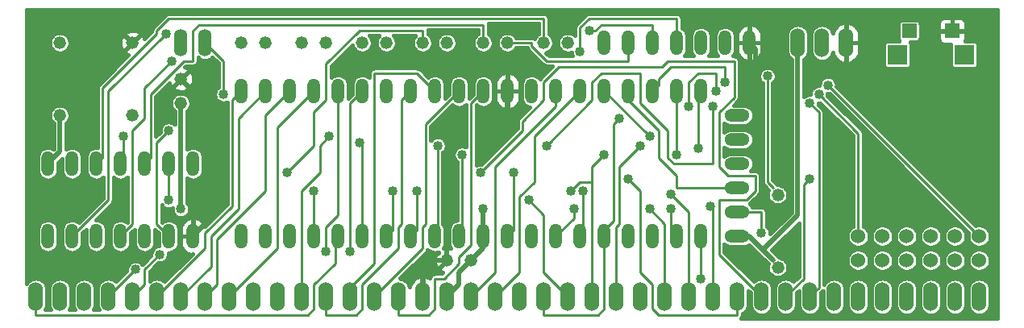
<source format=gbr>
G04 #@! TF.GenerationSoftware,KiCad,Pcbnew,5.1.2*
G04 #@! TF.CreationDate,2020-10-23T14:26:57+02:00*
G04 #@! TF.ProjectId,eaa651fdd346d6544176813de3c28a36,65616136-3531-4666-9464-333436643635,rev?*
G04 #@! TF.SameCoordinates,Original*
G04 #@! TF.FileFunction,Copper,L2,Bot*
G04 #@! TF.FilePolarity,Positive*
%FSLAX46Y46*%
G04 Gerber Fmt 4.6, Leading zero omitted, Abs format (unit mm)*
G04 Created by KiCad (PCBNEW 5.1.2) date 2020-10-23 14:26:57*
%MOMM*%
%LPD*%
G04 APERTURE LIST*
%ADD10O,1.320800X2.641600*%
%ADD11C,1.524000*%
%ADD12O,1.524000X3.048000*%
%ADD13C,1.320800*%
%ADD14R,2.095500X2.095500*%
%ADD15R,1.524000X1.524000*%
%ADD16O,2.641600X1.320800*%
%ADD17O,1.422400X2.844800*%
%ADD18C,1.016000*%
%ADD19C,0.254000*%
%ADD20C,0.508000*%
%ADD21C,0.406400*%
G04 APERTURE END LIST*
D10*
X120091100Y-97378600D03*
X122631100Y-97378600D03*
X125171100Y-97378600D03*
X127711100Y-97378600D03*
X130251100Y-97378600D03*
X132791100Y-97378600D03*
X135331100Y-97378600D03*
X137871100Y-97378600D03*
X140411100Y-97378600D03*
X142951100Y-97378600D03*
X145491100Y-97378600D03*
X148031100Y-97378600D03*
X150571100Y-97378600D03*
X153111100Y-97378600D03*
X155651100Y-97378600D03*
X158191100Y-97378600D03*
X160731100Y-97378600D03*
X163271100Y-97378600D03*
X165811100Y-97378600D03*
X168351100Y-97378600D03*
X168351100Y-112618600D03*
X165811100Y-112618600D03*
X163271100Y-112618600D03*
X160731100Y-112618600D03*
X158191100Y-112618600D03*
X155651100Y-112618600D03*
X153111100Y-112618600D03*
X150571100Y-112618600D03*
X148031100Y-112618600D03*
X145491100Y-112618600D03*
X142951100Y-112618600D03*
X140411100Y-112618600D03*
X130251100Y-112618600D03*
X132791100Y-112618600D03*
X127711100Y-112618600D03*
X125171100Y-112618600D03*
X137871100Y-112618600D03*
X135331100Y-112618600D03*
X122631100Y-112618600D03*
X120091100Y-112618600D03*
D11*
X197561100Y-112618600D03*
X195021100Y-112618600D03*
X192481100Y-112618600D03*
X189941100Y-112618600D03*
X187401100Y-112618600D03*
X184861100Y-112618600D03*
X197561100Y-115158600D03*
X195021100Y-115158600D03*
X192481100Y-115158600D03*
X189941100Y-115158600D03*
X187401100Y-115158600D03*
X184861100Y-115158600D03*
D12*
X149301100Y-118968600D03*
X151841100Y-118968600D03*
X154381100Y-118968600D03*
X156921100Y-118968600D03*
X159461100Y-118968600D03*
X162001100Y-118968600D03*
X164541100Y-118968600D03*
X167081100Y-118968600D03*
X169621100Y-118968600D03*
X172161100Y-118968600D03*
X174701100Y-118968600D03*
X177241100Y-118968600D03*
X179781100Y-118968600D03*
X182321100Y-118968600D03*
X184861100Y-118968600D03*
X187401100Y-118968600D03*
X189941100Y-118968600D03*
X192481100Y-118968600D03*
X195021100Y-118968600D03*
X197561100Y-118968600D03*
X103581100Y-118968600D03*
X98501100Y-118968600D03*
X101041100Y-118968600D03*
X106121100Y-118968600D03*
X108661100Y-118968600D03*
X111201100Y-118968600D03*
X113741100Y-118968600D03*
X116281100Y-118968600D03*
X118821100Y-118968600D03*
X121361100Y-118968600D03*
X123901100Y-118968600D03*
X126441100Y-118968600D03*
X128981100Y-118968600D03*
X131521100Y-118968600D03*
X134061100Y-118968600D03*
X136601100Y-118968600D03*
X139141100Y-118968600D03*
X141681100Y-118968600D03*
X144221100Y-118968600D03*
X146761100Y-118968600D03*
D13*
X176410000Y-108260000D03*
X176410000Y-115880000D03*
X101041100Y-99918600D03*
X101041100Y-92298600D03*
X108661100Y-92298600D03*
X108661100Y-99918600D03*
X141681100Y-115158600D03*
X144221100Y-115158600D03*
D14*
X188975900Y-93543200D03*
X195986300Y-93543200D03*
D15*
X190233200Y-91054000D03*
X194729000Y-91054000D03*
D12*
X183591100Y-92298600D03*
X181051100Y-92298600D03*
X178511100Y-92298600D03*
D16*
X172161100Y-99918600D03*
X172161100Y-102458600D03*
X172161100Y-104998600D03*
X172161100Y-107538600D03*
X172161100Y-110078600D03*
X172161100Y-112618600D03*
D17*
X116281100Y-92298600D03*
X113741100Y-92298600D03*
D13*
X113741100Y-96108600D03*
X113741100Y-98648600D03*
D10*
X99771100Y-104998600D03*
X102311100Y-104998600D03*
X104851100Y-104998600D03*
X107391100Y-104998600D03*
X109931100Y-104998600D03*
X112471100Y-104998600D03*
X109931100Y-112618600D03*
X112471100Y-112618600D03*
X107391100Y-112618600D03*
X104851100Y-112618600D03*
X115011100Y-104998600D03*
X115011100Y-112618600D03*
X102311100Y-112618600D03*
X99771100Y-112618600D03*
D13*
X122631100Y-92298600D03*
X120091100Y-92298600D03*
X128981100Y-92298600D03*
X126441100Y-92298600D03*
X135331100Y-92298600D03*
X132791100Y-92298600D03*
X141681100Y-92298600D03*
X139141100Y-92298600D03*
X148031100Y-92298600D03*
X145491100Y-92298600D03*
X154381100Y-92298600D03*
X151841100Y-92298600D03*
D10*
X158191100Y-92298600D03*
X160731100Y-92298600D03*
X163271100Y-92298600D03*
X165811100Y-92298600D03*
X168351100Y-92298600D03*
X170891100Y-92298600D03*
X173431100Y-92298600D03*
D18*
X107708600Y-102141100D03*
X175336100Y-95791100D03*
X118186100Y-97696100D03*
X132473600Y-102776100D03*
X159778600Y-100236100D03*
X112471100Y-108808600D03*
X150253600Y-108808600D03*
X165176100Y-109761100D03*
X168351100Y-117063600D03*
X168033600Y-103411100D03*
X162001100Y-103093600D03*
X154698600Y-107856100D03*
X165811100Y-104046100D03*
X158191100Y-104046100D03*
X167081100Y-98966100D03*
X169938600Y-97378600D03*
X180733600Y-97696100D03*
X174701100Y-112301100D03*
X162953600Y-102141100D03*
X170891100Y-96426100D03*
X181686100Y-96743600D03*
X155016100Y-109761100D03*
X162953600Y-109761100D03*
X155968600Y-107856100D03*
X165176100Y-108173600D03*
X148666100Y-105951100D03*
X169303600Y-109443600D03*
X138506100Y-107856100D03*
X160731100Y-106586100D03*
X135966100Y-107856100D03*
X145173600Y-105951100D03*
X140728600Y-103093600D03*
X179781100Y-106586100D03*
X143268600Y-104046100D03*
X152158600Y-103093600D03*
X169621100Y-98966100D03*
X179781100Y-98648600D03*
X127711100Y-107856100D03*
X108978600Y-116111100D03*
X111518600Y-114523600D03*
X128981100Y-114206100D03*
X131521100Y-114206100D03*
X129298600Y-102141100D03*
X174383600Y-100236100D03*
X141681100Y-104046100D03*
X145173600Y-102141100D03*
X118186100Y-104046100D03*
X113741100Y-109761100D03*
X145491100Y-109761100D03*
X112153600Y-91346100D03*
X112788600Y-94203600D03*
X112471100Y-101506100D03*
X124853600Y-105951100D03*
X155651100Y-93251100D03*
X156603600Y-91028600D03*
D19*
X107708600Y-104681100D02*
X107391100Y-104998600D01*
X107708600Y-102141100D02*
X107708600Y-104681100D01*
X146761100Y-116428600D02*
X144221100Y-118968600D01*
X146761100Y-105316100D02*
X146761100Y-116428600D01*
X153111100Y-98966100D02*
X146761100Y-105316100D01*
X153111100Y-97378600D02*
X153111100Y-98966100D01*
X150888600Y-102141100D02*
X155651100Y-97378600D01*
X150888600Y-106903600D02*
X150888600Y-102141100D01*
X149301100Y-108491100D02*
X150888600Y-106903600D01*
X149301100Y-116428600D02*
X149301100Y-108491100D01*
X146761100Y-118968600D02*
X149301100Y-116428600D01*
X175336100Y-106903600D02*
X175971100Y-107538600D01*
X175336100Y-95791100D02*
X175336100Y-106903600D01*
X118186100Y-94203600D02*
X116281100Y-92298600D01*
X118186100Y-97696100D02*
X118186100Y-94203600D01*
X132791100Y-103093600D02*
X132473600Y-102776100D01*
X132791100Y-112618600D02*
X132791100Y-103093600D01*
X158191100Y-120238600D02*
X158191100Y-112618600D01*
X157556100Y-120873600D02*
X158191100Y-120238600D01*
X151841100Y-120873600D02*
X157556100Y-120873600D01*
X151841100Y-118968600D02*
X151841100Y-120873600D01*
X159143600Y-100871100D02*
X159778600Y-100236100D01*
X159143600Y-111031100D02*
X159143600Y-100871100D01*
X158191100Y-111983600D02*
X159143600Y-111031100D01*
X158191100Y-112618600D02*
X158191100Y-111983600D01*
X112471100Y-108808600D02*
X112471100Y-104998600D01*
X151841100Y-110396100D02*
X150253600Y-108808600D01*
X151841100Y-116428600D02*
X151841100Y-110396100D01*
X154381100Y-118968600D02*
X151841100Y-116428600D01*
X165176100Y-111983600D02*
X165811100Y-112618600D01*
X165176100Y-109761100D02*
X165176100Y-111983600D01*
X168351100Y-112618600D02*
X168351100Y-117063600D01*
X168033600Y-97696100D02*
X168351100Y-97378600D01*
X168033600Y-103411100D02*
X168033600Y-97696100D01*
X159778600Y-105316100D02*
X162001100Y-103093600D01*
X159778600Y-111348600D02*
X159778600Y-105316100D01*
X159461100Y-111666100D02*
X159778600Y-111348600D01*
X159461100Y-118968600D02*
X159461100Y-111666100D01*
X155651100Y-106903600D02*
X154698600Y-107856100D01*
X156921100Y-106903600D02*
X155651100Y-106903600D01*
X156921100Y-118968600D02*
X156921100Y-106903600D01*
X165811100Y-104046100D02*
X165811100Y-97378600D01*
X156921100Y-105316100D02*
X158191100Y-104046100D01*
X156921100Y-106903600D02*
X156921100Y-105316100D01*
X167081100Y-96426100D02*
X167081100Y-98966100D01*
X168033600Y-95473600D02*
X167081100Y-96426100D01*
X169938600Y-95473600D02*
X168033600Y-95473600D01*
X169938600Y-97378600D02*
X169938600Y-95473600D01*
X184861100Y-101823600D02*
X180733600Y-97696100D01*
X184861100Y-112618600D02*
X184861100Y-101823600D01*
X165811100Y-107538600D02*
X172161100Y-107538600D01*
X165811100Y-106268600D02*
X165811100Y-107538600D01*
X163906100Y-104363600D02*
X165811100Y-106268600D01*
X163906100Y-101506100D02*
X163906100Y-104363600D01*
X160731100Y-98331100D02*
X163906100Y-101506100D01*
X160731100Y-97378600D02*
X160731100Y-98331100D01*
X174701100Y-110078600D02*
X172161100Y-110078600D01*
X174701100Y-112301100D02*
X174701100Y-110078600D01*
X162953600Y-102141100D02*
X158191100Y-97378600D01*
X163906100Y-96743600D02*
X163271100Y-97378600D01*
X163906100Y-96108600D02*
X163906100Y-96743600D01*
X165176100Y-94838600D02*
X163906100Y-96108600D01*
X170891100Y-94838600D02*
X165176100Y-94838600D01*
X170891100Y-96426100D02*
X170891100Y-94838600D01*
X197561100Y-112618600D02*
X181686100Y-96743600D01*
X155016100Y-110713600D02*
X153111100Y-112618600D01*
X155016100Y-109761100D02*
X155016100Y-110713600D01*
X164541100Y-111348600D02*
X162953600Y-109761100D01*
X164541100Y-118968600D02*
X164541100Y-111348600D01*
X155968600Y-112301100D02*
X155651100Y-112618600D01*
X155968600Y-107856100D02*
X155968600Y-112301100D01*
X167081100Y-110078600D02*
X165176100Y-108173600D01*
X167081100Y-118968600D02*
X167081100Y-110078600D01*
X148666100Y-111983600D02*
X148031100Y-112618600D01*
X148666100Y-105951100D02*
X148666100Y-111983600D01*
X169621100Y-109761100D02*
X169303600Y-109443600D01*
X169621100Y-118968600D02*
X169621100Y-109761100D01*
X138506100Y-111983600D02*
X137871100Y-112618600D01*
X138506100Y-107856100D02*
X138506100Y-111983600D01*
X162001100Y-107856100D02*
X160731100Y-106586100D01*
X162001100Y-116428600D02*
X162001100Y-107856100D01*
X163271100Y-117698600D02*
X162001100Y-116428600D01*
X163271100Y-120238600D02*
X163271100Y-117698600D01*
X163906100Y-120873600D02*
X163271100Y-120238600D01*
X172161100Y-120873600D02*
X163906100Y-120873600D01*
X172161100Y-118968600D02*
X172161100Y-120873600D01*
X135966100Y-111983600D02*
X135331100Y-112618600D01*
X135966100Y-107856100D02*
X135966100Y-111983600D01*
X149618600Y-101506100D02*
X145173600Y-105951100D01*
X149618600Y-100553600D02*
X149618600Y-101506100D01*
X151841100Y-98331100D02*
X149618600Y-100553600D01*
X151841100Y-96426100D02*
X151841100Y-98331100D01*
X153428600Y-94838600D02*
X151841100Y-96426100D01*
X164223600Y-94838600D02*
X153428600Y-94838600D01*
X164858600Y-94203600D02*
X164223600Y-94838600D01*
X171843600Y-94203600D02*
X164858600Y-94203600D01*
X171843600Y-98013600D02*
X171843600Y-94203600D01*
X170256100Y-99601100D02*
X171843600Y-98013600D01*
X170256100Y-105316100D02*
X170256100Y-99601100D01*
X171208600Y-106268600D02*
X170256100Y-105316100D01*
X174066100Y-106268600D02*
X171208600Y-106268600D01*
X174066100Y-107856100D02*
X174066100Y-106268600D01*
X173113600Y-108808600D02*
X174066100Y-107856100D01*
X170256100Y-108808600D02*
X173113600Y-108808600D01*
X170256100Y-114523600D02*
X170256100Y-108808600D01*
X174701100Y-118968600D02*
X170256100Y-114523600D01*
X140728600Y-112301100D02*
X140411100Y-112618600D01*
X140728600Y-103093600D02*
X140728600Y-112301100D01*
X179146100Y-107221100D02*
X179781100Y-106586100D01*
X179146100Y-117063600D02*
X179146100Y-107221100D01*
X177241100Y-118968600D02*
X179146100Y-117063600D01*
X143268600Y-112301100D02*
X142951100Y-112618600D01*
X143268600Y-104046100D02*
X143268600Y-112301100D01*
X156921100Y-98331100D02*
X152158600Y-103093600D01*
X156921100Y-96426100D02*
X156921100Y-98331100D01*
X157873600Y-95473600D02*
X156921100Y-96426100D01*
X162001100Y-95473600D02*
X157873600Y-95473600D01*
X162001100Y-98648600D02*
X162001100Y-95473600D01*
X164858600Y-101506100D02*
X162001100Y-98648600D01*
X164858600Y-104363600D02*
X164858600Y-101506100D01*
X165493600Y-104998600D02*
X164858600Y-104363600D01*
X169621100Y-104998600D02*
X165493600Y-104998600D01*
X169621100Y-98966100D02*
X169621100Y-104998600D01*
X180733600Y-99601100D02*
X179781100Y-98648600D01*
X180733600Y-118016100D02*
X180733600Y-99601100D01*
X179781100Y-118968600D02*
X180733600Y-118016100D01*
X129933600Y-112936100D02*
X130251100Y-112618600D01*
X129933600Y-115476100D02*
X129933600Y-112936100D01*
X127711100Y-117698600D02*
X129933600Y-115476100D01*
X127711100Y-120238600D02*
X127711100Y-117698600D01*
X127076100Y-120873600D02*
X127711100Y-120238600D01*
X98501100Y-120873600D02*
X127076100Y-120873600D01*
X98501100Y-118968600D02*
X98501100Y-120873600D01*
X127711100Y-107856100D02*
X127711100Y-112618600D01*
X106121100Y-118968600D02*
X108978600Y-116111100D01*
X109931100Y-116111100D02*
X111518600Y-114523600D01*
X109931100Y-117698600D02*
X109931100Y-116111100D01*
X108661100Y-118968600D02*
X109931100Y-117698600D01*
X119138600Y-98331100D02*
X120091100Y-97378600D01*
X119138600Y-109443600D02*
X119138600Y-98331100D01*
X116281100Y-112301100D02*
X119138600Y-109443600D01*
X116281100Y-113888600D02*
X116281100Y-112301100D01*
X111201100Y-118968600D02*
X116281100Y-113888600D01*
X119773600Y-100236100D02*
X122631100Y-97378600D01*
X119773600Y-109761100D02*
X119773600Y-100236100D01*
X116916100Y-112618600D02*
X119773600Y-109761100D01*
X116916100Y-115793600D02*
X116916100Y-112618600D01*
X113741100Y-118968600D02*
X116916100Y-115793600D01*
X122631100Y-99918600D02*
X125171100Y-97378600D01*
X122631100Y-107856100D02*
X122631100Y-99918600D01*
X117551100Y-112936100D02*
X122631100Y-107856100D01*
X117551100Y-117698600D02*
X117551100Y-112936100D01*
X116281100Y-118968600D02*
X117551100Y-117698600D01*
X123901100Y-101188600D02*
X127711100Y-97378600D01*
X123901100Y-113888600D02*
X123901100Y-101188600D01*
X118821100Y-118968600D02*
X123901100Y-113888600D01*
X130251100Y-110396100D02*
X130251100Y-97378600D01*
X128981100Y-111666100D02*
X130251100Y-110396100D01*
X128981100Y-114206100D02*
X128981100Y-111666100D01*
X131521100Y-98648600D02*
X132791100Y-97378600D01*
X131521100Y-114206100D02*
X131521100Y-98648600D01*
X128346100Y-103093600D02*
X129298600Y-102141100D01*
X128346100Y-105951100D02*
X128346100Y-103093600D01*
X126441100Y-107856100D02*
X128346100Y-105951100D01*
X126441100Y-118968600D02*
X126441100Y-107856100D01*
X136918600Y-98331100D02*
X137871100Y-97378600D01*
X136918600Y-111348600D02*
X136918600Y-98331100D01*
X136601100Y-111666100D02*
X136918600Y-111348600D01*
X136601100Y-113888600D02*
X136601100Y-111666100D01*
X132791100Y-117698600D02*
X136601100Y-113888600D01*
X132791100Y-120238600D02*
X132791100Y-117698600D01*
X132156100Y-120873600D02*
X132791100Y-120238600D01*
X128981100Y-120873600D02*
X132156100Y-120873600D01*
X128981100Y-118968600D02*
X128981100Y-120873600D01*
X138506100Y-95473600D02*
X140411100Y-97378600D01*
X134061100Y-95473600D02*
X138506100Y-95473600D01*
X134061100Y-115476100D02*
X134061100Y-95473600D01*
X131521100Y-118016100D02*
X134061100Y-115476100D01*
X131521100Y-118968600D02*
X131521100Y-118016100D01*
X139458600Y-100871100D02*
X142951100Y-97378600D01*
X139458600Y-111348600D02*
X139458600Y-100871100D01*
X139141100Y-111666100D02*
X139458600Y-111348600D01*
X139141100Y-113888600D02*
X139141100Y-111666100D01*
X134061100Y-118968600D02*
X139141100Y-113888600D01*
X144221100Y-98648600D02*
X145491100Y-97378600D01*
X144221100Y-113571100D02*
X144221100Y-98648600D01*
X142951100Y-114841100D02*
X144221100Y-113571100D01*
X142951100Y-115476100D02*
X142951100Y-114841100D01*
X141363600Y-117063600D02*
X142951100Y-115476100D01*
X140411100Y-117063600D02*
X141363600Y-117063600D01*
X140411100Y-120238600D02*
X140411100Y-117063600D01*
X139776100Y-120873600D02*
X140411100Y-120238600D01*
X136601100Y-120873600D02*
X139776100Y-120873600D01*
X136601100Y-118968600D02*
X136601100Y-120873600D01*
D20*
X116281100Y-111348600D02*
X115011100Y-112618600D01*
X116281100Y-98648600D02*
X116281100Y-104046100D01*
X116281100Y-104046100D02*
X116281100Y-111348600D01*
X113741100Y-96108600D02*
X116281100Y-98648600D01*
X139141100Y-115158600D02*
X141681100Y-115158600D01*
X139141100Y-118968600D02*
X139141100Y-115158600D01*
X174066100Y-99918600D02*
X174383600Y-100236100D01*
X174066100Y-92933600D02*
X174066100Y-99918600D01*
X173431100Y-92298600D02*
X174066100Y-92933600D01*
X141681100Y-104046100D02*
X141681100Y-115158600D01*
X148031100Y-99283600D02*
X145173600Y-102141100D01*
X148031100Y-97378600D02*
X148031100Y-99283600D01*
X118186100Y-104046100D02*
X116281100Y-104046100D01*
X101041100Y-103728600D02*
X99771100Y-104998600D01*
X101041100Y-99918600D02*
X101041100Y-103728600D01*
X145491100Y-113888600D02*
X144221100Y-115158600D01*
X145491100Y-112618600D02*
X145491100Y-113888600D01*
X142951100Y-117698600D02*
X141681100Y-118968600D01*
X142951100Y-116428600D02*
X142951100Y-117698600D01*
X144221100Y-115158600D02*
X142951100Y-116428600D01*
X173431100Y-112618600D02*
X172161100Y-112618600D01*
X175971100Y-115158600D02*
X174859850Y-114047350D01*
X174859850Y-114047350D02*
X173431100Y-112618600D01*
X178511100Y-110396100D02*
X174859850Y-114047350D01*
X178511100Y-92298600D02*
X178511100Y-110396100D01*
X113741100Y-109761100D02*
X113741100Y-98648600D01*
X145491100Y-112618600D02*
X145491100Y-109761100D01*
D19*
X106121100Y-108808600D02*
X102311100Y-112618600D01*
X106121100Y-97378600D02*
X106121100Y-108808600D01*
X112153600Y-91346100D02*
X106121100Y-97378600D01*
X108661100Y-111348600D02*
X107391100Y-112618600D01*
X108661100Y-101506100D02*
X108661100Y-111348600D01*
X109931100Y-100236100D02*
X108661100Y-101506100D01*
X109931100Y-97061100D02*
X109931100Y-100236100D01*
X112788600Y-94203600D02*
X109931100Y-97061100D01*
X111201100Y-111348600D02*
X112471100Y-112618600D01*
X111201100Y-102776100D02*
X111201100Y-111348600D01*
X112471100Y-101506100D02*
X111201100Y-102776100D01*
X127711100Y-103093600D02*
X124853600Y-105951100D01*
X127711100Y-99601100D02*
X127711100Y-103093600D01*
X128981100Y-98331100D02*
X127711100Y-99601100D01*
X128981100Y-94521100D02*
X128981100Y-98331100D01*
X132473600Y-91028600D02*
X128981100Y-94521100D01*
X139141100Y-91028600D02*
X132473600Y-91028600D01*
X139141100Y-92298600D02*
X139141100Y-91028600D01*
X110566100Y-104363600D02*
X109931100Y-104998600D01*
X110566100Y-97696100D02*
X110566100Y-104363600D01*
X114058600Y-94203600D02*
X110566100Y-97696100D01*
X115011100Y-94203600D02*
X114058600Y-94203600D01*
X115011100Y-91028600D02*
X115011100Y-94203600D01*
X115646100Y-90393600D02*
X115011100Y-91028600D01*
X145491100Y-90393600D02*
X115646100Y-90393600D01*
X145491100Y-92298600D02*
X145491100Y-90393600D01*
X105486100Y-104363600D02*
X104851100Y-104998600D01*
X105486100Y-97061100D02*
X105486100Y-104363600D01*
X111201100Y-91346100D02*
X105486100Y-97061100D01*
X111201100Y-91028600D02*
X111201100Y-91346100D01*
X112471100Y-89758600D02*
X111201100Y-91028600D01*
X151841100Y-89758600D02*
X112471100Y-89758600D01*
X151841100Y-92298600D02*
X151841100Y-89758600D01*
X155651100Y-90711100D02*
X155651100Y-93251100D01*
X156603600Y-89758600D02*
X155651100Y-90711100D01*
X165811100Y-89758600D02*
X156603600Y-89758600D01*
X165811100Y-92298600D02*
X165811100Y-89758600D01*
X157238600Y-91028600D02*
X156603600Y-91028600D01*
X157873600Y-90393600D02*
X157238600Y-91028600D01*
X163271100Y-90393600D02*
X157873600Y-90393600D01*
X163271100Y-92298600D02*
X163271100Y-90393600D01*
X150571100Y-92298600D02*
X148031100Y-92298600D01*
X150571100Y-92616100D02*
X150571100Y-92298600D01*
X152158600Y-94203600D02*
X150571100Y-92616100D01*
X160731100Y-94203600D02*
X152158600Y-94203600D01*
X160731100Y-92298600D02*
X160731100Y-94203600D01*
D21*
G36*
X199492899Y-121230399D02*
G01*
X172554172Y-121230399D01*
X172604078Y-121169588D01*
X172653311Y-121077480D01*
X172683628Y-120977537D01*
X172691300Y-120899643D01*
X172693865Y-120873600D01*
X172691300Y-120847557D01*
X172691300Y-120768407D01*
X172811582Y-120704115D01*
X172989007Y-120558507D01*
X173134615Y-120381082D01*
X173242812Y-120178660D01*
X173309440Y-119959019D01*
X173326300Y-119787834D01*
X173326300Y-118343616D01*
X173535900Y-118553216D01*
X173535900Y-119787834D01*
X173552760Y-119959019D01*
X173619389Y-120178660D01*
X173727586Y-120381082D01*
X173873194Y-120558507D01*
X174050619Y-120704115D01*
X174253041Y-120812312D01*
X174472682Y-120878940D01*
X174701100Y-120901437D01*
X174929519Y-120878940D01*
X175149160Y-120812312D01*
X175351582Y-120704115D01*
X175529007Y-120558507D01*
X175674615Y-120381082D01*
X175782812Y-120178660D01*
X175849440Y-119959019D01*
X175866300Y-119787834D01*
X175866300Y-118149366D01*
X175849440Y-117978181D01*
X175782812Y-117758540D01*
X175674615Y-117556118D01*
X175529007Y-117378693D01*
X175351581Y-117233085D01*
X175149159Y-117124888D01*
X174929518Y-117058260D01*
X174701100Y-117035763D01*
X174472681Y-117058260D01*
X174253040Y-117124888D01*
X174050618Y-117233085D01*
X173873193Y-117378693D01*
X173867701Y-117385385D01*
X170786300Y-114303985D01*
X170786300Y-113408227D01*
X170906937Y-113507230D01*
X171091709Y-113605993D01*
X171292198Y-113666810D01*
X171448453Y-113682200D01*
X172873747Y-113682200D01*
X173030002Y-113666810D01*
X173230491Y-113605993D01*
X173399001Y-113515922D01*
X174372324Y-114489246D01*
X174392892Y-114514308D01*
X174417953Y-114534875D01*
X174417962Y-114534884D01*
X174417973Y-114534893D01*
X175406477Y-115523398D01*
X175387274Y-115569759D01*
X175346400Y-115775245D01*
X175346400Y-115984755D01*
X175387274Y-116190241D01*
X175467450Y-116383803D01*
X175583848Y-116558005D01*
X175731995Y-116706152D01*
X175906197Y-116822550D01*
X176099759Y-116902726D01*
X176305245Y-116943600D01*
X176514755Y-116943600D01*
X176720241Y-116902726D01*
X176913803Y-116822550D01*
X177088005Y-116706152D01*
X177236152Y-116558005D01*
X177352550Y-116383803D01*
X177432726Y-116190241D01*
X177473600Y-115984755D01*
X177473600Y-115775245D01*
X177432726Y-115569759D01*
X177352550Y-115376197D01*
X177236152Y-115201995D01*
X177088005Y-115053848D01*
X176913803Y-114937450D01*
X176720241Y-114857274D01*
X176535596Y-114820546D01*
X176520185Y-114791713D01*
X176458633Y-114716712D01*
X175789270Y-114047350D01*
X178615901Y-111220720D01*
X178615900Y-116843984D01*
X178074499Y-117385385D01*
X178069007Y-117378693D01*
X177891581Y-117233085D01*
X177689159Y-117124888D01*
X177469518Y-117058260D01*
X177241100Y-117035763D01*
X177012681Y-117058260D01*
X176793040Y-117124888D01*
X176590618Y-117233085D01*
X176413193Y-117378693D01*
X176267585Y-117556119D01*
X176159388Y-117758541D01*
X176092760Y-117978182D01*
X176075900Y-118149367D01*
X176075900Y-119787834D01*
X176092760Y-119959019D01*
X176159389Y-120178660D01*
X176267586Y-120381082D01*
X176413194Y-120558507D01*
X176590619Y-120704115D01*
X176793041Y-120812312D01*
X177012682Y-120878940D01*
X177241100Y-120901437D01*
X177469519Y-120878940D01*
X177689160Y-120812312D01*
X177891582Y-120704115D01*
X178069007Y-120558507D01*
X178214615Y-120381082D01*
X178322812Y-120178660D01*
X178389440Y-119959019D01*
X178406300Y-119787834D01*
X178406300Y-118553215D01*
X178615900Y-118343616D01*
X178615900Y-119787834D01*
X178632760Y-119959019D01*
X178699389Y-120178660D01*
X178807586Y-120381082D01*
X178953194Y-120558507D01*
X179130619Y-120704115D01*
X179333041Y-120812312D01*
X179552682Y-120878940D01*
X179781100Y-120901437D01*
X180009519Y-120878940D01*
X180229160Y-120812312D01*
X180431582Y-120704115D01*
X180609007Y-120558507D01*
X180754615Y-120381082D01*
X180862812Y-120178660D01*
X180929440Y-119959019D01*
X180946300Y-119787834D01*
X180946300Y-118553216D01*
X181090093Y-118409423D01*
X181110322Y-118392822D01*
X181155900Y-118337284D01*
X181155900Y-119787834D01*
X181172760Y-119959019D01*
X181239389Y-120178660D01*
X181347586Y-120381082D01*
X181493194Y-120558507D01*
X181670619Y-120704115D01*
X181873041Y-120812312D01*
X182092682Y-120878940D01*
X182321100Y-120901437D01*
X182549519Y-120878940D01*
X182769160Y-120812312D01*
X182971582Y-120704115D01*
X183149007Y-120558507D01*
X183294615Y-120381082D01*
X183402812Y-120178660D01*
X183469440Y-119959019D01*
X183486300Y-119787834D01*
X183486300Y-118149367D01*
X183695900Y-118149367D01*
X183695900Y-119787834D01*
X183712760Y-119959019D01*
X183779389Y-120178660D01*
X183887586Y-120381082D01*
X184033194Y-120558507D01*
X184210619Y-120704115D01*
X184413041Y-120812312D01*
X184632682Y-120878940D01*
X184861100Y-120901437D01*
X185089519Y-120878940D01*
X185309160Y-120812312D01*
X185511582Y-120704115D01*
X185689007Y-120558507D01*
X185834615Y-120381082D01*
X185942812Y-120178660D01*
X186009440Y-119959019D01*
X186026300Y-119787834D01*
X186026300Y-118149367D01*
X186235900Y-118149367D01*
X186235900Y-119787834D01*
X186252760Y-119959019D01*
X186319389Y-120178660D01*
X186427586Y-120381082D01*
X186573194Y-120558507D01*
X186750619Y-120704115D01*
X186953041Y-120812312D01*
X187172682Y-120878940D01*
X187401100Y-120901437D01*
X187629519Y-120878940D01*
X187849160Y-120812312D01*
X188051582Y-120704115D01*
X188229007Y-120558507D01*
X188374615Y-120381082D01*
X188482812Y-120178660D01*
X188549440Y-119959019D01*
X188566300Y-119787834D01*
X188566300Y-118149367D01*
X188775900Y-118149367D01*
X188775900Y-119787834D01*
X188792760Y-119959019D01*
X188859389Y-120178660D01*
X188967586Y-120381082D01*
X189113194Y-120558507D01*
X189290619Y-120704115D01*
X189493041Y-120812312D01*
X189712682Y-120878940D01*
X189941100Y-120901437D01*
X190169519Y-120878940D01*
X190389160Y-120812312D01*
X190591582Y-120704115D01*
X190769007Y-120558507D01*
X190914615Y-120381082D01*
X191022812Y-120178660D01*
X191089440Y-119959019D01*
X191106300Y-119787834D01*
X191106300Y-118149367D01*
X191315900Y-118149367D01*
X191315900Y-119787834D01*
X191332760Y-119959019D01*
X191399389Y-120178660D01*
X191507586Y-120381082D01*
X191653194Y-120558507D01*
X191830619Y-120704115D01*
X192033041Y-120812312D01*
X192252682Y-120878940D01*
X192481100Y-120901437D01*
X192709519Y-120878940D01*
X192929160Y-120812312D01*
X193131582Y-120704115D01*
X193309007Y-120558507D01*
X193454615Y-120381082D01*
X193562812Y-120178660D01*
X193629440Y-119959019D01*
X193646300Y-119787834D01*
X193646300Y-118149367D01*
X193855900Y-118149367D01*
X193855900Y-119787834D01*
X193872760Y-119959019D01*
X193939389Y-120178660D01*
X194047586Y-120381082D01*
X194193194Y-120558507D01*
X194370619Y-120704115D01*
X194573041Y-120812312D01*
X194792682Y-120878940D01*
X195021100Y-120901437D01*
X195249519Y-120878940D01*
X195469160Y-120812312D01*
X195671582Y-120704115D01*
X195849007Y-120558507D01*
X195994615Y-120381082D01*
X196102812Y-120178660D01*
X196169440Y-119959019D01*
X196186300Y-119787834D01*
X196186300Y-118149367D01*
X196395900Y-118149367D01*
X196395900Y-119787834D01*
X196412760Y-119959019D01*
X196479389Y-120178660D01*
X196587586Y-120381082D01*
X196733194Y-120558507D01*
X196910619Y-120704115D01*
X197113041Y-120812312D01*
X197332682Y-120878940D01*
X197561100Y-120901437D01*
X197789519Y-120878940D01*
X198009160Y-120812312D01*
X198211582Y-120704115D01*
X198389007Y-120558507D01*
X198534615Y-120381082D01*
X198642812Y-120178660D01*
X198709440Y-119959019D01*
X198726300Y-119787834D01*
X198726300Y-118149366D01*
X198709440Y-117978181D01*
X198642812Y-117758540D01*
X198534615Y-117556118D01*
X198389007Y-117378693D01*
X198211581Y-117233085D01*
X198009159Y-117124888D01*
X197789518Y-117058260D01*
X197561100Y-117035763D01*
X197332681Y-117058260D01*
X197113040Y-117124888D01*
X196910618Y-117233085D01*
X196733193Y-117378693D01*
X196587585Y-117556119D01*
X196479388Y-117758541D01*
X196412760Y-117978182D01*
X196395900Y-118149367D01*
X196186300Y-118149367D01*
X196186300Y-118149366D01*
X196169440Y-117978181D01*
X196102812Y-117758540D01*
X195994615Y-117556118D01*
X195849007Y-117378693D01*
X195671581Y-117233085D01*
X195469159Y-117124888D01*
X195249518Y-117058260D01*
X195021100Y-117035763D01*
X194792681Y-117058260D01*
X194573040Y-117124888D01*
X194370618Y-117233085D01*
X194193193Y-117378693D01*
X194047585Y-117556119D01*
X193939388Y-117758541D01*
X193872760Y-117978182D01*
X193855900Y-118149367D01*
X193646300Y-118149367D01*
X193646300Y-118149366D01*
X193629440Y-117978181D01*
X193562812Y-117758540D01*
X193454615Y-117556118D01*
X193309007Y-117378693D01*
X193131581Y-117233085D01*
X192929159Y-117124888D01*
X192709518Y-117058260D01*
X192481100Y-117035763D01*
X192252681Y-117058260D01*
X192033040Y-117124888D01*
X191830618Y-117233085D01*
X191653193Y-117378693D01*
X191507585Y-117556119D01*
X191399388Y-117758541D01*
X191332760Y-117978182D01*
X191315900Y-118149367D01*
X191106300Y-118149367D01*
X191106300Y-118149366D01*
X191089440Y-117978181D01*
X191022812Y-117758540D01*
X190914615Y-117556118D01*
X190769007Y-117378693D01*
X190591581Y-117233085D01*
X190389159Y-117124888D01*
X190169518Y-117058260D01*
X189941100Y-117035763D01*
X189712681Y-117058260D01*
X189493040Y-117124888D01*
X189290618Y-117233085D01*
X189113193Y-117378693D01*
X188967585Y-117556119D01*
X188859388Y-117758541D01*
X188792760Y-117978182D01*
X188775900Y-118149367D01*
X188566300Y-118149367D01*
X188566300Y-118149366D01*
X188549440Y-117978181D01*
X188482812Y-117758540D01*
X188374615Y-117556118D01*
X188229007Y-117378693D01*
X188051581Y-117233085D01*
X187849159Y-117124888D01*
X187629518Y-117058260D01*
X187401100Y-117035763D01*
X187172681Y-117058260D01*
X186953040Y-117124888D01*
X186750618Y-117233085D01*
X186573193Y-117378693D01*
X186427585Y-117556119D01*
X186319388Y-117758541D01*
X186252760Y-117978182D01*
X186235900Y-118149367D01*
X186026300Y-118149367D01*
X186026300Y-118149366D01*
X186009440Y-117978181D01*
X185942812Y-117758540D01*
X185834615Y-117556118D01*
X185689007Y-117378693D01*
X185511581Y-117233085D01*
X185309159Y-117124888D01*
X185089518Y-117058260D01*
X184861100Y-117035763D01*
X184632681Y-117058260D01*
X184413040Y-117124888D01*
X184210618Y-117233085D01*
X184033193Y-117378693D01*
X183887585Y-117556119D01*
X183779388Y-117758541D01*
X183712760Y-117978182D01*
X183695900Y-118149367D01*
X183486300Y-118149367D01*
X183486300Y-118149366D01*
X183469440Y-117978181D01*
X183402812Y-117758540D01*
X183294615Y-117556118D01*
X183149007Y-117378693D01*
X182971581Y-117233085D01*
X182769159Y-117124888D01*
X182549518Y-117058260D01*
X182321100Y-117035763D01*
X182092681Y-117058260D01*
X181873040Y-117124888D01*
X181670618Y-117233085D01*
X181493193Y-117378693D01*
X181347585Y-117556119D01*
X181263800Y-117712869D01*
X181263800Y-115043838D01*
X183695900Y-115043838D01*
X183695900Y-115273362D01*
X183740678Y-115498476D01*
X183828513Y-115710529D01*
X183956030Y-115901372D01*
X184118328Y-116063670D01*
X184309171Y-116191187D01*
X184521224Y-116279022D01*
X184746338Y-116323800D01*
X184975862Y-116323800D01*
X185200976Y-116279022D01*
X185413029Y-116191187D01*
X185603872Y-116063670D01*
X185766170Y-115901372D01*
X185893687Y-115710529D01*
X185981522Y-115498476D01*
X186026300Y-115273362D01*
X186026300Y-115043838D01*
X186235900Y-115043838D01*
X186235900Y-115273362D01*
X186280678Y-115498476D01*
X186368513Y-115710529D01*
X186496030Y-115901372D01*
X186658328Y-116063670D01*
X186849171Y-116191187D01*
X187061224Y-116279022D01*
X187286338Y-116323800D01*
X187515862Y-116323800D01*
X187740976Y-116279022D01*
X187953029Y-116191187D01*
X188143872Y-116063670D01*
X188306170Y-115901372D01*
X188433687Y-115710529D01*
X188521522Y-115498476D01*
X188566300Y-115273362D01*
X188566300Y-115043838D01*
X188775900Y-115043838D01*
X188775900Y-115273362D01*
X188820678Y-115498476D01*
X188908513Y-115710529D01*
X189036030Y-115901372D01*
X189198328Y-116063670D01*
X189389171Y-116191187D01*
X189601224Y-116279022D01*
X189826338Y-116323800D01*
X190055862Y-116323800D01*
X190280976Y-116279022D01*
X190493029Y-116191187D01*
X190683872Y-116063670D01*
X190846170Y-115901372D01*
X190973687Y-115710529D01*
X191061522Y-115498476D01*
X191106300Y-115273362D01*
X191106300Y-115043838D01*
X191315900Y-115043838D01*
X191315900Y-115273362D01*
X191360678Y-115498476D01*
X191448513Y-115710529D01*
X191576030Y-115901372D01*
X191738328Y-116063670D01*
X191929171Y-116191187D01*
X192141224Y-116279022D01*
X192366338Y-116323800D01*
X192595862Y-116323800D01*
X192820976Y-116279022D01*
X193033029Y-116191187D01*
X193223872Y-116063670D01*
X193386170Y-115901372D01*
X193513687Y-115710529D01*
X193601522Y-115498476D01*
X193646300Y-115273362D01*
X193646300Y-115043838D01*
X193855900Y-115043838D01*
X193855900Y-115273362D01*
X193900678Y-115498476D01*
X193988513Y-115710529D01*
X194116030Y-115901372D01*
X194278328Y-116063670D01*
X194469171Y-116191187D01*
X194681224Y-116279022D01*
X194906338Y-116323800D01*
X195135862Y-116323800D01*
X195360976Y-116279022D01*
X195573029Y-116191187D01*
X195763872Y-116063670D01*
X195926170Y-115901372D01*
X196053687Y-115710529D01*
X196141522Y-115498476D01*
X196186300Y-115273362D01*
X196186300Y-115043838D01*
X196395900Y-115043838D01*
X196395900Y-115273362D01*
X196440678Y-115498476D01*
X196528513Y-115710529D01*
X196656030Y-115901372D01*
X196818328Y-116063670D01*
X197009171Y-116191187D01*
X197221224Y-116279022D01*
X197446338Y-116323800D01*
X197675862Y-116323800D01*
X197900976Y-116279022D01*
X198113029Y-116191187D01*
X198303872Y-116063670D01*
X198466170Y-115901372D01*
X198593687Y-115710529D01*
X198681522Y-115498476D01*
X198726300Y-115273362D01*
X198726300Y-115043838D01*
X198681522Y-114818724D01*
X198593687Y-114606671D01*
X198466170Y-114415828D01*
X198303872Y-114253530D01*
X198113029Y-114126013D01*
X197900976Y-114038178D01*
X197675862Y-113993400D01*
X197446338Y-113993400D01*
X197221224Y-114038178D01*
X197009171Y-114126013D01*
X196818328Y-114253530D01*
X196656030Y-114415828D01*
X196528513Y-114606671D01*
X196440678Y-114818724D01*
X196395900Y-115043838D01*
X196186300Y-115043838D01*
X196141522Y-114818724D01*
X196053687Y-114606671D01*
X195926170Y-114415828D01*
X195763872Y-114253530D01*
X195573029Y-114126013D01*
X195360976Y-114038178D01*
X195135862Y-113993400D01*
X194906338Y-113993400D01*
X194681224Y-114038178D01*
X194469171Y-114126013D01*
X194278328Y-114253530D01*
X194116030Y-114415828D01*
X193988513Y-114606671D01*
X193900678Y-114818724D01*
X193855900Y-115043838D01*
X193646300Y-115043838D01*
X193601522Y-114818724D01*
X193513687Y-114606671D01*
X193386170Y-114415828D01*
X193223872Y-114253530D01*
X193033029Y-114126013D01*
X192820976Y-114038178D01*
X192595862Y-113993400D01*
X192366338Y-113993400D01*
X192141224Y-114038178D01*
X191929171Y-114126013D01*
X191738328Y-114253530D01*
X191576030Y-114415828D01*
X191448513Y-114606671D01*
X191360678Y-114818724D01*
X191315900Y-115043838D01*
X191106300Y-115043838D01*
X191061522Y-114818724D01*
X190973687Y-114606671D01*
X190846170Y-114415828D01*
X190683872Y-114253530D01*
X190493029Y-114126013D01*
X190280976Y-114038178D01*
X190055862Y-113993400D01*
X189826338Y-113993400D01*
X189601224Y-114038178D01*
X189389171Y-114126013D01*
X189198328Y-114253530D01*
X189036030Y-114415828D01*
X188908513Y-114606671D01*
X188820678Y-114818724D01*
X188775900Y-115043838D01*
X188566300Y-115043838D01*
X188521522Y-114818724D01*
X188433687Y-114606671D01*
X188306170Y-114415828D01*
X188143872Y-114253530D01*
X187953029Y-114126013D01*
X187740976Y-114038178D01*
X187515862Y-113993400D01*
X187286338Y-113993400D01*
X187061224Y-114038178D01*
X186849171Y-114126013D01*
X186658328Y-114253530D01*
X186496030Y-114415828D01*
X186368513Y-114606671D01*
X186280678Y-114818724D01*
X186235900Y-115043838D01*
X186026300Y-115043838D01*
X185981522Y-114818724D01*
X185893687Y-114606671D01*
X185766170Y-114415828D01*
X185603872Y-114253530D01*
X185413029Y-114126013D01*
X185200976Y-114038178D01*
X184975862Y-113993400D01*
X184746338Y-113993400D01*
X184521224Y-114038178D01*
X184309171Y-114126013D01*
X184118328Y-114253530D01*
X183956030Y-114415828D01*
X183828513Y-114606671D01*
X183740678Y-114818724D01*
X183695900Y-115043838D01*
X181263800Y-115043838D01*
X181263800Y-99627139D01*
X181266365Y-99601099D01*
X181263800Y-99575057D01*
X181256128Y-99497163D01*
X181225811Y-99397220D01*
X181176578Y-99305112D01*
X181110322Y-99224378D01*
X181090091Y-99207775D01*
X180680414Y-98798099D01*
X180692300Y-98738345D01*
X180692300Y-98607300D01*
X180823345Y-98607300D01*
X180883099Y-98595414D01*
X184330901Y-102043217D01*
X184330900Y-111577013D01*
X184309171Y-111586013D01*
X184118328Y-111713530D01*
X183956030Y-111875828D01*
X183828513Y-112066671D01*
X183740678Y-112278724D01*
X183695900Y-112503838D01*
X183695900Y-112733362D01*
X183740678Y-112958476D01*
X183828513Y-113170529D01*
X183956030Y-113361372D01*
X184118328Y-113523670D01*
X184309171Y-113651187D01*
X184521224Y-113739022D01*
X184746338Y-113783800D01*
X184975862Y-113783800D01*
X185200976Y-113739022D01*
X185413029Y-113651187D01*
X185603872Y-113523670D01*
X185766170Y-113361372D01*
X185893687Y-113170529D01*
X185981522Y-112958476D01*
X186026300Y-112733362D01*
X186026300Y-112503838D01*
X186235900Y-112503838D01*
X186235900Y-112733362D01*
X186280678Y-112958476D01*
X186368513Y-113170529D01*
X186496030Y-113361372D01*
X186658328Y-113523670D01*
X186849171Y-113651187D01*
X187061224Y-113739022D01*
X187286338Y-113783800D01*
X187515862Y-113783800D01*
X187740976Y-113739022D01*
X187953029Y-113651187D01*
X188143872Y-113523670D01*
X188306170Y-113361372D01*
X188433687Y-113170529D01*
X188521522Y-112958476D01*
X188566300Y-112733362D01*
X188566300Y-112503838D01*
X188775900Y-112503838D01*
X188775900Y-112733362D01*
X188820678Y-112958476D01*
X188908513Y-113170529D01*
X189036030Y-113361372D01*
X189198328Y-113523670D01*
X189389171Y-113651187D01*
X189601224Y-113739022D01*
X189826338Y-113783800D01*
X190055862Y-113783800D01*
X190280976Y-113739022D01*
X190493029Y-113651187D01*
X190683872Y-113523670D01*
X190846170Y-113361372D01*
X190973687Y-113170529D01*
X191061522Y-112958476D01*
X191106300Y-112733362D01*
X191106300Y-112503838D01*
X191315900Y-112503838D01*
X191315900Y-112733362D01*
X191360678Y-112958476D01*
X191448513Y-113170529D01*
X191576030Y-113361372D01*
X191738328Y-113523670D01*
X191929171Y-113651187D01*
X192141224Y-113739022D01*
X192366338Y-113783800D01*
X192595862Y-113783800D01*
X192820976Y-113739022D01*
X193033029Y-113651187D01*
X193223872Y-113523670D01*
X193386170Y-113361372D01*
X193513687Y-113170529D01*
X193601522Y-112958476D01*
X193646300Y-112733362D01*
X193646300Y-112503838D01*
X193855900Y-112503838D01*
X193855900Y-112733362D01*
X193900678Y-112958476D01*
X193988513Y-113170529D01*
X194116030Y-113361372D01*
X194278328Y-113523670D01*
X194469171Y-113651187D01*
X194681224Y-113739022D01*
X194906338Y-113783800D01*
X195135862Y-113783800D01*
X195360976Y-113739022D01*
X195573029Y-113651187D01*
X195763872Y-113523670D01*
X195926170Y-113361372D01*
X196053687Y-113170529D01*
X196141522Y-112958476D01*
X196186300Y-112733362D01*
X196186300Y-112503838D01*
X196141522Y-112278724D01*
X196053687Y-112066671D01*
X195926170Y-111875828D01*
X195763872Y-111713530D01*
X195573029Y-111586013D01*
X195360976Y-111498178D01*
X195135862Y-111453400D01*
X194906338Y-111453400D01*
X194681224Y-111498178D01*
X194469171Y-111586013D01*
X194278328Y-111713530D01*
X194116030Y-111875828D01*
X193988513Y-112066671D01*
X193900678Y-112278724D01*
X193855900Y-112503838D01*
X193646300Y-112503838D01*
X193601522Y-112278724D01*
X193513687Y-112066671D01*
X193386170Y-111875828D01*
X193223872Y-111713530D01*
X193033029Y-111586013D01*
X192820976Y-111498178D01*
X192595862Y-111453400D01*
X192366338Y-111453400D01*
X192141224Y-111498178D01*
X191929171Y-111586013D01*
X191738328Y-111713530D01*
X191576030Y-111875828D01*
X191448513Y-112066671D01*
X191360678Y-112278724D01*
X191315900Y-112503838D01*
X191106300Y-112503838D01*
X191061522Y-112278724D01*
X190973687Y-112066671D01*
X190846170Y-111875828D01*
X190683872Y-111713530D01*
X190493029Y-111586013D01*
X190280976Y-111498178D01*
X190055862Y-111453400D01*
X189826338Y-111453400D01*
X189601224Y-111498178D01*
X189389171Y-111586013D01*
X189198328Y-111713530D01*
X189036030Y-111875828D01*
X188908513Y-112066671D01*
X188820678Y-112278724D01*
X188775900Y-112503838D01*
X188566300Y-112503838D01*
X188521522Y-112278724D01*
X188433687Y-112066671D01*
X188306170Y-111875828D01*
X188143872Y-111713530D01*
X187953029Y-111586013D01*
X187740976Y-111498178D01*
X187515862Y-111453400D01*
X187286338Y-111453400D01*
X187061224Y-111498178D01*
X186849171Y-111586013D01*
X186658328Y-111713530D01*
X186496030Y-111875828D01*
X186368513Y-112066671D01*
X186280678Y-112278724D01*
X186235900Y-112503838D01*
X186026300Y-112503838D01*
X185981522Y-112278724D01*
X185893687Y-112066671D01*
X185766170Y-111875828D01*
X185603872Y-111713530D01*
X185413029Y-111586013D01*
X185391300Y-111577013D01*
X185391300Y-101849639D01*
X185393865Y-101823599D01*
X185391300Y-101797557D01*
X185383628Y-101719663D01*
X185353311Y-101619720D01*
X185304078Y-101527612D01*
X185237822Y-101446878D01*
X185217591Y-101430275D01*
X181632914Y-97845599D01*
X181644800Y-97785845D01*
X181644800Y-97654800D01*
X181775845Y-97654800D01*
X181835599Y-97642914D01*
X196449679Y-112256995D01*
X196440678Y-112278724D01*
X196395900Y-112503838D01*
X196395900Y-112733362D01*
X196440678Y-112958476D01*
X196528513Y-113170529D01*
X196656030Y-113361372D01*
X196818328Y-113523670D01*
X197009171Y-113651187D01*
X197221224Y-113739022D01*
X197446338Y-113783800D01*
X197675862Y-113783800D01*
X197900976Y-113739022D01*
X198113029Y-113651187D01*
X198303872Y-113523670D01*
X198466170Y-113361372D01*
X198593687Y-113170529D01*
X198681522Y-112958476D01*
X198726300Y-112733362D01*
X198726300Y-112503838D01*
X198681522Y-112278724D01*
X198593687Y-112066671D01*
X198466170Y-111875828D01*
X198303872Y-111713530D01*
X198113029Y-111586013D01*
X197900976Y-111498178D01*
X197675862Y-111453400D01*
X197446338Y-111453400D01*
X197221224Y-111498178D01*
X197199495Y-111507179D01*
X182585414Y-96893099D01*
X182597300Y-96833345D01*
X182597300Y-96653855D01*
X182562283Y-96477813D01*
X182493595Y-96311985D01*
X182393875Y-96162744D01*
X182266956Y-96035825D01*
X182117715Y-95936105D01*
X181951887Y-95867417D01*
X181775845Y-95832400D01*
X181596355Y-95832400D01*
X181420313Y-95867417D01*
X181254485Y-95936105D01*
X181105244Y-96035825D01*
X180978325Y-96162744D01*
X180878605Y-96311985D01*
X180809917Y-96477813D01*
X180774900Y-96653855D01*
X180774900Y-96784900D01*
X180643855Y-96784900D01*
X180467813Y-96819917D01*
X180301985Y-96888605D01*
X180152744Y-96988325D01*
X180025825Y-97115244D01*
X179926105Y-97264485D01*
X179857417Y-97430313D01*
X179822400Y-97606355D01*
X179822400Y-97737400D01*
X179691355Y-97737400D01*
X179515313Y-97772417D01*
X179349485Y-97841105D01*
X179200244Y-97940825D01*
X179168300Y-97972769D01*
X179168300Y-94028602D01*
X179339007Y-93888507D01*
X179484615Y-93711082D01*
X179592812Y-93508660D01*
X179659440Y-93289019D01*
X179676300Y-93117834D01*
X179676300Y-91479367D01*
X179885900Y-91479367D01*
X179885900Y-93117834D01*
X179902760Y-93289019D01*
X179969389Y-93508660D01*
X180077586Y-93711082D01*
X180223194Y-93888507D01*
X180400619Y-94034115D01*
X180603041Y-94142312D01*
X180822682Y-94208940D01*
X181051100Y-94231437D01*
X181279519Y-94208940D01*
X181499160Y-94142312D01*
X181701582Y-94034115D01*
X181879007Y-93888507D01*
X182024615Y-93711082D01*
X182132812Y-93508660D01*
X182194895Y-93304000D01*
X182201693Y-93362460D01*
X182287280Y-93627720D01*
X182422972Y-93871186D01*
X182603555Y-94083501D01*
X182822088Y-94256507D01*
X183070174Y-94383555D01*
X183338279Y-94459762D01*
X183344055Y-94460570D01*
X183566100Y-94317051D01*
X183566100Y-92323600D01*
X183616100Y-92323600D01*
X183616100Y-94317051D01*
X183838145Y-94460570D01*
X183843921Y-94459762D01*
X184112026Y-94383555D01*
X184360112Y-94256507D01*
X184578645Y-94083501D01*
X184759228Y-93871186D01*
X184894920Y-93627720D01*
X184980507Y-93362460D01*
X185012700Y-93085600D01*
X185012700Y-92495450D01*
X187523000Y-92495450D01*
X187523000Y-94590950D01*
X187530785Y-94669991D01*
X187553840Y-94745994D01*
X187591280Y-94816039D01*
X187641666Y-94877434D01*
X187703061Y-94927820D01*
X187773106Y-94965260D01*
X187849109Y-94988315D01*
X187928150Y-94996100D01*
X190023650Y-94996100D01*
X190102691Y-94988315D01*
X190178694Y-94965260D01*
X190248739Y-94927820D01*
X190310134Y-94877434D01*
X190360520Y-94816039D01*
X190397960Y-94745994D01*
X190421015Y-94669991D01*
X190428800Y-94590950D01*
X190428800Y-92495450D01*
X190421015Y-92416409D01*
X190397960Y-92340406D01*
X190360520Y-92270361D01*
X190320133Y-92221150D01*
X190995200Y-92221150D01*
X191074241Y-92213365D01*
X191150244Y-92190310D01*
X191220289Y-92152870D01*
X191281684Y-92102484D01*
X191332070Y-92041089D01*
X191369510Y-91971044D01*
X191392565Y-91895041D01*
X191400350Y-91816000D01*
X193304208Y-91816000D01*
X193316943Y-91945304D01*
X193354660Y-92069640D01*
X193415909Y-92184228D01*
X193498335Y-92284665D01*
X193598772Y-92367091D01*
X193713360Y-92428340D01*
X193837696Y-92466057D01*
X193967000Y-92478792D01*
X194535353Y-92475621D01*
X194533400Y-92495450D01*
X194533400Y-94590950D01*
X194541185Y-94669991D01*
X194564240Y-94745994D01*
X194601680Y-94816039D01*
X194652066Y-94877434D01*
X194713461Y-94927820D01*
X194783506Y-94965260D01*
X194859509Y-94988315D01*
X194938550Y-94996100D01*
X197034050Y-94996100D01*
X197113091Y-94988315D01*
X197189094Y-94965260D01*
X197259139Y-94927820D01*
X197320534Y-94877434D01*
X197370920Y-94816039D01*
X197408360Y-94745994D01*
X197431415Y-94669991D01*
X197439200Y-94590950D01*
X197439200Y-92495450D01*
X197431415Y-92416409D01*
X197408360Y-92340406D01*
X197370920Y-92270361D01*
X197320534Y-92208966D01*
X197259139Y-92158580D01*
X197189094Y-92121140D01*
X197113091Y-92098085D01*
X197034050Y-92090300D01*
X196092297Y-92090300D01*
X196103340Y-92069640D01*
X196141057Y-91945304D01*
X196153792Y-91816000D01*
X196150600Y-91243900D01*
X195985700Y-91079000D01*
X194754000Y-91079000D01*
X194754000Y-91099000D01*
X194704000Y-91099000D01*
X194704000Y-91079000D01*
X193472300Y-91079000D01*
X193307400Y-91243900D01*
X193304208Y-91816000D01*
X191400350Y-91816000D01*
X191400350Y-90292000D01*
X193304208Y-90292000D01*
X193307400Y-90864100D01*
X193472300Y-91029000D01*
X194704000Y-91029000D01*
X194704000Y-89797300D01*
X194754000Y-89797300D01*
X194754000Y-91029000D01*
X195985700Y-91029000D01*
X196150600Y-90864100D01*
X196153792Y-90292000D01*
X196141057Y-90162696D01*
X196103340Y-90038360D01*
X196042091Y-89923772D01*
X195959665Y-89823335D01*
X195859228Y-89740909D01*
X195744640Y-89679660D01*
X195620304Y-89641943D01*
X195491000Y-89629208D01*
X194918900Y-89632400D01*
X194754000Y-89797300D01*
X194704000Y-89797300D01*
X194539100Y-89632400D01*
X193967000Y-89629208D01*
X193837696Y-89641943D01*
X193713360Y-89679660D01*
X193598772Y-89740909D01*
X193498335Y-89823335D01*
X193415909Y-89923772D01*
X193354660Y-90038360D01*
X193316943Y-90162696D01*
X193304208Y-90292000D01*
X191400350Y-90292000D01*
X191392565Y-90212959D01*
X191369510Y-90136956D01*
X191332070Y-90066911D01*
X191281684Y-90005516D01*
X191220289Y-89955130D01*
X191150244Y-89917690D01*
X191074241Y-89894635D01*
X190995200Y-89886850D01*
X189471200Y-89886850D01*
X189392159Y-89894635D01*
X189316156Y-89917690D01*
X189246111Y-89955130D01*
X189184716Y-90005516D01*
X189134330Y-90066911D01*
X189096890Y-90136956D01*
X189073835Y-90212959D01*
X189066050Y-90292000D01*
X189066050Y-91816000D01*
X189073835Y-91895041D01*
X189096890Y-91971044D01*
X189134330Y-92041089D01*
X189174717Y-92090300D01*
X187928150Y-92090300D01*
X187849109Y-92098085D01*
X187773106Y-92121140D01*
X187703061Y-92158580D01*
X187641666Y-92208966D01*
X187591280Y-92270361D01*
X187553840Y-92340406D01*
X187530785Y-92416409D01*
X187523000Y-92495450D01*
X185012700Y-92495450D01*
X185012700Y-92323600D01*
X183616100Y-92323600D01*
X183566100Y-92323600D01*
X183546100Y-92323600D01*
X183546100Y-92273600D01*
X183566100Y-92273600D01*
X183566100Y-90280149D01*
X183616100Y-90280149D01*
X183616100Y-92273600D01*
X185012700Y-92273600D01*
X185012700Y-91511600D01*
X184980507Y-91234740D01*
X184894920Y-90969480D01*
X184759228Y-90726014D01*
X184578645Y-90513699D01*
X184360112Y-90340693D01*
X184112026Y-90213645D01*
X183843921Y-90137438D01*
X183838145Y-90136630D01*
X183616100Y-90280149D01*
X183566100Y-90280149D01*
X183344055Y-90136630D01*
X183338279Y-90137438D01*
X183070174Y-90213645D01*
X182822088Y-90340693D01*
X182603555Y-90513699D01*
X182422972Y-90726014D01*
X182287280Y-90969480D01*
X182201693Y-91234740D01*
X182194895Y-91293200D01*
X182132812Y-91088540D01*
X182024615Y-90886118D01*
X181879007Y-90708693D01*
X181701581Y-90563085D01*
X181499159Y-90454888D01*
X181279518Y-90388260D01*
X181051100Y-90365763D01*
X180822681Y-90388260D01*
X180603040Y-90454888D01*
X180400618Y-90563085D01*
X180223193Y-90708693D01*
X180077585Y-90886119D01*
X179969388Y-91088541D01*
X179902760Y-91308182D01*
X179885900Y-91479367D01*
X179676300Y-91479367D01*
X179676300Y-91479366D01*
X179659440Y-91308181D01*
X179592812Y-91088540D01*
X179484615Y-90886118D01*
X179339007Y-90708693D01*
X179161581Y-90563085D01*
X178959159Y-90454888D01*
X178739518Y-90388260D01*
X178511100Y-90365763D01*
X178282681Y-90388260D01*
X178063040Y-90454888D01*
X177860618Y-90563085D01*
X177683193Y-90708693D01*
X177537585Y-90886119D01*
X177429388Y-91088541D01*
X177362760Y-91308182D01*
X177345900Y-91479367D01*
X177345900Y-93117834D01*
X177362760Y-93289019D01*
X177429389Y-93508660D01*
X177537586Y-93711082D01*
X177683194Y-93888507D01*
X177853900Y-94028601D01*
X177853901Y-110123878D01*
X175612300Y-112365480D01*
X175612300Y-112211355D01*
X175577283Y-112035313D01*
X175508595Y-111869485D01*
X175408875Y-111720244D01*
X175281956Y-111593325D01*
X175231300Y-111559478D01*
X175231300Y-110104643D01*
X175233865Y-110078600D01*
X175230025Y-110039607D01*
X175223628Y-109974663D01*
X175193311Y-109874720D01*
X175144078Y-109782612D01*
X175077822Y-109701878D01*
X174997088Y-109635622D01*
X174904980Y-109586389D01*
X174805037Y-109556072D01*
X174701100Y-109545835D01*
X174675058Y-109548400D01*
X173744105Y-109548400D01*
X173710130Y-109484837D01*
X173577218Y-109322882D01*
X173449961Y-109218445D01*
X173490322Y-109185322D01*
X173506929Y-109165086D01*
X174422593Y-108249423D01*
X174442822Y-108232822D01*
X174509078Y-108152088D01*
X174558311Y-108059980D01*
X174588628Y-107960037D01*
X174596300Y-107882143D01*
X174596300Y-107882141D01*
X174598865Y-107856101D01*
X174596300Y-107830057D01*
X174596300Y-106294643D01*
X174598865Y-106268600D01*
X174588628Y-106164663D01*
X174558311Y-106064720D01*
X174509078Y-105972612D01*
X174442822Y-105891878D01*
X174362088Y-105825622D01*
X174269980Y-105776389D01*
X174170037Y-105746072D01*
X174092143Y-105738400D01*
X174066100Y-105735835D01*
X174040058Y-105738400D01*
X173590281Y-105738400D01*
X173710130Y-105592363D01*
X173808893Y-105407591D01*
X173869710Y-105207102D01*
X173890246Y-104998600D01*
X173869710Y-104790098D01*
X173808893Y-104589609D01*
X173710130Y-104404837D01*
X173577218Y-104242882D01*
X173415263Y-104109970D01*
X173230491Y-104011207D01*
X173030002Y-103950390D01*
X172873747Y-103935000D01*
X171448453Y-103935000D01*
X171292198Y-103950390D01*
X171091709Y-104011207D01*
X170906937Y-104109970D01*
X170786300Y-104208973D01*
X170786300Y-103248227D01*
X170906937Y-103347230D01*
X171091709Y-103445993D01*
X171292198Y-103506810D01*
X171448453Y-103522200D01*
X172873747Y-103522200D01*
X173030002Y-103506810D01*
X173230491Y-103445993D01*
X173415263Y-103347230D01*
X173577218Y-103214318D01*
X173710130Y-103052363D01*
X173808893Y-102867591D01*
X173869710Y-102667102D01*
X173890246Y-102458600D01*
X173869710Y-102250098D01*
X173808893Y-102049609D01*
X173710130Y-101864837D01*
X173577218Y-101702882D01*
X173415263Y-101569970D01*
X173230491Y-101471207D01*
X173030002Y-101410390D01*
X172873747Y-101395000D01*
X171448453Y-101395000D01*
X171292198Y-101410390D01*
X171091709Y-101471207D01*
X170906937Y-101569970D01*
X170786300Y-101668973D01*
X170786300Y-100708227D01*
X170906937Y-100807230D01*
X171091709Y-100905993D01*
X171292198Y-100966810D01*
X171448453Y-100982200D01*
X172873747Y-100982200D01*
X173030002Y-100966810D01*
X173230491Y-100905993D01*
X173415263Y-100807230D01*
X173577218Y-100674318D01*
X173710130Y-100512363D01*
X173808893Y-100327591D01*
X173869710Y-100127102D01*
X173890246Y-99918600D01*
X173869710Y-99710098D01*
X173808893Y-99509609D01*
X173710130Y-99324837D01*
X173577218Y-99162882D01*
X173415263Y-99029970D01*
X173230491Y-98931207D01*
X173030002Y-98870390D01*
X172873747Y-98855000D01*
X171752016Y-98855000D01*
X172200091Y-98406925D01*
X172220322Y-98390322D01*
X172286578Y-98309588D01*
X172335811Y-98217480D01*
X172366128Y-98117537D01*
X172373800Y-98039643D01*
X172373800Y-98039641D01*
X172376365Y-98013601D01*
X172373800Y-97987561D01*
X172373800Y-95701355D01*
X174424900Y-95701355D01*
X174424900Y-95880845D01*
X174459917Y-96056887D01*
X174528605Y-96222715D01*
X174628325Y-96371956D01*
X174755244Y-96498875D01*
X174805900Y-96532722D01*
X174805901Y-106877550D01*
X174803335Y-106903600D01*
X174813573Y-107007536D01*
X174813573Y-107007537D01*
X174843890Y-107107480D01*
X174893123Y-107199588D01*
X174959379Y-107280322D01*
X174979610Y-107296925D01*
X175459082Y-107776398D01*
X175387274Y-107949759D01*
X175346400Y-108155245D01*
X175346400Y-108364755D01*
X175387274Y-108570241D01*
X175467450Y-108763803D01*
X175583848Y-108938005D01*
X175731995Y-109086152D01*
X175906197Y-109202550D01*
X176099759Y-109282726D01*
X176305245Y-109323600D01*
X176514755Y-109323600D01*
X176720241Y-109282726D01*
X176913803Y-109202550D01*
X177088005Y-109086152D01*
X177236152Y-108938005D01*
X177352550Y-108763803D01*
X177432726Y-108570241D01*
X177473600Y-108364755D01*
X177473600Y-108155245D01*
X177432726Y-107949759D01*
X177352550Y-107756197D01*
X177236152Y-107581995D01*
X177088005Y-107433848D01*
X176913803Y-107317450D01*
X176720241Y-107237274D01*
X176514755Y-107196400D01*
X176376153Y-107196400D01*
X176364423Y-107182107D01*
X175866300Y-106683985D01*
X175866300Y-96532722D01*
X175916956Y-96498875D01*
X176043875Y-96371956D01*
X176143595Y-96222715D01*
X176212283Y-96056887D01*
X176247300Y-95880845D01*
X176247300Y-95701355D01*
X176212283Y-95525313D01*
X176143595Y-95359485D01*
X176043875Y-95210244D01*
X175916956Y-95083325D01*
X175767715Y-94983605D01*
X175601887Y-94914917D01*
X175425845Y-94879900D01*
X175246355Y-94879900D01*
X175070313Y-94914917D01*
X174904485Y-94983605D01*
X174755244Y-95083325D01*
X174628325Y-95210244D01*
X174528605Y-95359485D01*
X174459917Y-95525313D01*
X174424900Y-95701355D01*
X172373800Y-95701355D01*
X172373800Y-94229643D01*
X172376365Y-94203600D01*
X172366128Y-94099663D01*
X172335811Y-93999720D01*
X172286578Y-93907612D01*
X172220322Y-93826878D01*
X172139588Y-93760622D01*
X172047480Y-93711389D01*
X171947537Y-93681072D01*
X171869643Y-93673400D01*
X171843600Y-93670835D01*
X171817558Y-93673400D01*
X171680727Y-93673400D01*
X171779730Y-93552763D01*
X171878493Y-93367991D01*
X171939310Y-93167502D01*
X171954700Y-93011247D01*
X171954700Y-92323600D01*
X172111100Y-92323600D01*
X172111100Y-92984000D01*
X172141341Y-93241039D01*
X172221146Y-93487239D01*
X172347449Y-93713139D01*
X172515396Y-93910058D01*
X172718533Y-94070429D01*
X172949054Y-94188088D01*
X173198100Y-94258514D01*
X173199951Y-94258604D01*
X173406100Y-94113829D01*
X173406100Y-92323600D01*
X173456100Y-92323600D01*
X173456100Y-94113829D01*
X173662249Y-94258604D01*
X173664100Y-94258514D01*
X173913146Y-94188088D01*
X174143667Y-94070429D01*
X174346804Y-93910058D01*
X174514751Y-93713139D01*
X174641054Y-93487239D01*
X174720859Y-93241039D01*
X174751100Y-92984000D01*
X174751100Y-92323600D01*
X173456100Y-92323600D01*
X173406100Y-92323600D01*
X172111100Y-92323600D01*
X171954700Y-92323600D01*
X171954700Y-91613200D01*
X172111100Y-91613200D01*
X172111100Y-92273600D01*
X173406100Y-92273600D01*
X173406100Y-90483371D01*
X173456100Y-90483371D01*
X173456100Y-92273600D01*
X174751100Y-92273600D01*
X174751100Y-91613200D01*
X174720859Y-91356161D01*
X174641054Y-91109961D01*
X174514751Y-90884061D01*
X174346804Y-90687142D01*
X174143667Y-90526771D01*
X173913146Y-90409112D01*
X173664100Y-90338686D01*
X173662249Y-90338596D01*
X173456100Y-90483371D01*
X173406100Y-90483371D01*
X173199951Y-90338596D01*
X173198100Y-90338686D01*
X172949054Y-90409112D01*
X172718533Y-90526771D01*
X172515396Y-90687142D01*
X172347449Y-90884061D01*
X172221146Y-91109961D01*
X172141341Y-91356161D01*
X172111100Y-91613200D01*
X171954700Y-91613200D01*
X171954700Y-91585953D01*
X171939310Y-91429698D01*
X171878493Y-91229209D01*
X171779730Y-91044437D01*
X171646818Y-90882482D01*
X171484863Y-90749570D01*
X171300091Y-90650807D01*
X171099602Y-90589990D01*
X170891100Y-90569454D01*
X170682599Y-90589990D01*
X170482110Y-90650807D01*
X170297338Y-90749570D01*
X170135383Y-90882482D01*
X170002471Y-91044437D01*
X169903708Y-91229209D01*
X169842891Y-91429698D01*
X169827500Y-91585953D01*
X169827500Y-93011246D01*
X169842890Y-93167501D01*
X169903707Y-93367990D01*
X170002470Y-93552763D01*
X170101473Y-93673400D01*
X169140727Y-93673400D01*
X169239730Y-93552763D01*
X169338493Y-93367991D01*
X169399310Y-93167502D01*
X169414700Y-93011247D01*
X169414700Y-91585953D01*
X169399310Y-91429698D01*
X169338493Y-91229209D01*
X169239730Y-91044437D01*
X169106818Y-90882482D01*
X168944863Y-90749570D01*
X168760091Y-90650807D01*
X168559602Y-90589990D01*
X168351100Y-90569454D01*
X168142599Y-90589990D01*
X167942110Y-90650807D01*
X167757338Y-90749570D01*
X167595383Y-90882482D01*
X167462471Y-91044437D01*
X167363708Y-91229209D01*
X167302891Y-91429698D01*
X167287500Y-91585953D01*
X167287500Y-93011246D01*
X167302890Y-93167501D01*
X167363707Y-93367990D01*
X167462470Y-93552763D01*
X167561473Y-93673400D01*
X166600727Y-93673400D01*
X166699730Y-93552763D01*
X166798493Y-93367991D01*
X166859310Y-93167502D01*
X166874700Y-93011247D01*
X166874700Y-91585953D01*
X166859310Y-91429698D01*
X166798493Y-91229209D01*
X166699730Y-91044437D01*
X166566818Y-90882482D01*
X166404863Y-90749570D01*
X166341300Y-90715595D01*
X166341300Y-89784643D01*
X166343865Y-89758600D01*
X166333628Y-89654663D01*
X166303311Y-89554720D01*
X166254078Y-89462612D01*
X166187822Y-89381878D01*
X166107088Y-89315622D01*
X166014980Y-89266389D01*
X165915037Y-89236072D01*
X165837143Y-89228400D01*
X165811100Y-89225835D01*
X165785058Y-89228400D01*
X156629639Y-89228400D01*
X156603599Y-89225835D01*
X156577559Y-89228400D01*
X156577557Y-89228400D01*
X156499663Y-89236072D01*
X156399720Y-89266389D01*
X156307612Y-89315622D01*
X156226878Y-89381878D01*
X156210275Y-89402109D01*
X155294614Y-90317771D01*
X155274378Y-90334378D01*
X155208122Y-90415112D01*
X155158889Y-90507221D01*
X155128572Y-90607164D01*
X155120900Y-90685057D01*
X155118335Y-90711100D01*
X155120900Y-90737140D01*
X155120900Y-91534243D01*
X155059105Y-91472448D01*
X154884903Y-91356050D01*
X154691341Y-91275874D01*
X154485855Y-91235000D01*
X154276345Y-91235000D01*
X154070859Y-91275874D01*
X153877297Y-91356050D01*
X153703095Y-91472448D01*
X153554948Y-91620595D01*
X153438550Y-91794797D01*
X153358374Y-91988359D01*
X153317500Y-92193845D01*
X153317500Y-92403355D01*
X153358374Y-92608841D01*
X153438550Y-92802403D01*
X153554948Y-92976605D01*
X153703095Y-93124752D01*
X153877297Y-93241150D01*
X154070859Y-93321326D01*
X154276345Y-93362200D01*
X154485855Y-93362200D01*
X154691341Y-93321326D01*
X154739900Y-93301212D01*
X154739900Y-93340845D01*
X154774917Y-93516887D01*
X154839747Y-93673400D01*
X152378216Y-93673400D01*
X152046914Y-93342098D01*
X152151341Y-93321326D01*
X152344903Y-93241150D01*
X152519105Y-93124752D01*
X152667252Y-92976605D01*
X152783650Y-92802403D01*
X152863826Y-92608841D01*
X152904700Y-92403355D01*
X152904700Y-92193845D01*
X152863826Y-91988359D01*
X152783650Y-91794797D01*
X152667252Y-91620595D01*
X152519105Y-91472448D01*
X152371300Y-91373688D01*
X152371300Y-89784643D01*
X152373865Y-89758600D01*
X152363628Y-89654663D01*
X152333311Y-89554720D01*
X152284078Y-89462612D01*
X152217822Y-89381878D01*
X152137088Y-89315622D01*
X152044980Y-89266389D01*
X151945037Y-89236072D01*
X151867143Y-89228400D01*
X151841100Y-89225835D01*
X151815058Y-89228400D01*
X112497139Y-89228400D01*
X112471099Y-89225835D01*
X112445059Y-89228400D01*
X112445057Y-89228400D01*
X112367163Y-89236072D01*
X112267220Y-89266389D01*
X112175112Y-89315622D01*
X112094378Y-89381878D01*
X112077775Y-89402109D01*
X110844614Y-90635271D01*
X110824378Y-90651878D01*
X110758122Y-90732612D01*
X110708889Y-90824721D01*
X110678572Y-90924664D01*
X110671872Y-90992688D01*
X110668335Y-91028600D01*
X110670900Y-91054640D01*
X110670900Y-91126484D01*
X109915200Y-91882184D01*
X109896630Y-91816142D01*
X109778766Y-91584372D01*
X109748673Y-91539333D01*
X109499883Y-91495173D01*
X108696455Y-92298600D01*
X108710598Y-92312742D01*
X108675242Y-92348098D01*
X108661100Y-92333955D01*
X107857673Y-93137383D01*
X107901833Y-93386173D01*
X108128598Y-93513401D01*
X108245800Y-93551584D01*
X105129614Y-96667771D01*
X105109378Y-96684378D01*
X105043122Y-96765112D01*
X104993889Y-96857221D01*
X104963572Y-96957164D01*
X104955900Y-97035057D01*
X104953335Y-97061100D01*
X104955900Y-97087140D01*
X104955901Y-103279776D01*
X104851100Y-103269454D01*
X104642598Y-103289990D01*
X104442109Y-103350807D01*
X104257337Y-103449570D01*
X104095382Y-103582482D01*
X103962470Y-103744437D01*
X103863707Y-103929210D01*
X103802890Y-104129699D01*
X103787500Y-104285954D01*
X103787500Y-105711247D01*
X103802891Y-105867502D01*
X103863708Y-106067991D01*
X103962471Y-106252763D01*
X104095383Y-106414718D01*
X104257338Y-106547630D01*
X104442110Y-106646393D01*
X104642599Y-106707210D01*
X104851100Y-106727746D01*
X105059602Y-106707210D01*
X105260091Y-106646393D01*
X105444863Y-106547630D01*
X105590901Y-106427781D01*
X105590901Y-108588983D01*
X103017707Y-111162178D01*
X102904863Y-111069570D01*
X102720090Y-110970807D01*
X102519601Y-110909990D01*
X102311100Y-110889454D01*
X102102598Y-110909990D01*
X101902109Y-110970807D01*
X101717337Y-111069570D01*
X101555382Y-111202482D01*
X101422470Y-111364437D01*
X101323707Y-111549210D01*
X101262890Y-111749699D01*
X101247500Y-111905954D01*
X101247500Y-113331247D01*
X101262891Y-113487502D01*
X101323708Y-113687991D01*
X101422471Y-113872763D01*
X101555383Y-114034718D01*
X101717338Y-114167630D01*
X101902110Y-114266393D01*
X102102599Y-114327210D01*
X102311100Y-114347746D01*
X102519602Y-114327210D01*
X102720091Y-114266393D01*
X102904863Y-114167630D01*
X103066818Y-114034718D01*
X103199730Y-113872763D01*
X103298493Y-113687991D01*
X103359310Y-113487502D01*
X103374700Y-113331247D01*
X103374700Y-112304815D01*
X103789023Y-111890492D01*
X103787500Y-111905954D01*
X103787500Y-113331247D01*
X103802891Y-113487502D01*
X103863708Y-113687991D01*
X103962471Y-113872763D01*
X104095383Y-114034718D01*
X104257338Y-114167630D01*
X104442110Y-114266393D01*
X104642599Y-114327210D01*
X104851100Y-114347746D01*
X105059602Y-114327210D01*
X105260091Y-114266393D01*
X105444863Y-114167630D01*
X105606818Y-114034718D01*
X105739730Y-113872763D01*
X105838493Y-113687991D01*
X105899310Y-113487502D01*
X105914700Y-113331247D01*
X105914700Y-111905953D01*
X105899310Y-111749698D01*
X105838493Y-111549209D01*
X105739730Y-111364437D01*
X105606818Y-111202482D01*
X105444863Y-111069570D01*
X105260090Y-110970807D01*
X105059601Y-110909990D01*
X104851100Y-110889454D01*
X104783393Y-110896123D01*
X106477593Y-109201923D01*
X106497822Y-109185322D01*
X106564078Y-109104588D01*
X106613311Y-109012480D01*
X106634431Y-108942855D01*
X106643628Y-108912538D01*
X106653865Y-108808600D01*
X106651300Y-108782557D01*
X106651300Y-106427781D01*
X106797338Y-106547630D01*
X106982110Y-106646393D01*
X107182599Y-106707210D01*
X107391100Y-106727746D01*
X107599602Y-106707210D01*
X107800091Y-106646393D01*
X107984863Y-106547630D01*
X108130901Y-106427781D01*
X108130901Y-111128983D01*
X108097707Y-111162178D01*
X107984863Y-111069570D01*
X107800090Y-110970807D01*
X107599601Y-110909990D01*
X107391100Y-110889454D01*
X107182598Y-110909990D01*
X106982109Y-110970807D01*
X106797337Y-111069570D01*
X106635382Y-111202482D01*
X106502470Y-111364437D01*
X106403707Y-111549210D01*
X106342890Y-111749699D01*
X106327500Y-111905954D01*
X106327500Y-113331247D01*
X106342891Y-113487502D01*
X106403708Y-113687991D01*
X106502471Y-113872763D01*
X106635383Y-114034718D01*
X106797338Y-114167630D01*
X106982110Y-114266393D01*
X107182599Y-114327210D01*
X107391100Y-114347746D01*
X107599602Y-114327210D01*
X107800091Y-114266393D01*
X107984863Y-114167630D01*
X108146818Y-114034718D01*
X108279730Y-113872763D01*
X108378493Y-113687991D01*
X108439310Y-113487502D01*
X108454700Y-113331247D01*
X108454700Y-112304816D01*
X108869023Y-111890493D01*
X108867500Y-111905954D01*
X108867500Y-113331247D01*
X108882891Y-113487502D01*
X108943708Y-113687991D01*
X109042471Y-113872763D01*
X109175383Y-114034718D01*
X109337338Y-114167630D01*
X109522110Y-114266393D01*
X109722599Y-114327210D01*
X109931100Y-114347746D01*
X110139602Y-114327210D01*
X110340091Y-114266393D01*
X110524863Y-114167630D01*
X110686818Y-114034718D01*
X110819730Y-113872763D01*
X110918493Y-113687991D01*
X110979310Y-113487502D01*
X110994700Y-113331247D01*
X110994700Y-111905953D01*
X110993177Y-111890492D01*
X111407500Y-112304815D01*
X111407500Y-113331247D01*
X111422891Y-113487502D01*
X111460778Y-113612400D01*
X111428855Y-113612400D01*
X111252813Y-113647417D01*
X111086985Y-113716105D01*
X110937744Y-113815825D01*
X110810825Y-113942744D01*
X110711105Y-114091985D01*
X110642417Y-114257813D01*
X110607400Y-114433855D01*
X110607400Y-114613345D01*
X110619286Y-114673099D01*
X109716723Y-115575662D01*
X109686375Y-115530244D01*
X109559456Y-115403325D01*
X109410215Y-115303605D01*
X109244387Y-115234917D01*
X109068345Y-115199900D01*
X108888855Y-115199900D01*
X108712813Y-115234917D01*
X108546985Y-115303605D01*
X108397744Y-115403325D01*
X108270825Y-115530244D01*
X108171105Y-115679485D01*
X108102417Y-115845313D01*
X108067400Y-116021355D01*
X108067400Y-116200845D01*
X108079286Y-116260598D01*
X106954499Y-117385385D01*
X106949007Y-117378693D01*
X106771581Y-117233085D01*
X106569159Y-117124888D01*
X106349518Y-117058260D01*
X106121100Y-117035763D01*
X105892681Y-117058260D01*
X105673040Y-117124888D01*
X105470618Y-117233085D01*
X105293193Y-117378693D01*
X105147585Y-117556119D01*
X105039388Y-117758541D01*
X104972760Y-117978182D01*
X104955900Y-118149367D01*
X104955900Y-119787834D01*
X104972760Y-119959019D01*
X105039389Y-120178660D01*
X105127445Y-120343400D01*
X104574756Y-120343400D01*
X104662812Y-120178660D01*
X104729440Y-119959019D01*
X104746300Y-119787834D01*
X104746300Y-118149366D01*
X104729440Y-117978181D01*
X104662812Y-117758540D01*
X104554615Y-117556118D01*
X104409007Y-117378693D01*
X104231581Y-117233085D01*
X104029159Y-117124888D01*
X103809518Y-117058260D01*
X103581100Y-117035763D01*
X103352681Y-117058260D01*
X103133040Y-117124888D01*
X102930618Y-117233085D01*
X102753193Y-117378693D01*
X102607585Y-117556119D01*
X102499388Y-117758541D01*
X102432760Y-117978182D01*
X102415900Y-118149367D01*
X102415900Y-119787834D01*
X102432760Y-119959019D01*
X102499389Y-120178660D01*
X102587445Y-120343400D01*
X102034756Y-120343400D01*
X102122812Y-120178660D01*
X102189440Y-119959019D01*
X102206300Y-119787834D01*
X102206300Y-118149366D01*
X102189440Y-117978181D01*
X102122812Y-117758540D01*
X102014615Y-117556118D01*
X101869007Y-117378693D01*
X101691581Y-117233085D01*
X101489159Y-117124888D01*
X101269518Y-117058260D01*
X101041100Y-117035763D01*
X100812681Y-117058260D01*
X100593040Y-117124888D01*
X100390618Y-117233085D01*
X100213193Y-117378693D01*
X100067585Y-117556119D01*
X99959388Y-117758541D01*
X99892760Y-117978182D01*
X99875900Y-118149367D01*
X99875900Y-119787834D01*
X99892760Y-119959019D01*
X99959389Y-120178660D01*
X100047445Y-120343400D01*
X99494756Y-120343400D01*
X99582812Y-120178660D01*
X99649440Y-119959019D01*
X99666300Y-119787834D01*
X99666300Y-118149366D01*
X99649440Y-117978181D01*
X99582812Y-117758540D01*
X99474615Y-117556118D01*
X99329007Y-117378693D01*
X99151581Y-117233085D01*
X98949159Y-117124888D01*
X98729518Y-117058260D01*
X98501100Y-117035763D01*
X98272681Y-117058260D01*
X98053040Y-117124888D01*
X97850618Y-117233085D01*
X97673193Y-117378693D01*
X97527585Y-117556119D01*
X97509301Y-117590326D01*
X97509301Y-111905954D01*
X98707500Y-111905954D01*
X98707500Y-113331247D01*
X98722891Y-113487502D01*
X98783708Y-113687991D01*
X98882471Y-113872763D01*
X99015383Y-114034718D01*
X99177338Y-114167630D01*
X99362110Y-114266393D01*
X99562599Y-114327210D01*
X99771100Y-114347746D01*
X99979602Y-114327210D01*
X100180091Y-114266393D01*
X100364863Y-114167630D01*
X100526818Y-114034718D01*
X100659730Y-113872763D01*
X100758493Y-113687991D01*
X100819310Y-113487502D01*
X100834700Y-113331247D01*
X100834700Y-111905953D01*
X100819310Y-111749698D01*
X100758493Y-111549209D01*
X100659730Y-111364437D01*
X100526818Y-111202482D01*
X100364863Y-111069570D01*
X100180090Y-110970807D01*
X99979601Y-110909990D01*
X99771100Y-110889454D01*
X99562598Y-110909990D01*
X99362109Y-110970807D01*
X99177337Y-111069570D01*
X99015382Y-111202482D01*
X98882470Y-111364437D01*
X98783707Y-111549210D01*
X98722890Y-111749699D01*
X98707500Y-111905954D01*
X97509301Y-111905954D01*
X97509301Y-104285954D01*
X98707500Y-104285954D01*
X98707500Y-105711247D01*
X98722891Y-105867502D01*
X98783708Y-106067991D01*
X98882471Y-106252763D01*
X99015383Y-106414718D01*
X99177338Y-106547630D01*
X99362110Y-106646393D01*
X99562599Y-106707210D01*
X99771100Y-106727746D01*
X99979602Y-106707210D01*
X100180091Y-106646393D01*
X100364863Y-106547630D01*
X100526818Y-106414718D01*
X100659730Y-106252763D01*
X100758493Y-106067991D01*
X100819310Y-105867502D01*
X100834700Y-105711247D01*
X100834700Y-104864420D01*
X101247500Y-104451621D01*
X101247500Y-105711247D01*
X101262891Y-105867502D01*
X101323708Y-106067991D01*
X101422471Y-106252763D01*
X101555383Y-106414718D01*
X101717338Y-106547630D01*
X101902110Y-106646393D01*
X102102599Y-106707210D01*
X102311100Y-106727746D01*
X102519602Y-106707210D01*
X102720091Y-106646393D01*
X102904863Y-106547630D01*
X103066818Y-106414718D01*
X103199730Y-106252763D01*
X103298493Y-106067991D01*
X103359310Y-105867502D01*
X103374700Y-105711247D01*
X103374700Y-104285953D01*
X103359310Y-104129698D01*
X103298493Y-103929209D01*
X103199730Y-103744437D01*
X103066818Y-103582482D01*
X102904863Y-103449570D01*
X102720090Y-103350807D01*
X102519601Y-103289990D01*
X102311100Y-103269454D01*
X102102598Y-103289990D01*
X101902109Y-103350807D01*
X101717337Y-103449570D01*
X101698300Y-103465193D01*
X101698300Y-100758653D01*
X101719105Y-100744752D01*
X101867252Y-100596605D01*
X101983650Y-100422403D01*
X102063826Y-100228841D01*
X102104700Y-100023355D01*
X102104700Y-99813845D01*
X102063826Y-99608359D01*
X101983650Y-99414797D01*
X101867252Y-99240595D01*
X101719105Y-99092448D01*
X101544903Y-98976050D01*
X101351341Y-98895874D01*
X101145855Y-98855000D01*
X100936345Y-98855000D01*
X100730859Y-98895874D01*
X100537297Y-98976050D01*
X100363095Y-99092448D01*
X100214948Y-99240595D01*
X100098550Y-99414797D01*
X100018374Y-99608359D01*
X99977500Y-99813845D01*
X99977500Y-100023355D01*
X100018374Y-100228841D01*
X100098550Y-100422403D01*
X100214948Y-100596605D01*
X100363095Y-100744752D01*
X100383900Y-100758654D01*
X100383901Y-103456378D01*
X100379059Y-103461220D01*
X100364863Y-103449570D01*
X100180090Y-103350807D01*
X99979601Y-103289990D01*
X99771100Y-103269454D01*
X99562598Y-103289990D01*
X99362109Y-103350807D01*
X99177337Y-103449570D01*
X99015382Y-103582482D01*
X98882470Y-103744437D01*
X98783707Y-103929210D01*
X98722890Y-104129699D01*
X98707500Y-104285954D01*
X97509301Y-104285954D01*
X97509301Y-92193845D01*
X99977500Y-92193845D01*
X99977500Y-92403355D01*
X100018374Y-92608841D01*
X100098550Y-92802403D01*
X100214948Y-92976605D01*
X100363095Y-93124752D01*
X100537297Y-93241150D01*
X100730859Y-93321326D01*
X100936345Y-93362200D01*
X101145855Y-93362200D01*
X101351341Y-93321326D01*
X101544903Y-93241150D01*
X101719105Y-93124752D01*
X101867252Y-92976605D01*
X101983650Y-92802403D01*
X102063826Y-92608841D01*
X102104700Y-92403355D01*
X102104700Y-92271516D01*
X107334991Y-92271516D01*
X107355188Y-92530748D01*
X107425570Y-92781058D01*
X107543434Y-93012828D01*
X107573527Y-93057867D01*
X107822317Y-93102027D01*
X108625745Y-92298600D01*
X107822317Y-91495173D01*
X107573527Y-91539333D01*
X107446299Y-91766098D01*
X107365755Y-92013326D01*
X107334991Y-92271516D01*
X102104700Y-92271516D01*
X102104700Y-92193845D01*
X102063826Y-91988359D01*
X101983650Y-91794797D01*
X101867252Y-91620595D01*
X101719105Y-91472448D01*
X101700202Y-91459817D01*
X107857673Y-91459817D01*
X108661100Y-92263245D01*
X109464527Y-91459817D01*
X109420367Y-91211027D01*
X109193602Y-91083799D01*
X108946374Y-91003255D01*
X108688184Y-90972491D01*
X108428952Y-90992688D01*
X108178642Y-91063070D01*
X107946872Y-91180934D01*
X107901833Y-91211027D01*
X107857673Y-91459817D01*
X101700202Y-91459817D01*
X101544903Y-91356050D01*
X101351341Y-91275874D01*
X101145855Y-91235000D01*
X100936345Y-91235000D01*
X100730859Y-91275874D01*
X100537297Y-91356050D01*
X100363095Y-91472448D01*
X100214948Y-91620595D01*
X100098550Y-91794797D01*
X100018374Y-91988359D01*
X99977500Y-92193845D01*
X97509301Y-92193845D01*
X97509301Y-88776801D01*
X199492900Y-88776801D01*
X199492899Y-121230399D01*
X199492899Y-121230399D01*
G37*
X199492899Y-121230399D02*
X172554172Y-121230399D01*
X172604078Y-121169588D01*
X172653311Y-121077480D01*
X172683628Y-120977537D01*
X172691300Y-120899643D01*
X172693865Y-120873600D01*
X172691300Y-120847557D01*
X172691300Y-120768407D01*
X172811582Y-120704115D01*
X172989007Y-120558507D01*
X173134615Y-120381082D01*
X173242812Y-120178660D01*
X173309440Y-119959019D01*
X173326300Y-119787834D01*
X173326300Y-118343616D01*
X173535900Y-118553216D01*
X173535900Y-119787834D01*
X173552760Y-119959019D01*
X173619389Y-120178660D01*
X173727586Y-120381082D01*
X173873194Y-120558507D01*
X174050619Y-120704115D01*
X174253041Y-120812312D01*
X174472682Y-120878940D01*
X174701100Y-120901437D01*
X174929519Y-120878940D01*
X175149160Y-120812312D01*
X175351582Y-120704115D01*
X175529007Y-120558507D01*
X175674615Y-120381082D01*
X175782812Y-120178660D01*
X175849440Y-119959019D01*
X175866300Y-119787834D01*
X175866300Y-118149366D01*
X175849440Y-117978181D01*
X175782812Y-117758540D01*
X175674615Y-117556118D01*
X175529007Y-117378693D01*
X175351581Y-117233085D01*
X175149159Y-117124888D01*
X174929518Y-117058260D01*
X174701100Y-117035763D01*
X174472681Y-117058260D01*
X174253040Y-117124888D01*
X174050618Y-117233085D01*
X173873193Y-117378693D01*
X173867701Y-117385385D01*
X170786300Y-114303985D01*
X170786300Y-113408227D01*
X170906937Y-113507230D01*
X171091709Y-113605993D01*
X171292198Y-113666810D01*
X171448453Y-113682200D01*
X172873747Y-113682200D01*
X173030002Y-113666810D01*
X173230491Y-113605993D01*
X173399001Y-113515922D01*
X174372324Y-114489246D01*
X174392892Y-114514308D01*
X174417953Y-114534875D01*
X174417962Y-114534884D01*
X174417973Y-114534893D01*
X175406477Y-115523398D01*
X175387274Y-115569759D01*
X175346400Y-115775245D01*
X175346400Y-115984755D01*
X175387274Y-116190241D01*
X175467450Y-116383803D01*
X175583848Y-116558005D01*
X175731995Y-116706152D01*
X175906197Y-116822550D01*
X176099759Y-116902726D01*
X176305245Y-116943600D01*
X176514755Y-116943600D01*
X176720241Y-116902726D01*
X176913803Y-116822550D01*
X177088005Y-116706152D01*
X177236152Y-116558005D01*
X177352550Y-116383803D01*
X177432726Y-116190241D01*
X177473600Y-115984755D01*
X177473600Y-115775245D01*
X177432726Y-115569759D01*
X177352550Y-115376197D01*
X177236152Y-115201995D01*
X177088005Y-115053848D01*
X176913803Y-114937450D01*
X176720241Y-114857274D01*
X176535596Y-114820546D01*
X176520185Y-114791713D01*
X176458633Y-114716712D01*
X175789270Y-114047350D01*
X178615901Y-111220720D01*
X178615900Y-116843984D01*
X178074499Y-117385385D01*
X178069007Y-117378693D01*
X177891581Y-117233085D01*
X177689159Y-117124888D01*
X177469518Y-117058260D01*
X177241100Y-117035763D01*
X177012681Y-117058260D01*
X176793040Y-117124888D01*
X176590618Y-117233085D01*
X176413193Y-117378693D01*
X176267585Y-117556119D01*
X176159388Y-117758541D01*
X176092760Y-117978182D01*
X176075900Y-118149367D01*
X176075900Y-119787834D01*
X176092760Y-119959019D01*
X176159389Y-120178660D01*
X176267586Y-120381082D01*
X176413194Y-120558507D01*
X176590619Y-120704115D01*
X176793041Y-120812312D01*
X177012682Y-120878940D01*
X177241100Y-120901437D01*
X177469519Y-120878940D01*
X177689160Y-120812312D01*
X177891582Y-120704115D01*
X178069007Y-120558507D01*
X178214615Y-120381082D01*
X178322812Y-120178660D01*
X178389440Y-119959019D01*
X178406300Y-119787834D01*
X178406300Y-118553215D01*
X178615900Y-118343616D01*
X178615900Y-119787834D01*
X178632760Y-119959019D01*
X178699389Y-120178660D01*
X178807586Y-120381082D01*
X178953194Y-120558507D01*
X179130619Y-120704115D01*
X179333041Y-120812312D01*
X179552682Y-120878940D01*
X179781100Y-120901437D01*
X180009519Y-120878940D01*
X180229160Y-120812312D01*
X180431582Y-120704115D01*
X180609007Y-120558507D01*
X180754615Y-120381082D01*
X180862812Y-120178660D01*
X180929440Y-119959019D01*
X180946300Y-119787834D01*
X180946300Y-118553216D01*
X181090093Y-118409423D01*
X181110322Y-118392822D01*
X181155900Y-118337284D01*
X181155900Y-119787834D01*
X181172760Y-119959019D01*
X181239389Y-120178660D01*
X181347586Y-120381082D01*
X181493194Y-120558507D01*
X181670619Y-120704115D01*
X181873041Y-120812312D01*
X182092682Y-120878940D01*
X182321100Y-120901437D01*
X182549519Y-120878940D01*
X182769160Y-120812312D01*
X182971582Y-120704115D01*
X183149007Y-120558507D01*
X183294615Y-120381082D01*
X183402812Y-120178660D01*
X183469440Y-119959019D01*
X183486300Y-119787834D01*
X183486300Y-118149367D01*
X183695900Y-118149367D01*
X183695900Y-119787834D01*
X183712760Y-119959019D01*
X183779389Y-120178660D01*
X183887586Y-120381082D01*
X184033194Y-120558507D01*
X184210619Y-120704115D01*
X184413041Y-120812312D01*
X184632682Y-120878940D01*
X184861100Y-120901437D01*
X185089519Y-120878940D01*
X185309160Y-120812312D01*
X185511582Y-120704115D01*
X185689007Y-120558507D01*
X185834615Y-120381082D01*
X185942812Y-120178660D01*
X186009440Y-119959019D01*
X186026300Y-119787834D01*
X186026300Y-118149367D01*
X186235900Y-118149367D01*
X186235900Y-119787834D01*
X186252760Y-119959019D01*
X186319389Y-120178660D01*
X186427586Y-120381082D01*
X186573194Y-120558507D01*
X186750619Y-120704115D01*
X186953041Y-120812312D01*
X187172682Y-120878940D01*
X187401100Y-120901437D01*
X187629519Y-120878940D01*
X187849160Y-120812312D01*
X188051582Y-120704115D01*
X188229007Y-120558507D01*
X188374615Y-120381082D01*
X188482812Y-120178660D01*
X188549440Y-119959019D01*
X188566300Y-119787834D01*
X188566300Y-118149367D01*
X188775900Y-118149367D01*
X188775900Y-119787834D01*
X188792760Y-119959019D01*
X188859389Y-120178660D01*
X188967586Y-120381082D01*
X189113194Y-120558507D01*
X189290619Y-120704115D01*
X189493041Y-120812312D01*
X189712682Y-120878940D01*
X189941100Y-120901437D01*
X190169519Y-120878940D01*
X190389160Y-120812312D01*
X190591582Y-120704115D01*
X190769007Y-120558507D01*
X190914615Y-120381082D01*
X191022812Y-120178660D01*
X191089440Y-119959019D01*
X191106300Y-119787834D01*
X191106300Y-118149367D01*
X191315900Y-118149367D01*
X191315900Y-119787834D01*
X191332760Y-119959019D01*
X191399389Y-120178660D01*
X191507586Y-120381082D01*
X191653194Y-120558507D01*
X191830619Y-120704115D01*
X192033041Y-120812312D01*
X192252682Y-120878940D01*
X192481100Y-120901437D01*
X192709519Y-120878940D01*
X192929160Y-120812312D01*
X193131582Y-120704115D01*
X193309007Y-120558507D01*
X193454615Y-120381082D01*
X193562812Y-120178660D01*
X193629440Y-119959019D01*
X193646300Y-119787834D01*
X193646300Y-118149367D01*
X193855900Y-118149367D01*
X193855900Y-119787834D01*
X193872760Y-119959019D01*
X193939389Y-120178660D01*
X194047586Y-120381082D01*
X194193194Y-120558507D01*
X194370619Y-120704115D01*
X194573041Y-120812312D01*
X194792682Y-120878940D01*
X195021100Y-120901437D01*
X195249519Y-120878940D01*
X195469160Y-120812312D01*
X195671582Y-120704115D01*
X195849007Y-120558507D01*
X195994615Y-120381082D01*
X196102812Y-120178660D01*
X196169440Y-119959019D01*
X196186300Y-119787834D01*
X196186300Y-118149367D01*
X196395900Y-118149367D01*
X196395900Y-119787834D01*
X196412760Y-119959019D01*
X196479389Y-120178660D01*
X196587586Y-120381082D01*
X196733194Y-120558507D01*
X196910619Y-120704115D01*
X197113041Y-120812312D01*
X197332682Y-120878940D01*
X197561100Y-120901437D01*
X197789519Y-120878940D01*
X198009160Y-120812312D01*
X198211582Y-120704115D01*
X198389007Y-120558507D01*
X198534615Y-120381082D01*
X198642812Y-120178660D01*
X198709440Y-119959019D01*
X198726300Y-119787834D01*
X198726300Y-118149366D01*
X198709440Y-117978181D01*
X198642812Y-117758540D01*
X198534615Y-117556118D01*
X198389007Y-117378693D01*
X198211581Y-117233085D01*
X198009159Y-117124888D01*
X197789518Y-117058260D01*
X197561100Y-117035763D01*
X197332681Y-117058260D01*
X197113040Y-117124888D01*
X196910618Y-117233085D01*
X196733193Y-117378693D01*
X196587585Y-117556119D01*
X196479388Y-117758541D01*
X196412760Y-117978182D01*
X196395900Y-118149367D01*
X196186300Y-118149367D01*
X196186300Y-118149366D01*
X196169440Y-117978181D01*
X196102812Y-117758540D01*
X195994615Y-117556118D01*
X195849007Y-117378693D01*
X195671581Y-117233085D01*
X195469159Y-117124888D01*
X195249518Y-117058260D01*
X195021100Y-117035763D01*
X194792681Y-117058260D01*
X194573040Y-117124888D01*
X194370618Y-117233085D01*
X194193193Y-117378693D01*
X194047585Y-117556119D01*
X193939388Y-117758541D01*
X193872760Y-117978182D01*
X193855900Y-118149367D01*
X193646300Y-118149367D01*
X193646300Y-118149366D01*
X193629440Y-117978181D01*
X193562812Y-117758540D01*
X193454615Y-117556118D01*
X193309007Y-117378693D01*
X193131581Y-117233085D01*
X192929159Y-117124888D01*
X192709518Y-117058260D01*
X192481100Y-117035763D01*
X192252681Y-117058260D01*
X192033040Y-117124888D01*
X191830618Y-117233085D01*
X191653193Y-117378693D01*
X191507585Y-117556119D01*
X191399388Y-117758541D01*
X191332760Y-117978182D01*
X191315900Y-118149367D01*
X191106300Y-118149367D01*
X191106300Y-118149366D01*
X191089440Y-117978181D01*
X191022812Y-117758540D01*
X190914615Y-117556118D01*
X190769007Y-117378693D01*
X190591581Y-117233085D01*
X190389159Y-117124888D01*
X190169518Y-117058260D01*
X189941100Y-117035763D01*
X189712681Y-117058260D01*
X189493040Y-117124888D01*
X189290618Y-117233085D01*
X189113193Y-117378693D01*
X188967585Y-117556119D01*
X188859388Y-117758541D01*
X188792760Y-117978182D01*
X188775900Y-118149367D01*
X188566300Y-118149367D01*
X188566300Y-118149366D01*
X188549440Y-117978181D01*
X188482812Y-117758540D01*
X188374615Y-117556118D01*
X188229007Y-117378693D01*
X188051581Y-117233085D01*
X187849159Y-117124888D01*
X187629518Y-117058260D01*
X187401100Y-117035763D01*
X187172681Y-117058260D01*
X186953040Y-117124888D01*
X186750618Y-117233085D01*
X186573193Y-117378693D01*
X186427585Y-117556119D01*
X186319388Y-117758541D01*
X186252760Y-117978182D01*
X186235900Y-118149367D01*
X186026300Y-118149367D01*
X186026300Y-118149366D01*
X186009440Y-117978181D01*
X185942812Y-117758540D01*
X185834615Y-117556118D01*
X185689007Y-117378693D01*
X185511581Y-117233085D01*
X185309159Y-117124888D01*
X185089518Y-117058260D01*
X184861100Y-117035763D01*
X184632681Y-117058260D01*
X184413040Y-117124888D01*
X184210618Y-117233085D01*
X184033193Y-117378693D01*
X183887585Y-117556119D01*
X183779388Y-117758541D01*
X183712760Y-117978182D01*
X183695900Y-118149367D01*
X183486300Y-118149367D01*
X183486300Y-118149366D01*
X183469440Y-117978181D01*
X183402812Y-117758540D01*
X183294615Y-117556118D01*
X183149007Y-117378693D01*
X182971581Y-117233085D01*
X182769159Y-117124888D01*
X182549518Y-117058260D01*
X182321100Y-117035763D01*
X182092681Y-117058260D01*
X181873040Y-117124888D01*
X181670618Y-117233085D01*
X181493193Y-117378693D01*
X181347585Y-117556119D01*
X181263800Y-117712869D01*
X181263800Y-115043838D01*
X183695900Y-115043838D01*
X183695900Y-115273362D01*
X183740678Y-115498476D01*
X183828513Y-115710529D01*
X183956030Y-115901372D01*
X184118328Y-116063670D01*
X184309171Y-116191187D01*
X184521224Y-116279022D01*
X184746338Y-116323800D01*
X184975862Y-116323800D01*
X185200976Y-116279022D01*
X185413029Y-116191187D01*
X185603872Y-116063670D01*
X185766170Y-115901372D01*
X185893687Y-115710529D01*
X185981522Y-115498476D01*
X186026300Y-115273362D01*
X186026300Y-115043838D01*
X186235900Y-115043838D01*
X186235900Y-115273362D01*
X186280678Y-115498476D01*
X186368513Y-115710529D01*
X186496030Y-115901372D01*
X186658328Y-116063670D01*
X186849171Y-116191187D01*
X187061224Y-116279022D01*
X187286338Y-116323800D01*
X187515862Y-116323800D01*
X187740976Y-116279022D01*
X187953029Y-116191187D01*
X188143872Y-116063670D01*
X188306170Y-115901372D01*
X188433687Y-115710529D01*
X188521522Y-115498476D01*
X188566300Y-115273362D01*
X188566300Y-115043838D01*
X188775900Y-115043838D01*
X188775900Y-115273362D01*
X188820678Y-115498476D01*
X188908513Y-115710529D01*
X189036030Y-115901372D01*
X189198328Y-116063670D01*
X189389171Y-116191187D01*
X189601224Y-116279022D01*
X189826338Y-116323800D01*
X190055862Y-116323800D01*
X190280976Y-116279022D01*
X190493029Y-116191187D01*
X190683872Y-116063670D01*
X190846170Y-115901372D01*
X190973687Y-115710529D01*
X191061522Y-115498476D01*
X191106300Y-115273362D01*
X191106300Y-115043838D01*
X191315900Y-115043838D01*
X191315900Y-115273362D01*
X191360678Y-115498476D01*
X191448513Y-115710529D01*
X191576030Y-115901372D01*
X191738328Y-116063670D01*
X191929171Y-116191187D01*
X192141224Y-116279022D01*
X192366338Y-116323800D01*
X192595862Y-116323800D01*
X192820976Y-116279022D01*
X193033029Y-116191187D01*
X193223872Y-116063670D01*
X193386170Y-115901372D01*
X193513687Y-115710529D01*
X193601522Y-115498476D01*
X193646300Y-115273362D01*
X193646300Y-115043838D01*
X193855900Y-115043838D01*
X193855900Y-115273362D01*
X193900678Y-115498476D01*
X193988513Y-115710529D01*
X194116030Y-115901372D01*
X194278328Y-116063670D01*
X194469171Y-116191187D01*
X194681224Y-116279022D01*
X194906338Y-116323800D01*
X195135862Y-116323800D01*
X195360976Y-116279022D01*
X195573029Y-116191187D01*
X195763872Y-116063670D01*
X195926170Y-115901372D01*
X196053687Y-115710529D01*
X196141522Y-115498476D01*
X196186300Y-115273362D01*
X196186300Y-115043838D01*
X196395900Y-115043838D01*
X196395900Y-115273362D01*
X196440678Y-115498476D01*
X196528513Y-115710529D01*
X196656030Y-115901372D01*
X196818328Y-116063670D01*
X197009171Y-116191187D01*
X197221224Y-116279022D01*
X197446338Y-116323800D01*
X197675862Y-116323800D01*
X197900976Y-116279022D01*
X198113029Y-116191187D01*
X198303872Y-116063670D01*
X198466170Y-115901372D01*
X198593687Y-115710529D01*
X198681522Y-115498476D01*
X198726300Y-115273362D01*
X198726300Y-115043838D01*
X198681522Y-114818724D01*
X198593687Y-114606671D01*
X198466170Y-114415828D01*
X198303872Y-114253530D01*
X198113029Y-114126013D01*
X197900976Y-114038178D01*
X197675862Y-113993400D01*
X197446338Y-113993400D01*
X197221224Y-114038178D01*
X197009171Y-114126013D01*
X196818328Y-114253530D01*
X196656030Y-114415828D01*
X196528513Y-114606671D01*
X196440678Y-114818724D01*
X196395900Y-115043838D01*
X196186300Y-115043838D01*
X196141522Y-114818724D01*
X196053687Y-114606671D01*
X195926170Y-114415828D01*
X195763872Y-114253530D01*
X195573029Y-114126013D01*
X195360976Y-114038178D01*
X195135862Y-113993400D01*
X194906338Y-113993400D01*
X194681224Y-114038178D01*
X194469171Y-114126013D01*
X194278328Y-114253530D01*
X194116030Y-114415828D01*
X193988513Y-114606671D01*
X193900678Y-114818724D01*
X193855900Y-115043838D01*
X193646300Y-115043838D01*
X193601522Y-114818724D01*
X193513687Y-114606671D01*
X193386170Y-114415828D01*
X193223872Y-114253530D01*
X193033029Y-114126013D01*
X192820976Y-114038178D01*
X192595862Y-113993400D01*
X192366338Y-113993400D01*
X192141224Y-114038178D01*
X191929171Y-114126013D01*
X191738328Y-114253530D01*
X191576030Y-114415828D01*
X191448513Y-114606671D01*
X191360678Y-114818724D01*
X191315900Y-115043838D01*
X191106300Y-115043838D01*
X191061522Y-114818724D01*
X190973687Y-114606671D01*
X190846170Y-114415828D01*
X190683872Y-114253530D01*
X190493029Y-114126013D01*
X190280976Y-114038178D01*
X190055862Y-113993400D01*
X189826338Y-113993400D01*
X189601224Y-114038178D01*
X189389171Y-114126013D01*
X189198328Y-114253530D01*
X189036030Y-114415828D01*
X188908513Y-114606671D01*
X188820678Y-114818724D01*
X188775900Y-115043838D01*
X188566300Y-115043838D01*
X188521522Y-114818724D01*
X188433687Y-114606671D01*
X188306170Y-114415828D01*
X188143872Y-114253530D01*
X187953029Y-114126013D01*
X187740976Y-114038178D01*
X187515862Y-113993400D01*
X187286338Y-113993400D01*
X187061224Y-114038178D01*
X186849171Y-114126013D01*
X186658328Y-114253530D01*
X186496030Y-114415828D01*
X186368513Y-114606671D01*
X186280678Y-114818724D01*
X186235900Y-115043838D01*
X186026300Y-115043838D01*
X185981522Y-114818724D01*
X185893687Y-114606671D01*
X185766170Y-114415828D01*
X185603872Y-114253530D01*
X185413029Y-114126013D01*
X185200976Y-114038178D01*
X184975862Y-113993400D01*
X184746338Y-113993400D01*
X184521224Y-114038178D01*
X184309171Y-114126013D01*
X184118328Y-114253530D01*
X183956030Y-114415828D01*
X183828513Y-114606671D01*
X183740678Y-114818724D01*
X183695900Y-115043838D01*
X181263800Y-115043838D01*
X181263800Y-99627139D01*
X181266365Y-99601099D01*
X181263800Y-99575057D01*
X181256128Y-99497163D01*
X181225811Y-99397220D01*
X181176578Y-99305112D01*
X181110322Y-99224378D01*
X181090091Y-99207775D01*
X180680414Y-98798099D01*
X180692300Y-98738345D01*
X180692300Y-98607300D01*
X180823345Y-98607300D01*
X180883099Y-98595414D01*
X184330901Y-102043217D01*
X184330900Y-111577013D01*
X184309171Y-111586013D01*
X184118328Y-111713530D01*
X183956030Y-111875828D01*
X183828513Y-112066671D01*
X183740678Y-112278724D01*
X183695900Y-112503838D01*
X183695900Y-112733362D01*
X183740678Y-112958476D01*
X183828513Y-113170529D01*
X183956030Y-113361372D01*
X184118328Y-113523670D01*
X184309171Y-113651187D01*
X184521224Y-113739022D01*
X184746338Y-113783800D01*
X184975862Y-113783800D01*
X185200976Y-113739022D01*
X185413029Y-113651187D01*
X185603872Y-113523670D01*
X185766170Y-113361372D01*
X185893687Y-113170529D01*
X185981522Y-112958476D01*
X186026300Y-112733362D01*
X186026300Y-112503838D01*
X186235900Y-112503838D01*
X186235900Y-112733362D01*
X186280678Y-112958476D01*
X186368513Y-113170529D01*
X186496030Y-113361372D01*
X186658328Y-113523670D01*
X186849171Y-113651187D01*
X187061224Y-113739022D01*
X187286338Y-113783800D01*
X187515862Y-113783800D01*
X187740976Y-113739022D01*
X187953029Y-113651187D01*
X188143872Y-113523670D01*
X188306170Y-113361372D01*
X188433687Y-113170529D01*
X188521522Y-112958476D01*
X188566300Y-112733362D01*
X188566300Y-112503838D01*
X188775900Y-112503838D01*
X188775900Y-112733362D01*
X188820678Y-112958476D01*
X188908513Y-113170529D01*
X189036030Y-113361372D01*
X189198328Y-113523670D01*
X189389171Y-113651187D01*
X189601224Y-113739022D01*
X189826338Y-113783800D01*
X190055862Y-113783800D01*
X190280976Y-113739022D01*
X190493029Y-113651187D01*
X190683872Y-113523670D01*
X190846170Y-113361372D01*
X190973687Y-113170529D01*
X191061522Y-112958476D01*
X191106300Y-112733362D01*
X191106300Y-112503838D01*
X191315900Y-112503838D01*
X191315900Y-112733362D01*
X191360678Y-112958476D01*
X191448513Y-113170529D01*
X191576030Y-113361372D01*
X191738328Y-113523670D01*
X191929171Y-113651187D01*
X192141224Y-113739022D01*
X192366338Y-113783800D01*
X192595862Y-113783800D01*
X192820976Y-113739022D01*
X193033029Y-113651187D01*
X193223872Y-113523670D01*
X193386170Y-113361372D01*
X193513687Y-113170529D01*
X193601522Y-112958476D01*
X193646300Y-112733362D01*
X193646300Y-112503838D01*
X193855900Y-112503838D01*
X193855900Y-112733362D01*
X193900678Y-112958476D01*
X193988513Y-113170529D01*
X194116030Y-113361372D01*
X194278328Y-113523670D01*
X194469171Y-113651187D01*
X194681224Y-113739022D01*
X194906338Y-113783800D01*
X195135862Y-113783800D01*
X195360976Y-113739022D01*
X195573029Y-113651187D01*
X195763872Y-113523670D01*
X195926170Y-113361372D01*
X196053687Y-113170529D01*
X196141522Y-112958476D01*
X196186300Y-112733362D01*
X196186300Y-112503838D01*
X196141522Y-112278724D01*
X196053687Y-112066671D01*
X195926170Y-111875828D01*
X195763872Y-111713530D01*
X195573029Y-111586013D01*
X195360976Y-111498178D01*
X195135862Y-111453400D01*
X194906338Y-111453400D01*
X194681224Y-111498178D01*
X194469171Y-111586013D01*
X194278328Y-111713530D01*
X194116030Y-111875828D01*
X193988513Y-112066671D01*
X193900678Y-112278724D01*
X193855900Y-112503838D01*
X193646300Y-112503838D01*
X193601522Y-112278724D01*
X193513687Y-112066671D01*
X193386170Y-111875828D01*
X193223872Y-111713530D01*
X193033029Y-111586013D01*
X192820976Y-111498178D01*
X192595862Y-111453400D01*
X192366338Y-111453400D01*
X192141224Y-111498178D01*
X191929171Y-111586013D01*
X191738328Y-111713530D01*
X191576030Y-111875828D01*
X191448513Y-112066671D01*
X191360678Y-112278724D01*
X191315900Y-112503838D01*
X191106300Y-112503838D01*
X191061522Y-112278724D01*
X190973687Y-112066671D01*
X190846170Y-111875828D01*
X190683872Y-111713530D01*
X190493029Y-111586013D01*
X190280976Y-111498178D01*
X190055862Y-111453400D01*
X189826338Y-111453400D01*
X189601224Y-111498178D01*
X189389171Y-111586013D01*
X189198328Y-111713530D01*
X189036030Y-111875828D01*
X188908513Y-112066671D01*
X188820678Y-112278724D01*
X188775900Y-112503838D01*
X188566300Y-112503838D01*
X188521522Y-112278724D01*
X188433687Y-112066671D01*
X188306170Y-111875828D01*
X188143872Y-111713530D01*
X187953029Y-111586013D01*
X187740976Y-111498178D01*
X187515862Y-111453400D01*
X187286338Y-111453400D01*
X187061224Y-111498178D01*
X186849171Y-111586013D01*
X186658328Y-111713530D01*
X186496030Y-111875828D01*
X186368513Y-112066671D01*
X186280678Y-112278724D01*
X186235900Y-112503838D01*
X186026300Y-112503838D01*
X185981522Y-112278724D01*
X185893687Y-112066671D01*
X185766170Y-111875828D01*
X185603872Y-111713530D01*
X185413029Y-111586013D01*
X185391300Y-111577013D01*
X185391300Y-101849639D01*
X185393865Y-101823599D01*
X185391300Y-101797557D01*
X185383628Y-101719663D01*
X185353311Y-101619720D01*
X185304078Y-101527612D01*
X185237822Y-101446878D01*
X185217591Y-101430275D01*
X181632914Y-97845599D01*
X181644800Y-97785845D01*
X181644800Y-97654800D01*
X181775845Y-97654800D01*
X181835599Y-97642914D01*
X196449679Y-112256995D01*
X196440678Y-112278724D01*
X196395900Y-112503838D01*
X196395900Y-112733362D01*
X196440678Y-112958476D01*
X196528513Y-113170529D01*
X196656030Y-113361372D01*
X196818328Y-113523670D01*
X197009171Y-113651187D01*
X197221224Y-113739022D01*
X197446338Y-113783800D01*
X197675862Y-113783800D01*
X197900976Y-113739022D01*
X198113029Y-113651187D01*
X198303872Y-113523670D01*
X198466170Y-113361372D01*
X198593687Y-113170529D01*
X198681522Y-112958476D01*
X198726300Y-112733362D01*
X198726300Y-112503838D01*
X198681522Y-112278724D01*
X198593687Y-112066671D01*
X198466170Y-111875828D01*
X198303872Y-111713530D01*
X198113029Y-111586013D01*
X197900976Y-111498178D01*
X197675862Y-111453400D01*
X197446338Y-111453400D01*
X197221224Y-111498178D01*
X197199495Y-111507179D01*
X182585414Y-96893099D01*
X182597300Y-96833345D01*
X182597300Y-96653855D01*
X182562283Y-96477813D01*
X182493595Y-96311985D01*
X182393875Y-96162744D01*
X182266956Y-96035825D01*
X182117715Y-95936105D01*
X181951887Y-95867417D01*
X181775845Y-95832400D01*
X181596355Y-95832400D01*
X181420313Y-95867417D01*
X181254485Y-95936105D01*
X181105244Y-96035825D01*
X180978325Y-96162744D01*
X180878605Y-96311985D01*
X180809917Y-96477813D01*
X180774900Y-96653855D01*
X180774900Y-96784900D01*
X180643855Y-96784900D01*
X180467813Y-96819917D01*
X180301985Y-96888605D01*
X180152744Y-96988325D01*
X180025825Y-97115244D01*
X179926105Y-97264485D01*
X179857417Y-97430313D01*
X179822400Y-97606355D01*
X179822400Y-97737400D01*
X179691355Y-97737400D01*
X179515313Y-97772417D01*
X179349485Y-97841105D01*
X179200244Y-97940825D01*
X179168300Y-97972769D01*
X179168300Y-94028602D01*
X179339007Y-93888507D01*
X179484615Y-93711082D01*
X179592812Y-93508660D01*
X179659440Y-93289019D01*
X179676300Y-93117834D01*
X179676300Y-91479367D01*
X179885900Y-91479367D01*
X179885900Y-93117834D01*
X179902760Y-93289019D01*
X179969389Y-93508660D01*
X180077586Y-93711082D01*
X180223194Y-93888507D01*
X180400619Y-94034115D01*
X180603041Y-94142312D01*
X180822682Y-94208940D01*
X181051100Y-94231437D01*
X181279519Y-94208940D01*
X181499160Y-94142312D01*
X181701582Y-94034115D01*
X181879007Y-93888507D01*
X182024615Y-93711082D01*
X182132812Y-93508660D01*
X182194895Y-93304000D01*
X182201693Y-93362460D01*
X182287280Y-93627720D01*
X182422972Y-93871186D01*
X182603555Y-94083501D01*
X182822088Y-94256507D01*
X183070174Y-94383555D01*
X183338279Y-94459762D01*
X183344055Y-94460570D01*
X183566100Y-94317051D01*
X183566100Y-92323600D01*
X183616100Y-92323600D01*
X183616100Y-94317051D01*
X183838145Y-94460570D01*
X183843921Y-94459762D01*
X184112026Y-94383555D01*
X184360112Y-94256507D01*
X184578645Y-94083501D01*
X184759228Y-93871186D01*
X184894920Y-93627720D01*
X184980507Y-93362460D01*
X185012700Y-93085600D01*
X185012700Y-92495450D01*
X187523000Y-92495450D01*
X187523000Y-94590950D01*
X187530785Y-94669991D01*
X187553840Y-94745994D01*
X187591280Y-94816039D01*
X187641666Y-94877434D01*
X187703061Y-94927820D01*
X187773106Y-94965260D01*
X187849109Y-94988315D01*
X187928150Y-94996100D01*
X190023650Y-94996100D01*
X190102691Y-94988315D01*
X190178694Y-94965260D01*
X190248739Y-94927820D01*
X190310134Y-94877434D01*
X190360520Y-94816039D01*
X190397960Y-94745994D01*
X190421015Y-94669991D01*
X190428800Y-94590950D01*
X190428800Y-92495450D01*
X190421015Y-92416409D01*
X190397960Y-92340406D01*
X190360520Y-92270361D01*
X190320133Y-92221150D01*
X190995200Y-92221150D01*
X191074241Y-92213365D01*
X191150244Y-92190310D01*
X191220289Y-92152870D01*
X191281684Y-92102484D01*
X191332070Y-92041089D01*
X191369510Y-91971044D01*
X191392565Y-91895041D01*
X191400350Y-91816000D01*
X193304208Y-91816000D01*
X193316943Y-91945304D01*
X193354660Y-92069640D01*
X193415909Y-92184228D01*
X193498335Y-92284665D01*
X193598772Y-92367091D01*
X193713360Y-92428340D01*
X193837696Y-92466057D01*
X193967000Y-92478792D01*
X194535353Y-92475621D01*
X194533400Y-92495450D01*
X194533400Y-94590950D01*
X194541185Y-94669991D01*
X194564240Y-94745994D01*
X194601680Y-94816039D01*
X194652066Y-94877434D01*
X194713461Y-94927820D01*
X194783506Y-94965260D01*
X194859509Y-94988315D01*
X194938550Y-94996100D01*
X197034050Y-94996100D01*
X197113091Y-94988315D01*
X197189094Y-94965260D01*
X197259139Y-94927820D01*
X197320534Y-94877434D01*
X197370920Y-94816039D01*
X197408360Y-94745994D01*
X197431415Y-94669991D01*
X197439200Y-94590950D01*
X197439200Y-92495450D01*
X197431415Y-92416409D01*
X197408360Y-92340406D01*
X197370920Y-92270361D01*
X197320534Y-92208966D01*
X197259139Y-92158580D01*
X197189094Y-92121140D01*
X197113091Y-92098085D01*
X197034050Y-92090300D01*
X196092297Y-92090300D01*
X196103340Y-92069640D01*
X196141057Y-91945304D01*
X196153792Y-91816000D01*
X196150600Y-91243900D01*
X195985700Y-91079000D01*
X194754000Y-91079000D01*
X194754000Y-91099000D01*
X194704000Y-91099000D01*
X194704000Y-91079000D01*
X193472300Y-91079000D01*
X193307400Y-91243900D01*
X193304208Y-91816000D01*
X191400350Y-91816000D01*
X191400350Y-90292000D01*
X193304208Y-90292000D01*
X193307400Y-90864100D01*
X193472300Y-91029000D01*
X194704000Y-91029000D01*
X194704000Y-89797300D01*
X194754000Y-89797300D01*
X194754000Y-91029000D01*
X195985700Y-91029000D01*
X196150600Y-90864100D01*
X196153792Y-90292000D01*
X196141057Y-90162696D01*
X196103340Y-90038360D01*
X196042091Y-89923772D01*
X195959665Y-89823335D01*
X195859228Y-89740909D01*
X195744640Y-89679660D01*
X195620304Y-89641943D01*
X195491000Y-89629208D01*
X194918900Y-89632400D01*
X194754000Y-89797300D01*
X194704000Y-89797300D01*
X194539100Y-89632400D01*
X193967000Y-89629208D01*
X193837696Y-89641943D01*
X193713360Y-89679660D01*
X193598772Y-89740909D01*
X193498335Y-89823335D01*
X193415909Y-89923772D01*
X193354660Y-90038360D01*
X193316943Y-90162696D01*
X193304208Y-90292000D01*
X191400350Y-90292000D01*
X191392565Y-90212959D01*
X191369510Y-90136956D01*
X191332070Y-90066911D01*
X191281684Y-90005516D01*
X191220289Y-89955130D01*
X191150244Y-89917690D01*
X191074241Y-89894635D01*
X190995200Y-89886850D01*
X189471200Y-89886850D01*
X189392159Y-89894635D01*
X189316156Y-89917690D01*
X189246111Y-89955130D01*
X189184716Y-90005516D01*
X189134330Y-90066911D01*
X189096890Y-90136956D01*
X189073835Y-90212959D01*
X189066050Y-90292000D01*
X189066050Y-91816000D01*
X189073835Y-91895041D01*
X189096890Y-91971044D01*
X189134330Y-92041089D01*
X189174717Y-92090300D01*
X187928150Y-92090300D01*
X187849109Y-92098085D01*
X187773106Y-92121140D01*
X187703061Y-92158580D01*
X187641666Y-92208966D01*
X187591280Y-92270361D01*
X187553840Y-92340406D01*
X187530785Y-92416409D01*
X187523000Y-92495450D01*
X185012700Y-92495450D01*
X185012700Y-92323600D01*
X183616100Y-92323600D01*
X183566100Y-92323600D01*
X183546100Y-92323600D01*
X183546100Y-92273600D01*
X183566100Y-92273600D01*
X183566100Y-90280149D01*
X183616100Y-90280149D01*
X183616100Y-92273600D01*
X185012700Y-92273600D01*
X185012700Y-91511600D01*
X184980507Y-91234740D01*
X184894920Y-90969480D01*
X184759228Y-90726014D01*
X184578645Y-90513699D01*
X184360112Y-90340693D01*
X184112026Y-90213645D01*
X183843921Y-90137438D01*
X183838145Y-90136630D01*
X183616100Y-90280149D01*
X183566100Y-90280149D01*
X183344055Y-90136630D01*
X183338279Y-90137438D01*
X183070174Y-90213645D01*
X182822088Y-90340693D01*
X182603555Y-90513699D01*
X182422972Y-90726014D01*
X182287280Y-90969480D01*
X182201693Y-91234740D01*
X182194895Y-91293200D01*
X182132812Y-91088540D01*
X182024615Y-90886118D01*
X181879007Y-90708693D01*
X181701581Y-90563085D01*
X181499159Y-90454888D01*
X181279518Y-90388260D01*
X181051100Y-90365763D01*
X180822681Y-90388260D01*
X180603040Y-90454888D01*
X180400618Y-90563085D01*
X180223193Y-90708693D01*
X180077585Y-90886119D01*
X179969388Y-91088541D01*
X179902760Y-91308182D01*
X179885900Y-91479367D01*
X179676300Y-91479367D01*
X179676300Y-91479366D01*
X179659440Y-91308181D01*
X179592812Y-91088540D01*
X179484615Y-90886118D01*
X179339007Y-90708693D01*
X179161581Y-90563085D01*
X178959159Y-90454888D01*
X178739518Y-90388260D01*
X178511100Y-90365763D01*
X178282681Y-90388260D01*
X178063040Y-90454888D01*
X177860618Y-90563085D01*
X177683193Y-90708693D01*
X177537585Y-90886119D01*
X177429388Y-91088541D01*
X177362760Y-91308182D01*
X177345900Y-91479367D01*
X177345900Y-93117834D01*
X177362760Y-93289019D01*
X177429389Y-93508660D01*
X177537586Y-93711082D01*
X177683194Y-93888507D01*
X177853900Y-94028601D01*
X177853901Y-110123878D01*
X175612300Y-112365480D01*
X175612300Y-112211355D01*
X175577283Y-112035313D01*
X175508595Y-111869485D01*
X175408875Y-111720244D01*
X175281956Y-111593325D01*
X175231300Y-111559478D01*
X175231300Y-110104643D01*
X175233865Y-110078600D01*
X175230025Y-110039607D01*
X175223628Y-109974663D01*
X175193311Y-109874720D01*
X175144078Y-109782612D01*
X175077822Y-109701878D01*
X174997088Y-109635622D01*
X174904980Y-109586389D01*
X174805037Y-109556072D01*
X174701100Y-109545835D01*
X174675058Y-109548400D01*
X173744105Y-109548400D01*
X173710130Y-109484837D01*
X173577218Y-109322882D01*
X173449961Y-109218445D01*
X173490322Y-109185322D01*
X173506929Y-109165086D01*
X174422593Y-108249423D01*
X174442822Y-108232822D01*
X174509078Y-108152088D01*
X174558311Y-108059980D01*
X174588628Y-107960037D01*
X174596300Y-107882143D01*
X174596300Y-107882141D01*
X174598865Y-107856101D01*
X174596300Y-107830057D01*
X174596300Y-106294643D01*
X174598865Y-106268600D01*
X174588628Y-106164663D01*
X174558311Y-106064720D01*
X174509078Y-105972612D01*
X174442822Y-105891878D01*
X174362088Y-105825622D01*
X174269980Y-105776389D01*
X174170037Y-105746072D01*
X174092143Y-105738400D01*
X174066100Y-105735835D01*
X174040058Y-105738400D01*
X173590281Y-105738400D01*
X173710130Y-105592363D01*
X173808893Y-105407591D01*
X173869710Y-105207102D01*
X173890246Y-104998600D01*
X173869710Y-104790098D01*
X173808893Y-104589609D01*
X173710130Y-104404837D01*
X173577218Y-104242882D01*
X173415263Y-104109970D01*
X173230491Y-104011207D01*
X173030002Y-103950390D01*
X172873747Y-103935000D01*
X171448453Y-103935000D01*
X171292198Y-103950390D01*
X171091709Y-104011207D01*
X170906937Y-104109970D01*
X170786300Y-104208973D01*
X170786300Y-103248227D01*
X170906937Y-103347230D01*
X171091709Y-103445993D01*
X171292198Y-103506810D01*
X171448453Y-103522200D01*
X172873747Y-103522200D01*
X173030002Y-103506810D01*
X173230491Y-103445993D01*
X173415263Y-103347230D01*
X173577218Y-103214318D01*
X173710130Y-103052363D01*
X173808893Y-102867591D01*
X173869710Y-102667102D01*
X173890246Y-102458600D01*
X173869710Y-102250098D01*
X173808893Y-102049609D01*
X173710130Y-101864837D01*
X173577218Y-101702882D01*
X173415263Y-101569970D01*
X173230491Y-101471207D01*
X173030002Y-101410390D01*
X172873747Y-101395000D01*
X171448453Y-101395000D01*
X171292198Y-101410390D01*
X171091709Y-101471207D01*
X170906937Y-101569970D01*
X170786300Y-101668973D01*
X170786300Y-100708227D01*
X170906937Y-100807230D01*
X171091709Y-100905993D01*
X171292198Y-100966810D01*
X171448453Y-100982200D01*
X172873747Y-100982200D01*
X173030002Y-100966810D01*
X173230491Y-100905993D01*
X173415263Y-100807230D01*
X173577218Y-100674318D01*
X173710130Y-100512363D01*
X173808893Y-100327591D01*
X173869710Y-100127102D01*
X173890246Y-99918600D01*
X173869710Y-99710098D01*
X173808893Y-99509609D01*
X173710130Y-99324837D01*
X173577218Y-99162882D01*
X173415263Y-99029970D01*
X173230491Y-98931207D01*
X173030002Y-98870390D01*
X172873747Y-98855000D01*
X171752016Y-98855000D01*
X172200091Y-98406925D01*
X172220322Y-98390322D01*
X172286578Y-98309588D01*
X172335811Y-98217480D01*
X172366128Y-98117537D01*
X172373800Y-98039643D01*
X172373800Y-98039641D01*
X172376365Y-98013601D01*
X172373800Y-97987561D01*
X172373800Y-95701355D01*
X174424900Y-95701355D01*
X174424900Y-95880845D01*
X174459917Y-96056887D01*
X174528605Y-96222715D01*
X174628325Y-96371956D01*
X174755244Y-96498875D01*
X174805900Y-96532722D01*
X174805901Y-106877550D01*
X174803335Y-106903600D01*
X174813573Y-107007536D01*
X174813573Y-107007537D01*
X174843890Y-107107480D01*
X174893123Y-107199588D01*
X174959379Y-107280322D01*
X174979610Y-107296925D01*
X175459082Y-107776398D01*
X175387274Y-107949759D01*
X175346400Y-108155245D01*
X175346400Y-108364755D01*
X175387274Y-108570241D01*
X175467450Y-108763803D01*
X175583848Y-108938005D01*
X175731995Y-109086152D01*
X175906197Y-109202550D01*
X176099759Y-109282726D01*
X176305245Y-109323600D01*
X176514755Y-109323600D01*
X176720241Y-109282726D01*
X176913803Y-109202550D01*
X177088005Y-109086152D01*
X177236152Y-108938005D01*
X177352550Y-108763803D01*
X177432726Y-108570241D01*
X177473600Y-108364755D01*
X177473600Y-108155245D01*
X177432726Y-107949759D01*
X177352550Y-107756197D01*
X177236152Y-107581995D01*
X177088005Y-107433848D01*
X176913803Y-107317450D01*
X176720241Y-107237274D01*
X176514755Y-107196400D01*
X176376153Y-107196400D01*
X176364423Y-107182107D01*
X175866300Y-106683985D01*
X175866300Y-96532722D01*
X175916956Y-96498875D01*
X176043875Y-96371956D01*
X176143595Y-96222715D01*
X176212283Y-96056887D01*
X176247300Y-95880845D01*
X176247300Y-95701355D01*
X176212283Y-95525313D01*
X176143595Y-95359485D01*
X176043875Y-95210244D01*
X175916956Y-95083325D01*
X175767715Y-94983605D01*
X175601887Y-94914917D01*
X175425845Y-94879900D01*
X175246355Y-94879900D01*
X175070313Y-94914917D01*
X174904485Y-94983605D01*
X174755244Y-95083325D01*
X174628325Y-95210244D01*
X174528605Y-95359485D01*
X174459917Y-95525313D01*
X174424900Y-95701355D01*
X172373800Y-95701355D01*
X172373800Y-94229643D01*
X172376365Y-94203600D01*
X172366128Y-94099663D01*
X172335811Y-93999720D01*
X172286578Y-93907612D01*
X172220322Y-93826878D01*
X172139588Y-93760622D01*
X172047480Y-93711389D01*
X171947537Y-93681072D01*
X171869643Y-93673400D01*
X171843600Y-93670835D01*
X171817558Y-93673400D01*
X171680727Y-93673400D01*
X171779730Y-93552763D01*
X171878493Y-93367991D01*
X171939310Y-93167502D01*
X171954700Y-93011247D01*
X171954700Y-92323600D01*
X172111100Y-92323600D01*
X172111100Y-92984000D01*
X172141341Y-93241039D01*
X172221146Y-93487239D01*
X172347449Y-93713139D01*
X172515396Y-93910058D01*
X172718533Y-94070429D01*
X172949054Y-94188088D01*
X173198100Y-94258514D01*
X173199951Y-94258604D01*
X173406100Y-94113829D01*
X173406100Y-92323600D01*
X173456100Y-92323600D01*
X173456100Y-94113829D01*
X173662249Y-94258604D01*
X173664100Y-94258514D01*
X173913146Y-94188088D01*
X174143667Y-94070429D01*
X174346804Y-93910058D01*
X174514751Y-93713139D01*
X174641054Y-93487239D01*
X174720859Y-93241039D01*
X174751100Y-92984000D01*
X174751100Y-92323600D01*
X173456100Y-92323600D01*
X173406100Y-92323600D01*
X172111100Y-92323600D01*
X171954700Y-92323600D01*
X171954700Y-91613200D01*
X172111100Y-91613200D01*
X172111100Y-92273600D01*
X173406100Y-92273600D01*
X173406100Y-90483371D01*
X173456100Y-90483371D01*
X173456100Y-92273600D01*
X174751100Y-92273600D01*
X174751100Y-91613200D01*
X174720859Y-91356161D01*
X174641054Y-91109961D01*
X174514751Y-90884061D01*
X174346804Y-90687142D01*
X174143667Y-90526771D01*
X173913146Y-90409112D01*
X173664100Y-90338686D01*
X173662249Y-90338596D01*
X173456100Y-90483371D01*
X173406100Y-90483371D01*
X173199951Y-90338596D01*
X173198100Y-90338686D01*
X172949054Y-90409112D01*
X172718533Y-90526771D01*
X172515396Y-90687142D01*
X172347449Y-90884061D01*
X172221146Y-91109961D01*
X172141341Y-91356161D01*
X172111100Y-91613200D01*
X171954700Y-91613200D01*
X171954700Y-91585953D01*
X171939310Y-91429698D01*
X171878493Y-91229209D01*
X171779730Y-91044437D01*
X171646818Y-90882482D01*
X171484863Y-90749570D01*
X171300091Y-90650807D01*
X171099602Y-90589990D01*
X170891100Y-90569454D01*
X170682599Y-90589990D01*
X170482110Y-90650807D01*
X170297338Y-90749570D01*
X170135383Y-90882482D01*
X170002471Y-91044437D01*
X169903708Y-91229209D01*
X169842891Y-91429698D01*
X169827500Y-91585953D01*
X169827500Y-93011246D01*
X169842890Y-93167501D01*
X169903707Y-93367990D01*
X170002470Y-93552763D01*
X170101473Y-93673400D01*
X169140727Y-93673400D01*
X169239730Y-93552763D01*
X169338493Y-93367991D01*
X169399310Y-93167502D01*
X169414700Y-93011247D01*
X169414700Y-91585953D01*
X169399310Y-91429698D01*
X169338493Y-91229209D01*
X169239730Y-91044437D01*
X169106818Y-90882482D01*
X168944863Y-90749570D01*
X168760091Y-90650807D01*
X168559602Y-90589990D01*
X168351100Y-90569454D01*
X168142599Y-90589990D01*
X167942110Y-90650807D01*
X167757338Y-90749570D01*
X167595383Y-90882482D01*
X167462471Y-91044437D01*
X167363708Y-91229209D01*
X167302891Y-91429698D01*
X167287500Y-91585953D01*
X167287500Y-93011246D01*
X167302890Y-93167501D01*
X167363707Y-93367990D01*
X167462470Y-93552763D01*
X167561473Y-93673400D01*
X166600727Y-93673400D01*
X166699730Y-93552763D01*
X166798493Y-93367991D01*
X166859310Y-93167502D01*
X166874700Y-93011247D01*
X166874700Y-91585953D01*
X166859310Y-91429698D01*
X166798493Y-91229209D01*
X166699730Y-91044437D01*
X166566818Y-90882482D01*
X166404863Y-90749570D01*
X166341300Y-90715595D01*
X166341300Y-89784643D01*
X166343865Y-89758600D01*
X166333628Y-89654663D01*
X166303311Y-89554720D01*
X166254078Y-89462612D01*
X166187822Y-89381878D01*
X166107088Y-89315622D01*
X166014980Y-89266389D01*
X165915037Y-89236072D01*
X165837143Y-89228400D01*
X165811100Y-89225835D01*
X165785058Y-89228400D01*
X156629639Y-89228400D01*
X156603599Y-89225835D01*
X156577559Y-89228400D01*
X156577557Y-89228400D01*
X156499663Y-89236072D01*
X156399720Y-89266389D01*
X156307612Y-89315622D01*
X156226878Y-89381878D01*
X156210275Y-89402109D01*
X155294614Y-90317771D01*
X155274378Y-90334378D01*
X155208122Y-90415112D01*
X155158889Y-90507221D01*
X155128572Y-90607164D01*
X155120900Y-90685057D01*
X155118335Y-90711100D01*
X155120900Y-90737140D01*
X155120900Y-91534243D01*
X155059105Y-91472448D01*
X154884903Y-91356050D01*
X154691341Y-91275874D01*
X154485855Y-91235000D01*
X154276345Y-91235000D01*
X154070859Y-91275874D01*
X153877297Y-91356050D01*
X153703095Y-91472448D01*
X153554948Y-91620595D01*
X153438550Y-91794797D01*
X153358374Y-91988359D01*
X153317500Y-92193845D01*
X153317500Y-92403355D01*
X153358374Y-92608841D01*
X153438550Y-92802403D01*
X153554948Y-92976605D01*
X153703095Y-93124752D01*
X153877297Y-93241150D01*
X154070859Y-93321326D01*
X154276345Y-93362200D01*
X154485855Y-93362200D01*
X154691341Y-93321326D01*
X154739900Y-93301212D01*
X154739900Y-93340845D01*
X154774917Y-93516887D01*
X154839747Y-93673400D01*
X152378216Y-93673400D01*
X152046914Y-93342098D01*
X152151341Y-93321326D01*
X152344903Y-93241150D01*
X152519105Y-93124752D01*
X152667252Y-92976605D01*
X152783650Y-92802403D01*
X152863826Y-92608841D01*
X152904700Y-92403355D01*
X152904700Y-92193845D01*
X152863826Y-91988359D01*
X152783650Y-91794797D01*
X152667252Y-91620595D01*
X152519105Y-91472448D01*
X152371300Y-91373688D01*
X152371300Y-89784643D01*
X152373865Y-89758600D01*
X152363628Y-89654663D01*
X152333311Y-89554720D01*
X152284078Y-89462612D01*
X152217822Y-89381878D01*
X152137088Y-89315622D01*
X152044980Y-89266389D01*
X151945037Y-89236072D01*
X151867143Y-89228400D01*
X151841100Y-89225835D01*
X151815058Y-89228400D01*
X112497139Y-89228400D01*
X112471099Y-89225835D01*
X112445059Y-89228400D01*
X112445057Y-89228400D01*
X112367163Y-89236072D01*
X112267220Y-89266389D01*
X112175112Y-89315622D01*
X112094378Y-89381878D01*
X112077775Y-89402109D01*
X110844614Y-90635271D01*
X110824378Y-90651878D01*
X110758122Y-90732612D01*
X110708889Y-90824721D01*
X110678572Y-90924664D01*
X110671872Y-90992688D01*
X110668335Y-91028600D01*
X110670900Y-91054640D01*
X110670900Y-91126484D01*
X109915200Y-91882184D01*
X109896630Y-91816142D01*
X109778766Y-91584372D01*
X109748673Y-91539333D01*
X109499883Y-91495173D01*
X108696455Y-92298600D01*
X108710598Y-92312742D01*
X108675242Y-92348098D01*
X108661100Y-92333955D01*
X107857673Y-93137383D01*
X107901833Y-93386173D01*
X108128598Y-93513401D01*
X108245800Y-93551584D01*
X105129614Y-96667771D01*
X105109378Y-96684378D01*
X105043122Y-96765112D01*
X104993889Y-96857221D01*
X104963572Y-96957164D01*
X104955900Y-97035057D01*
X104953335Y-97061100D01*
X104955900Y-97087140D01*
X104955901Y-103279776D01*
X104851100Y-103269454D01*
X104642598Y-103289990D01*
X104442109Y-103350807D01*
X104257337Y-103449570D01*
X104095382Y-103582482D01*
X103962470Y-103744437D01*
X103863707Y-103929210D01*
X103802890Y-104129699D01*
X103787500Y-104285954D01*
X103787500Y-105711247D01*
X103802891Y-105867502D01*
X103863708Y-106067991D01*
X103962471Y-106252763D01*
X104095383Y-106414718D01*
X104257338Y-106547630D01*
X104442110Y-106646393D01*
X104642599Y-106707210D01*
X104851100Y-106727746D01*
X105059602Y-106707210D01*
X105260091Y-106646393D01*
X105444863Y-106547630D01*
X105590901Y-106427781D01*
X105590901Y-108588983D01*
X103017707Y-111162178D01*
X102904863Y-111069570D01*
X102720090Y-110970807D01*
X102519601Y-110909990D01*
X102311100Y-110889454D01*
X102102598Y-110909990D01*
X101902109Y-110970807D01*
X101717337Y-111069570D01*
X101555382Y-111202482D01*
X101422470Y-111364437D01*
X101323707Y-111549210D01*
X101262890Y-111749699D01*
X101247500Y-111905954D01*
X101247500Y-113331247D01*
X101262891Y-113487502D01*
X101323708Y-113687991D01*
X101422471Y-113872763D01*
X101555383Y-114034718D01*
X101717338Y-114167630D01*
X101902110Y-114266393D01*
X102102599Y-114327210D01*
X102311100Y-114347746D01*
X102519602Y-114327210D01*
X102720091Y-114266393D01*
X102904863Y-114167630D01*
X103066818Y-114034718D01*
X103199730Y-113872763D01*
X103298493Y-113687991D01*
X103359310Y-113487502D01*
X103374700Y-113331247D01*
X103374700Y-112304815D01*
X103789023Y-111890492D01*
X103787500Y-111905954D01*
X103787500Y-113331247D01*
X103802891Y-113487502D01*
X103863708Y-113687991D01*
X103962471Y-113872763D01*
X104095383Y-114034718D01*
X104257338Y-114167630D01*
X104442110Y-114266393D01*
X104642599Y-114327210D01*
X104851100Y-114347746D01*
X105059602Y-114327210D01*
X105260091Y-114266393D01*
X105444863Y-114167630D01*
X105606818Y-114034718D01*
X105739730Y-113872763D01*
X105838493Y-113687991D01*
X105899310Y-113487502D01*
X105914700Y-113331247D01*
X105914700Y-111905953D01*
X105899310Y-111749698D01*
X105838493Y-111549209D01*
X105739730Y-111364437D01*
X105606818Y-111202482D01*
X105444863Y-111069570D01*
X105260090Y-110970807D01*
X105059601Y-110909990D01*
X104851100Y-110889454D01*
X104783393Y-110896123D01*
X106477593Y-109201923D01*
X106497822Y-109185322D01*
X106564078Y-109104588D01*
X106613311Y-109012480D01*
X106634431Y-108942855D01*
X106643628Y-108912538D01*
X106653865Y-108808600D01*
X106651300Y-108782557D01*
X106651300Y-106427781D01*
X106797338Y-106547630D01*
X106982110Y-106646393D01*
X107182599Y-106707210D01*
X107391100Y-106727746D01*
X107599602Y-106707210D01*
X107800091Y-106646393D01*
X107984863Y-106547630D01*
X108130901Y-106427781D01*
X108130901Y-111128983D01*
X108097707Y-111162178D01*
X107984863Y-111069570D01*
X107800090Y-110970807D01*
X107599601Y-110909990D01*
X107391100Y-110889454D01*
X107182598Y-110909990D01*
X106982109Y-110970807D01*
X106797337Y-111069570D01*
X106635382Y-111202482D01*
X106502470Y-111364437D01*
X106403707Y-111549210D01*
X106342890Y-111749699D01*
X106327500Y-111905954D01*
X106327500Y-113331247D01*
X106342891Y-113487502D01*
X106403708Y-113687991D01*
X106502471Y-113872763D01*
X106635383Y-114034718D01*
X106797338Y-114167630D01*
X106982110Y-114266393D01*
X107182599Y-114327210D01*
X107391100Y-114347746D01*
X107599602Y-114327210D01*
X107800091Y-114266393D01*
X107984863Y-114167630D01*
X108146818Y-114034718D01*
X108279730Y-113872763D01*
X108378493Y-113687991D01*
X108439310Y-113487502D01*
X108454700Y-113331247D01*
X108454700Y-112304816D01*
X108869023Y-111890493D01*
X108867500Y-111905954D01*
X108867500Y-113331247D01*
X108882891Y-113487502D01*
X108943708Y-113687991D01*
X109042471Y-113872763D01*
X109175383Y-114034718D01*
X109337338Y-114167630D01*
X109522110Y-114266393D01*
X109722599Y-114327210D01*
X109931100Y-114347746D01*
X110139602Y-114327210D01*
X110340091Y-114266393D01*
X110524863Y-114167630D01*
X110686818Y-114034718D01*
X110819730Y-113872763D01*
X110918493Y-113687991D01*
X110979310Y-113487502D01*
X110994700Y-113331247D01*
X110994700Y-111905953D01*
X110993177Y-111890492D01*
X111407500Y-112304815D01*
X111407500Y-113331247D01*
X111422891Y-113487502D01*
X111460778Y-113612400D01*
X111428855Y-113612400D01*
X111252813Y-113647417D01*
X111086985Y-113716105D01*
X110937744Y-113815825D01*
X110810825Y-113942744D01*
X110711105Y-114091985D01*
X110642417Y-114257813D01*
X110607400Y-114433855D01*
X110607400Y-114613345D01*
X110619286Y-114673099D01*
X109716723Y-115575662D01*
X109686375Y-115530244D01*
X109559456Y-115403325D01*
X109410215Y-115303605D01*
X109244387Y-115234917D01*
X109068345Y-115199900D01*
X108888855Y-115199900D01*
X108712813Y-115234917D01*
X108546985Y-115303605D01*
X108397744Y-115403325D01*
X108270825Y-115530244D01*
X108171105Y-115679485D01*
X108102417Y-115845313D01*
X108067400Y-116021355D01*
X108067400Y-116200845D01*
X108079286Y-116260598D01*
X106954499Y-117385385D01*
X106949007Y-117378693D01*
X106771581Y-117233085D01*
X106569159Y-117124888D01*
X106349518Y-117058260D01*
X106121100Y-117035763D01*
X105892681Y-117058260D01*
X105673040Y-117124888D01*
X105470618Y-117233085D01*
X105293193Y-117378693D01*
X105147585Y-117556119D01*
X105039388Y-117758541D01*
X104972760Y-117978182D01*
X104955900Y-118149367D01*
X104955900Y-119787834D01*
X104972760Y-119959019D01*
X105039389Y-120178660D01*
X105127445Y-120343400D01*
X104574756Y-120343400D01*
X104662812Y-120178660D01*
X104729440Y-119959019D01*
X104746300Y-119787834D01*
X104746300Y-118149366D01*
X104729440Y-117978181D01*
X104662812Y-117758540D01*
X104554615Y-117556118D01*
X104409007Y-117378693D01*
X104231581Y-117233085D01*
X104029159Y-117124888D01*
X103809518Y-117058260D01*
X103581100Y-117035763D01*
X103352681Y-117058260D01*
X103133040Y-117124888D01*
X102930618Y-117233085D01*
X102753193Y-117378693D01*
X102607585Y-117556119D01*
X102499388Y-117758541D01*
X102432760Y-117978182D01*
X102415900Y-118149367D01*
X102415900Y-119787834D01*
X102432760Y-119959019D01*
X102499389Y-120178660D01*
X102587445Y-120343400D01*
X102034756Y-120343400D01*
X102122812Y-120178660D01*
X102189440Y-119959019D01*
X102206300Y-119787834D01*
X102206300Y-118149366D01*
X102189440Y-117978181D01*
X102122812Y-117758540D01*
X102014615Y-117556118D01*
X101869007Y-117378693D01*
X101691581Y-117233085D01*
X101489159Y-117124888D01*
X101269518Y-117058260D01*
X101041100Y-117035763D01*
X100812681Y-117058260D01*
X100593040Y-117124888D01*
X100390618Y-117233085D01*
X100213193Y-117378693D01*
X100067585Y-117556119D01*
X99959388Y-117758541D01*
X99892760Y-117978182D01*
X99875900Y-118149367D01*
X99875900Y-119787834D01*
X99892760Y-119959019D01*
X99959389Y-120178660D01*
X100047445Y-120343400D01*
X99494756Y-120343400D01*
X99582812Y-120178660D01*
X99649440Y-119959019D01*
X99666300Y-119787834D01*
X99666300Y-118149366D01*
X99649440Y-117978181D01*
X99582812Y-117758540D01*
X99474615Y-117556118D01*
X99329007Y-117378693D01*
X99151581Y-117233085D01*
X98949159Y-117124888D01*
X98729518Y-117058260D01*
X98501100Y-117035763D01*
X98272681Y-117058260D01*
X98053040Y-117124888D01*
X97850618Y-117233085D01*
X97673193Y-117378693D01*
X97527585Y-117556119D01*
X97509301Y-117590326D01*
X97509301Y-111905954D01*
X98707500Y-111905954D01*
X98707500Y-113331247D01*
X98722891Y-113487502D01*
X98783708Y-113687991D01*
X98882471Y-113872763D01*
X99015383Y-114034718D01*
X99177338Y-114167630D01*
X99362110Y-114266393D01*
X99562599Y-114327210D01*
X99771100Y-114347746D01*
X99979602Y-114327210D01*
X100180091Y-114266393D01*
X100364863Y-114167630D01*
X100526818Y-114034718D01*
X100659730Y-113872763D01*
X100758493Y-113687991D01*
X100819310Y-113487502D01*
X100834700Y-113331247D01*
X100834700Y-111905953D01*
X100819310Y-111749698D01*
X100758493Y-111549209D01*
X100659730Y-111364437D01*
X100526818Y-111202482D01*
X100364863Y-111069570D01*
X100180090Y-110970807D01*
X99979601Y-110909990D01*
X99771100Y-110889454D01*
X99562598Y-110909990D01*
X99362109Y-110970807D01*
X99177337Y-111069570D01*
X99015382Y-111202482D01*
X98882470Y-111364437D01*
X98783707Y-111549210D01*
X98722890Y-111749699D01*
X98707500Y-111905954D01*
X97509301Y-111905954D01*
X97509301Y-104285954D01*
X98707500Y-104285954D01*
X98707500Y-105711247D01*
X98722891Y-105867502D01*
X98783708Y-106067991D01*
X98882471Y-106252763D01*
X99015383Y-106414718D01*
X99177338Y-106547630D01*
X99362110Y-106646393D01*
X99562599Y-106707210D01*
X99771100Y-106727746D01*
X99979602Y-106707210D01*
X100180091Y-106646393D01*
X100364863Y-106547630D01*
X100526818Y-106414718D01*
X100659730Y-106252763D01*
X100758493Y-106067991D01*
X100819310Y-105867502D01*
X100834700Y-105711247D01*
X100834700Y-104864420D01*
X101247500Y-104451621D01*
X101247500Y-105711247D01*
X101262891Y-105867502D01*
X101323708Y-106067991D01*
X101422471Y-106252763D01*
X101555383Y-106414718D01*
X101717338Y-106547630D01*
X101902110Y-106646393D01*
X102102599Y-106707210D01*
X102311100Y-106727746D01*
X102519602Y-106707210D01*
X102720091Y-106646393D01*
X102904863Y-106547630D01*
X103066818Y-106414718D01*
X103199730Y-106252763D01*
X103298493Y-106067991D01*
X103359310Y-105867502D01*
X103374700Y-105711247D01*
X103374700Y-104285953D01*
X103359310Y-104129698D01*
X103298493Y-103929209D01*
X103199730Y-103744437D01*
X103066818Y-103582482D01*
X102904863Y-103449570D01*
X102720090Y-103350807D01*
X102519601Y-103289990D01*
X102311100Y-103269454D01*
X102102598Y-103289990D01*
X101902109Y-103350807D01*
X101717337Y-103449570D01*
X101698300Y-103465193D01*
X101698300Y-100758653D01*
X101719105Y-100744752D01*
X101867252Y-100596605D01*
X101983650Y-100422403D01*
X102063826Y-100228841D01*
X102104700Y-100023355D01*
X102104700Y-99813845D01*
X102063826Y-99608359D01*
X101983650Y-99414797D01*
X101867252Y-99240595D01*
X101719105Y-99092448D01*
X101544903Y-98976050D01*
X101351341Y-98895874D01*
X101145855Y-98855000D01*
X100936345Y-98855000D01*
X100730859Y-98895874D01*
X100537297Y-98976050D01*
X100363095Y-99092448D01*
X100214948Y-99240595D01*
X100098550Y-99414797D01*
X100018374Y-99608359D01*
X99977500Y-99813845D01*
X99977500Y-100023355D01*
X100018374Y-100228841D01*
X100098550Y-100422403D01*
X100214948Y-100596605D01*
X100363095Y-100744752D01*
X100383900Y-100758654D01*
X100383901Y-103456378D01*
X100379059Y-103461220D01*
X100364863Y-103449570D01*
X100180090Y-103350807D01*
X99979601Y-103289990D01*
X99771100Y-103269454D01*
X99562598Y-103289990D01*
X99362109Y-103350807D01*
X99177337Y-103449570D01*
X99015382Y-103582482D01*
X98882470Y-103744437D01*
X98783707Y-103929210D01*
X98722890Y-104129699D01*
X98707500Y-104285954D01*
X97509301Y-104285954D01*
X97509301Y-92193845D01*
X99977500Y-92193845D01*
X99977500Y-92403355D01*
X100018374Y-92608841D01*
X100098550Y-92802403D01*
X100214948Y-92976605D01*
X100363095Y-93124752D01*
X100537297Y-93241150D01*
X100730859Y-93321326D01*
X100936345Y-93362200D01*
X101145855Y-93362200D01*
X101351341Y-93321326D01*
X101544903Y-93241150D01*
X101719105Y-93124752D01*
X101867252Y-92976605D01*
X101983650Y-92802403D01*
X102063826Y-92608841D01*
X102104700Y-92403355D01*
X102104700Y-92271516D01*
X107334991Y-92271516D01*
X107355188Y-92530748D01*
X107425570Y-92781058D01*
X107543434Y-93012828D01*
X107573527Y-93057867D01*
X107822317Y-93102027D01*
X108625745Y-92298600D01*
X107822317Y-91495173D01*
X107573527Y-91539333D01*
X107446299Y-91766098D01*
X107365755Y-92013326D01*
X107334991Y-92271516D01*
X102104700Y-92271516D01*
X102104700Y-92193845D01*
X102063826Y-91988359D01*
X101983650Y-91794797D01*
X101867252Y-91620595D01*
X101719105Y-91472448D01*
X101700202Y-91459817D01*
X107857673Y-91459817D01*
X108661100Y-92263245D01*
X109464527Y-91459817D01*
X109420367Y-91211027D01*
X109193602Y-91083799D01*
X108946374Y-91003255D01*
X108688184Y-90972491D01*
X108428952Y-90992688D01*
X108178642Y-91063070D01*
X107946872Y-91180934D01*
X107901833Y-91211027D01*
X107857673Y-91459817D01*
X101700202Y-91459817D01*
X101544903Y-91356050D01*
X101351341Y-91275874D01*
X101145855Y-91235000D01*
X100936345Y-91235000D01*
X100730859Y-91275874D01*
X100537297Y-91356050D01*
X100363095Y-91472448D01*
X100214948Y-91620595D01*
X100098550Y-91794797D01*
X100018374Y-91988359D01*
X99977500Y-92193845D01*
X97509301Y-92193845D01*
X97509301Y-88776801D01*
X199492900Y-88776801D01*
X199492899Y-121230399D01*
G36*
X139655383Y-114034718D02*
G01*
X139817338Y-114167630D01*
X140002110Y-114266393D01*
X140202599Y-114327210D01*
X140411100Y-114347746D01*
X140619602Y-114327210D01*
X140769025Y-114281883D01*
X140842315Y-114355173D01*
X140593527Y-114399333D01*
X140466299Y-114626098D01*
X140385755Y-114873326D01*
X140354991Y-115131516D01*
X140375188Y-115390748D01*
X140445570Y-115641058D01*
X140563434Y-115872828D01*
X140593527Y-115917867D01*
X140842317Y-115962027D01*
X141645745Y-115158600D01*
X141631602Y-115144458D01*
X141666958Y-115109102D01*
X141681100Y-115123245D01*
X141695242Y-115109102D01*
X141730598Y-115144458D01*
X141716455Y-115158600D01*
X141730598Y-115172742D01*
X141695242Y-115208098D01*
X141681100Y-115193955D01*
X140877673Y-115997383D01*
X140921833Y-116246173D01*
X141148598Y-116373401D01*
X141265801Y-116411584D01*
X141143985Y-116533400D01*
X140437143Y-116533400D01*
X140411100Y-116530835D01*
X140385058Y-116533400D01*
X140385057Y-116533400D01*
X140307163Y-116541072D01*
X140207220Y-116571389D01*
X140115112Y-116620622D01*
X140034378Y-116686878D01*
X139968122Y-116767612D01*
X139918889Y-116859720D01*
X139888572Y-116959663D01*
X139884822Y-116997741D01*
X139662026Y-116883645D01*
X139393921Y-116807438D01*
X139388145Y-116806630D01*
X139166100Y-116950149D01*
X139166100Y-118943600D01*
X139186100Y-118943600D01*
X139186100Y-118993600D01*
X139166100Y-118993600D01*
X139166100Y-119013600D01*
X139116100Y-119013600D01*
X139116100Y-118993600D01*
X139096100Y-118993600D01*
X139096100Y-118943600D01*
X139116100Y-118943600D01*
X139116100Y-116950149D01*
X138894055Y-116806630D01*
X138888279Y-116807438D01*
X138620174Y-116883645D01*
X138372088Y-117010693D01*
X138153555Y-117183699D01*
X137972972Y-117396014D01*
X137837280Y-117639480D01*
X137751693Y-117904740D01*
X137744895Y-117963200D01*
X137682812Y-117758540D01*
X137574615Y-117556118D01*
X137429007Y-117378693D01*
X137251581Y-117233085D01*
X137049159Y-117124888D01*
X136829518Y-117058260D01*
X136730962Y-117048553D01*
X139497591Y-114281925D01*
X139517822Y-114265322D01*
X139584078Y-114184588D01*
X139633311Y-114092480D01*
X139652061Y-114030670D01*
X139655383Y-114034718D01*
X139655383Y-114034718D01*
G37*
X139655383Y-114034718D02*
X139817338Y-114167630D01*
X140002110Y-114266393D01*
X140202599Y-114327210D01*
X140411100Y-114347746D01*
X140619602Y-114327210D01*
X140769025Y-114281883D01*
X140842315Y-114355173D01*
X140593527Y-114399333D01*
X140466299Y-114626098D01*
X140385755Y-114873326D01*
X140354991Y-115131516D01*
X140375188Y-115390748D01*
X140445570Y-115641058D01*
X140563434Y-115872828D01*
X140593527Y-115917867D01*
X140842317Y-115962027D01*
X141645745Y-115158600D01*
X141631602Y-115144458D01*
X141666958Y-115109102D01*
X141681100Y-115123245D01*
X141695242Y-115109102D01*
X141730598Y-115144458D01*
X141716455Y-115158600D01*
X141730598Y-115172742D01*
X141695242Y-115208098D01*
X141681100Y-115193955D01*
X140877673Y-115997383D01*
X140921833Y-116246173D01*
X141148598Y-116373401D01*
X141265801Y-116411584D01*
X141143985Y-116533400D01*
X140437143Y-116533400D01*
X140411100Y-116530835D01*
X140385058Y-116533400D01*
X140385057Y-116533400D01*
X140307163Y-116541072D01*
X140207220Y-116571389D01*
X140115112Y-116620622D01*
X140034378Y-116686878D01*
X139968122Y-116767612D01*
X139918889Y-116859720D01*
X139888572Y-116959663D01*
X139884822Y-116997741D01*
X139662026Y-116883645D01*
X139393921Y-116807438D01*
X139388145Y-116806630D01*
X139166100Y-116950149D01*
X139166100Y-118943600D01*
X139186100Y-118943600D01*
X139186100Y-118993600D01*
X139166100Y-118993600D01*
X139166100Y-119013600D01*
X139116100Y-119013600D01*
X139116100Y-118993600D01*
X139096100Y-118993600D01*
X139096100Y-118943600D01*
X139116100Y-118943600D01*
X139116100Y-116950149D01*
X138894055Y-116806630D01*
X138888279Y-116807438D01*
X138620174Y-116883645D01*
X138372088Y-117010693D01*
X138153555Y-117183699D01*
X137972972Y-117396014D01*
X137837280Y-117639480D01*
X137751693Y-117904740D01*
X137744895Y-117963200D01*
X137682812Y-117758540D01*
X137574615Y-117556118D01*
X137429007Y-117378693D01*
X137251581Y-117233085D01*
X137049159Y-117124888D01*
X136829518Y-117058260D01*
X136730962Y-117048553D01*
X139497591Y-114281925D01*
X139517822Y-114265322D01*
X139584078Y-114184588D01*
X139633311Y-114092480D01*
X139652061Y-114030670D01*
X139655383Y-114034718D01*
G36*
X117655901Y-94423217D02*
G01*
X117655900Y-96954477D01*
X117605244Y-96988325D01*
X117478325Y-97115244D01*
X117378605Y-97264485D01*
X117309917Y-97430313D01*
X117274900Y-97606355D01*
X117274900Y-97785845D01*
X117309917Y-97961887D01*
X117378605Y-98127715D01*
X117478325Y-98276956D01*
X117605244Y-98403875D01*
X117754485Y-98503595D01*
X117920313Y-98572283D01*
X118096355Y-98607300D01*
X118275845Y-98607300D01*
X118451887Y-98572283D01*
X118608401Y-98507453D01*
X118608400Y-109223983D01*
X116265453Y-111566932D01*
X116221054Y-111429961D01*
X116094751Y-111204061D01*
X115926804Y-111007142D01*
X115723667Y-110846771D01*
X115493146Y-110729112D01*
X115244100Y-110658686D01*
X115242249Y-110658596D01*
X115036100Y-110803371D01*
X115036100Y-112593600D01*
X115056100Y-112593600D01*
X115056100Y-112643600D01*
X115036100Y-112643600D01*
X115036100Y-112663600D01*
X114986100Y-112663600D01*
X114986100Y-112643600D01*
X113691100Y-112643600D01*
X113691100Y-113304000D01*
X113721341Y-113561039D01*
X113801146Y-113807239D01*
X113927449Y-114033139D01*
X114095396Y-114230058D01*
X114298533Y-114390429D01*
X114529054Y-114508088D01*
X114778100Y-114578514D01*
X114779951Y-114578604D01*
X114985949Y-114433935D01*
X112034499Y-117385385D01*
X112029007Y-117378693D01*
X111851581Y-117233085D01*
X111649159Y-117124888D01*
X111429518Y-117058260D01*
X111201100Y-117035763D01*
X110972681Y-117058260D01*
X110753040Y-117124888D01*
X110550618Y-117233085D01*
X110461300Y-117306386D01*
X110461300Y-116330715D01*
X111369101Y-115422914D01*
X111428855Y-115434800D01*
X111608345Y-115434800D01*
X111784387Y-115399783D01*
X111950215Y-115331095D01*
X112099456Y-115231375D01*
X112226375Y-115104456D01*
X112326095Y-114955215D01*
X112394783Y-114789387D01*
X112429800Y-114613345D01*
X112429800Y-114433855D01*
X112411504Y-114341876D01*
X112471100Y-114347746D01*
X112679602Y-114327210D01*
X112880091Y-114266393D01*
X113064863Y-114167630D01*
X113226818Y-114034718D01*
X113359730Y-113872763D01*
X113458493Y-113687991D01*
X113519310Y-113487502D01*
X113534700Y-113331247D01*
X113534700Y-111933200D01*
X113691100Y-111933200D01*
X113691100Y-112593600D01*
X114986100Y-112593600D01*
X114986100Y-110803371D01*
X114779951Y-110658596D01*
X114778100Y-110658686D01*
X114529054Y-110729112D01*
X114298533Y-110846771D01*
X114095396Y-111007142D01*
X113927449Y-111204061D01*
X113801146Y-111429961D01*
X113721341Y-111676161D01*
X113691100Y-111933200D01*
X113534700Y-111933200D01*
X113534700Y-111905953D01*
X113519310Y-111749698D01*
X113458493Y-111549209D01*
X113359730Y-111364437D01*
X113226818Y-111202482D01*
X113064863Y-111069570D01*
X112880090Y-110970807D01*
X112679601Y-110909990D01*
X112471100Y-110889454D01*
X112262598Y-110909990D01*
X112062109Y-110970807D01*
X111877337Y-111069570D01*
X111764493Y-111162178D01*
X111731300Y-111128985D01*
X111731300Y-109341527D01*
X111763325Y-109389456D01*
X111890244Y-109516375D01*
X112039485Y-109616095D01*
X112205313Y-109684783D01*
X112381355Y-109719800D01*
X112560845Y-109719800D01*
X112736887Y-109684783D01*
X112835341Y-109644002D01*
X112829900Y-109671355D01*
X112829900Y-109850845D01*
X112864917Y-110026887D01*
X112933605Y-110192715D01*
X113033325Y-110341956D01*
X113160244Y-110468875D01*
X113309485Y-110568595D01*
X113475313Y-110637283D01*
X113651355Y-110672300D01*
X113830845Y-110672300D01*
X114006887Y-110637283D01*
X114172715Y-110568595D01*
X114321956Y-110468875D01*
X114448875Y-110341956D01*
X114548595Y-110192715D01*
X114617283Y-110026887D01*
X114652300Y-109850845D01*
X114652300Y-109671355D01*
X114617283Y-109495313D01*
X114548595Y-109329485D01*
X114448875Y-109180244D01*
X114398300Y-109129669D01*
X114398300Y-106532006D01*
X114417338Y-106547630D01*
X114602110Y-106646393D01*
X114802599Y-106707210D01*
X115011100Y-106727746D01*
X115219602Y-106707210D01*
X115420091Y-106646393D01*
X115604863Y-106547630D01*
X115766818Y-106414718D01*
X115899730Y-106252763D01*
X115998493Y-106067991D01*
X116059310Y-105867502D01*
X116074700Y-105711247D01*
X116074700Y-104285953D01*
X116059310Y-104129698D01*
X115998493Y-103929209D01*
X115899730Y-103744437D01*
X115766818Y-103582482D01*
X115604863Y-103449570D01*
X115420090Y-103350807D01*
X115219601Y-103289990D01*
X115011100Y-103269454D01*
X114802598Y-103289990D01*
X114602109Y-103350807D01*
X114417337Y-103449570D01*
X114398300Y-103465193D01*
X114398300Y-99488653D01*
X114419105Y-99474752D01*
X114567252Y-99326605D01*
X114683650Y-99152403D01*
X114763826Y-98958841D01*
X114804700Y-98753355D01*
X114804700Y-98543845D01*
X114763826Y-98338359D01*
X114683650Y-98144797D01*
X114567252Y-97970595D01*
X114419105Y-97822448D01*
X114244903Y-97706050D01*
X114051341Y-97625874D01*
X113845855Y-97585000D01*
X113636345Y-97585000D01*
X113430859Y-97625874D01*
X113237297Y-97706050D01*
X113063095Y-97822448D01*
X112914948Y-97970595D01*
X112798550Y-98144797D01*
X112718374Y-98338359D01*
X112677500Y-98543845D01*
X112677500Y-98753355D01*
X112718374Y-98958841D01*
X112798550Y-99152403D01*
X112914948Y-99326605D01*
X113063095Y-99474752D01*
X113083901Y-99488654D01*
X113083901Y-100830270D01*
X113051956Y-100798325D01*
X112902715Y-100698605D01*
X112736887Y-100629917D01*
X112560845Y-100594900D01*
X112381355Y-100594900D01*
X112205313Y-100629917D01*
X112039485Y-100698605D01*
X111890244Y-100798325D01*
X111763325Y-100925244D01*
X111663605Y-101074485D01*
X111594917Y-101240313D01*
X111559900Y-101416355D01*
X111559900Y-101595845D01*
X111571786Y-101655599D01*
X111096300Y-102131085D01*
X111096300Y-97915715D01*
X112064632Y-96947383D01*
X112937673Y-96947383D01*
X112981833Y-97196173D01*
X113208598Y-97323401D01*
X113455826Y-97403945D01*
X113714016Y-97434709D01*
X113973248Y-97414512D01*
X114223558Y-97344130D01*
X114455328Y-97226266D01*
X114500367Y-97196173D01*
X114544527Y-96947383D01*
X113741100Y-96143955D01*
X112937673Y-96947383D01*
X112064632Y-96947383D01*
X112487000Y-96525015D01*
X112505570Y-96591058D01*
X112623434Y-96822828D01*
X112653527Y-96867867D01*
X112902317Y-96912027D01*
X113705745Y-96108600D01*
X113776455Y-96108600D01*
X114579883Y-96912027D01*
X114828673Y-96867867D01*
X114955901Y-96641102D01*
X115036445Y-96393874D01*
X115067209Y-96135684D01*
X115047012Y-95876452D01*
X114976630Y-95626142D01*
X114858766Y-95394372D01*
X114828673Y-95349333D01*
X114579883Y-95305173D01*
X113776455Y-96108600D01*
X113705745Y-96108600D01*
X113691602Y-96094458D01*
X113726958Y-96059102D01*
X113741100Y-96073245D01*
X114544527Y-95269817D01*
X114500367Y-95021027D01*
X114273602Y-94893799D01*
X114156400Y-94855616D01*
X114278216Y-94733800D01*
X114985058Y-94733800D01*
X115011100Y-94736365D01*
X115115037Y-94726128D01*
X115214980Y-94695811D01*
X115307088Y-94646578D01*
X115387822Y-94580322D01*
X115454078Y-94499588D01*
X115503311Y-94407480D01*
X115533628Y-94307537D01*
X115541300Y-94229643D01*
X115543865Y-94203600D01*
X115541300Y-94177557D01*
X115541300Y-93844299D01*
X115658977Y-93940873D01*
X115852574Y-94044353D01*
X116062639Y-94108076D01*
X116281100Y-94129592D01*
X116499560Y-94108076D01*
X116709625Y-94044353D01*
X116903223Y-93940873D01*
X117051703Y-93819019D01*
X117655901Y-94423217D01*
X117655901Y-94423217D01*
G37*
X117655901Y-94423217D02*
X117655900Y-96954477D01*
X117605244Y-96988325D01*
X117478325Y-97115244D01*
X117378605Y-97264485D01*
X117309917Y-97430313D01*
X117274900Y-97606355D01*
X117274900Y-97785845D01*
X117309917Y-97961887D01*
X117378605Y-98127715D01*
X117478325Y-98276956D01*
X117605244Y-98403875D01*
X117754485Y-98503595D01*
X117920313Y-98572283D01*
X118096355Y-98607300D01*
X118275845Y-98607300D01*
X118451887Y-98572283D01*
X118608401Y-98507453D01*
X118608400Y-109223983D01*
X116265453Y-111566932D01*
X116221054Y-111429961D01*
X116094751Y-111204061D01*
X115926804Y-111007142D01*
X115723667Y-110846771D01*
X115493146Y-110729112D01*
X115244100Y-110658686D01*
X115242249Y-110658596D01*
X115036100Y-110803371D01*
X115036100Y-112593600D01*
X115056100Y-112593600D01*
X115056100Y-112643600D01*
X115036100Y-112643600D01*
X115036100Y-112663600D01*
X114986100Y-112663600D01*
X114986100Y-112643600D01*
X113691100Y-112643600D01*
X113691100Y-113304000D01*
X113721341Y-113561039D01*
X113801146Y-113807239D01*
X113927449Y-114033139D01*
X114095396Y-114230058D01*
X114298533Y-114390429D01*
X114529054Y-114508088D01*
X114778100Y-114578514D01*
X114779951Y-114578604D01*
X114985949Y-114433935D01*
X112034499Y-117385385D01*
X112029007Y-117378693D01*
X111851581Y-117233085D01*
X111649159Y-117124888D01*
X111429518Y-117058260D01*
X111201100Y-117035763D01*
X110972681Y-117058260D01*
X110753040Y-117124888D01*
X110550618Y-117233085D01*
X110461300Y-117306386D01*
X110461300Y-116330715D01*
X111369101Y-115422914D01*
X111428855Y-115434800D01*
X111608345Y-115434800D01*
X111784387Y-115399783D01*
X111950215Y-115331095D01*
X112099456Y-115231375D01*
X112226375Y-115104456D01*
X112326095Y-114955215D01*
X112394783Y-114789387D01*
X112429800Y-114613345D01*
X112429800Y-114433855D01*
X112411504Y-114341876D01*
X112471100Y-114347746D01*
X112679602Y-114327210D01*
X112880091Y-114266393D01*
X113064863Y-114167630D01*
X113226818Y-114034718D01*
X113359730Y-113872763D01*
X113458493Y-113687991D01*
X113519310Y-113487502D01*
X113534700Y-113331247D01*
X113534700Y-111933200D01*
X113691100Y-111933200D01*
X113691100Y-112593600D01*
X114986100Y-112593600D01*
X114986100Y-110803371D01*
X114779951Y-110658596D01*
X114778100Y-110658686D01*
X114529054Y-110729112D01*
X114298533Y-110846771D01*
X114095396Y-111007142D01*
X113927449Y-111204061D01*
X113801146Y-111429961D01*
X113721341Y-111676161D01*
X113691100Y-111933200D01*
X113534700Y-111933200D01*
X113534700Y-111905953D01*
X113519310Y-111749698D01*
X113458493Y-111549209D01*
X113359730Y-111364437D01*
X113226818Y-111202482D01*
X113064863Y-111069570D01*
X112880090Y-110970807D01*
X112679601Y-110909990D01*
X112471100Y-110889454D01*
X112262598Y-110909990D01*
X112062109Y-110970807D01*
X111877337Y-111069570D01*
X111764493Y-111162178D01*
X111731300Y-111128985D01*
X111731300Y-109341527D01*
X111763325Y-109389456D01*
X111890244Y-109516375D01*
X112039485Y-109616095D01*
X112205313Y-109684783D01*
X112381355Y-109719800D01*
X112560845Y-109719800D01*
X112736887Y-109684783D01*
X112835341Y-109644002D01*
X112829900Y-109671355D01*
X112829900Y-109850845D01*
X112864917Y-110026887D01*
X112933605Y-110192715D01*
X113033325Y-110341956D01*
X113160244Y-110468875D01*
X113309485Y-110568595D01*
X113475313Y-110637283D01*
X113651355Y-110672300D01*
X113830845Y-110672300D01*
X114006887Y-110637283D01*
X114172715Y-110568595D01*
X114321956Y-110468875D01*
X114448875Y-110341956D01*
X114548595Y-110192715D01*
X114617283Y-110026887D01*
X114652300Y-109850845D01*
X114652300Y-109671355D01*
X114617283Y-109495313D01*
X114548595Y-109329485D01*
X114448875Y-109180244D01*
X114398300Y-109129669D01*
X114398300Y-106532006D01*
X114417338Y-106547630D01*
X114602110Y-106646393D01*
X114802599Y-106707210D01*
X115011100Y-106727746D01*
X115219602Y-106707210D01*
X115420091Y-106646393D01*
X115604863Y-106547630D01*
X115766818Y-106414718D01*
X115899730Y-106252763D01*
X115998493Y-106067991D01*
X116059310Y-105867502D01*
X116074700Y-105711247D01*
X116074700Y-104285953D01*
X116059310Y-104129698D01*
X115998493Y-103929209D01*
X115899730Y-103744437D01*
X115766818Y-103582482D01*
X115604863Y-103449570D01*
X115420090Y-103350807D01*
X115219601Y-103289990D01*
X115011100Y-103269454D01*
X114802598Y-103289990D01*
X114602109Y-103350807D01*
X114417337Y-103449570D01*
X114398300Y-103465193D01*
X114398300Y-99488653D01*
X114419105Y-99474752D01*
X114567252Y-99326605D01*
X114683650Y-99152403D01*
X114763826Y-98958841D01*
X114804700Y-98753355D01*
X114804700Y-98543845D01*
X114763826Y-98338359D01*
X114683650Y-98144797D01*
X114567252Y-97970595D01*
X114419105Y-97822448D01*
X114244903Y-97706050D01*
X114051341Y-97625874D01*
X113845855Y-97585000D01*
X113636345Y-97585000D01*
X113430859Y-97625874D01*
X113237297Y-97706050D01*
X113063095Y-97822448D01*
X112914948Y-97970595D01*
X112798550Y-98144797D01*
X112718374Y-98338359D01*
X112677500Y-98543845D01*
X112677500Y-98753355D01*
X112718374Y-98958841D01*
X112798550Y-99152403D01*
X112914948Y-99326605D01*
X113063095Y-99474752D01*
X113083901Y-99488654D01*
X113083901Y-100830270D01*
X113051956Y-100798325D01*
X112902715Y-100698605D01*
X112736887Y-100629917D01*
X112560845Y-100594900D01*
X112381355Y-100594900D01*
X112205313Y-100629917D01*
X112039485Y-100698605D01*
X111890244Y-100798325D01*
X111763325Y-100925244D01*
X111663605Y-101074485D01*
X111594917Y-101240313D01*
X111559900Y-101416355D01*
X111559900Y-101595845D01*
X111571786Y-101655599D01*
X111096300Y-102131085D01*
X111096300Y-97915715D01*
X112064632Y-96947383D01*
X112937673Y-96947383D01*
X112981833Y-97196173D01*
X113208598Y-97323401D01*
X113455826Y-97403945D01*
X113714016Y-97434709D01*
X113973248Y-97414512D01*
X114223558Y-97344130D01*
X114455328Y-97226266D01*
X114500367Y-97196173D01*
X114544527Y-96947383D01*
X113741100Y-96143955D01*
X112937673Y-96947383D01*
X112064632Y-96947383D01*
X112487000Y-96525015D01*
X112505570Y-96591058D01*
X112623434Y-96822828D01*
X112653527Y-96867867D01*
X112902317Y-96912027D01*
X113705745Y-96108600D01*
X113776455Y-96108600D01*
X114579883Y-96912027D01*
X114828673Y-96867867D01*
X114955901Y-96641102D01*
X115036445Y-96393874D01*
X115067209Y-96135684D01*
X115047012Y-95876452D01*
X114976630Y-95626142D01*
X114858766Y-95394372D01*
X114828673Y-95349333D01*
X114579883Y-95305173D01*
X113776455Y-96108600D01*
X113705745Y-96108600D01*
X113691602Y-96094458D01*
X113726958Y-96059102D01*
X113741100Y-96073245D01*
X114544527Y-95269817D01*
X114500367Y-95021027D01*
X114273602Y-94893799D01*
X114156400Y-94855616D01*
X114278216Y-94733800D01*
X114985058Y-94733800D01*
X115011100Y-94736365D01*
X115115037Y-94726128D01*
X115214980Y-94695811D01*
X115307088Y-94646578D01*
X115387822Y-94580322D01*
X115454078Y-94499588D01*
X115503311Y-94407480D01*
X115533628Y-94307537D01*
X115541300Y-94229643D01*
X115543865Y-94203600D01*
X115541300Y-94177557D01*
X115541300Y-93844299D01*
X115658977Y-93940873D01*
X115852574Y-94044353D01*
X116062639Y-94108076D01*
X116281100Y-94129592D01*
X116499560Y-94108076D01*
X116709625Y-94044353D01*
X116903223Y-93940873D01*
X117051703Y-93819019D01*
X117655901Y-94423217D01*
G36*
X143690901Y-103234747D02*
G01*
X143534387Y-103169917D01*
X143358345Y-103134900D01*
X143178855Y-103134900D01*
X143002813Y-103169917D01*
X142836985Y-103238605D01*
X142687744Y-103338325D01*
X142560825Y-103465244D01*
X142461105Y-103614485D01*
X142392417Y-103780313D01*
X142357400Y-103956355D01*
X142357400Y-104135845D01*
X142392417Y-104311887D01*
X142461105Y-104477715D01*
X142560825Y-104626956D01*
X142687744Y-104753875D01*
X142738400Y-104787722D01*
X142738401Y-110911263D01*
X142542109Y-110970807D01*
X142357337Y-111069570D01*
X142195382Y-111202482D01*
X142062470Y-111364437D01*
X141963707Y-111549210D01*
X141902890Y-111749699D01*
X141887500Y-111905954D01*
X141887500Y-113331247D01*
X141902891Y-113487502D01*
X141963708Y-113687991D01*
X142062471Y-113872763D01*
X142086890Y-113902518D01*
X141966374Y-113863255D01*
X141708184Y-113832491D01*
X141448952Y-113852688D01*
X141276384Y-113901211D01*
X141299730Y-113872763D01*
X141398493Y-113687991D01*
X141459310Y-113487502D01*
X141474700Y-113331247D01*
X141474700Y-111905953D01*
X141459310Y-111749698D01*
X141398493Y-111549209D01*
X141299730Y-111364437D01*
X141258800Y-111314563D01*
X141258800Y-103835222D01*
X141309456Y-103801375D01*
X141436375Y-103674456D01*
X141536095Y-103525215D01*
X141604783Y-103359387D01*
X141639800Y-103183345D01*
X141639800Y-103003855D01*
X141604783Y-102827813D01*
X141536095Y-102661985D01*
X141436375Y-102512744D01*
X141309456Y-102385825D01*
X141160215Y-102286105D01*
X140994387Y-102217417D01*
X140818345Y-102182400D01*
X140638855Y-102182400D01*
X140462813Y-102217417D01*
X140296985Y-102286105D01*
X140147744Y-102385825D01*
X140020825Y-102512744D01*
X139988800Y-102560673D01*
X139988800Y-101090715D01*
X142244494Y-98835022D01*
X142357338Y-98927630D01*
X142542110Y-99026393D01*
X142742599Y-99087210D01*
X142951100Y-99107746D01*
X143159602Y-99087210D01*
X143360091Y-99026393D01*
X143544863Y-98927630D01*
X143690901Y-98807781D01*
X143690901Y-103234747D01*
X143690901Y-103234747D01*
G37*
X143690901Y-103234747D02*
X143534387Y-103169917D01*
X143358345Y-103134900D01*
X143178855Y-103134900D01*
X143002813Y-103169917D01*
X142836985Y-103238605D01*
X142687744Y-103338325D01*
X142560825Y-103465244D01*
X142461105Y-103614485D01*
X142392417Y-103780313D01*
X142357400Y-103956355D01*
X142357400Y-104135845D01*
X142392417Y-104311887D01*
X142461105Y-104477715D01*
X142560825Y-104626956D01*
X142687744Y-104753875D01*
X142738400Y-104787722D01*
X142738401Y-110911263D01*
X142542109Y-110970807D01*
X142357337Y-111069570D01*
X142195382Y-111202482D01*
X142062470Y-111364437D01*
X141963707Y-111549210D01*
X141902890Y-111749699D01*
X141887500Y-111905954D01*
X141887500Y-113331247D01*
X141902891Y-113487502D01*
X141963708Y-113687991D01*
X142062471Y-113872763D01*
X142086890Y-113902518D01*
X141966374Y-113863255D01*
X141708184Y-113832491D01*
X141448952Y-113852688D01*
X141276384Y-113901211D01*
X141299730Y-113872763D01*
X141398493Y-113687991D01*
X141459310Y-113487502D01*
X141474700Y-113331247D01*
X141474700Y-111905953D01*
X141459310Y-111749698D01*
X141398493Y-111549209D01*
X141299730Y-111364437D01*
X141258800Y-111314563D01*
X141258800Y-103835222D01*
X141309456Y-103801375D01*
X141436375Y-103674456D01*
X141536095Y-103525215D01*
X141604783Y-103359387D01*
X141639800Y-103183345D01*
X141639800Y-103003855D01*
X141604783Y-102827813D01*
X141536095Y-102661985D01*
X141436375Y-102512744D01*
X141309456Y-102385825D01*
X141160215Y-102286105D01*
X140994387Y-102217417D01*
X140818345Y-102182400D01*
X140638855Y-102182400D01*
X140462813Y-102217417D01*
X140296985Y-102286105D01*
X140147744Y-102385825D01*
X140020825Y-102512744D01*
X139988800Y-102560673D01*
X139988800Y-101090715D01*
X142244494Y-98835022D01*
X142357338Y-98927630D01*
X142542110Y-99026393D01*
X142742599Y-99087210D01*
X142951100Y-99107746D01*
X143159602Y-99087210D01*
X143360091Y-99026393D01*
X143544863Y-98927630D01*
X143690901Y-98807781D01*
X143690901Y-103234747D01*
G36*
X151310900Y-91373688D02*
G01*
X151163095Y-91472448D01*
X151014948Y-91620595D01*
X150898550Y-91794797D01*
X150871765Y-91859461D01*
X150867088Y-91855622D01*
X150774980Y-91806389D01*
X150675037Y-91776072D01*
X150597143Y-91768400D01*
X150571100Y-91765835D01*
X150545058Y-91768400D01*
X148956012Y-91768400D01*
X148857252Y-91620595D01*
X148709105Y-91472448D01*
X148534903Y-91356050D01*
X148341341Y-91275874D01*
X148135855Y-91235000D01*
X147926345Y-91235000D01*
X147720859Y-91275874D01*
X147527297Y-91356050D01*
X147353095Y-91472448D01*
X147204948Y-91620595D01*
X147088550Y-91794797D01*
X147008374Y-91988359D01*
X146967500Y-92193845D01*
X146967500Y-92403355D01*
X147008374Y-92608841D01*
X147088550Y-92802403D01*
X147204948Y-92976605D01*
X147353095Y-93124752D01*
X147527297Y-93241150D01*
X147720859Y-93321326D01*
X147926345Y-93362200D01*
X148135855Y-93362200D01*
X148341341Y-93321326D01*
X148534903Y-93241150D01*
X148709105Y-93124752D01*
X148857252Y-92976605D01*
X148956012Y-92828800D01*
X150083604Y-92828800D01*
X150128122Y-92912088D01*
X150194378Y-92992822D01*
X150214614Y-93009429D01*
X151765275Y-94560091D01*
X151781878Y-94580322D01*
X151862612Y-94646578D01*
X151954720Y-94695811D01*
X152054663Y-94726128D01*
X152132557Y-94733800D01*
X152132559Y-94733800D01*
X152158599Y-94736365D01*
X152184639Y-94733800D01*
X152783584Y-94733800D01*
X151484614Y-96032771D01*
X151464378Y-96049378D01*
X151431255Y-96089739D01*
X151326818Y-95962482D01*
X151164863Y-95829570D01*
X150980090Y-95730807D01*
X150779601Y-95669990D01*
X150571100Y-95649454D01*
X150362598Y-95669990D01*
X150162109Y-95730807D01*
X149977337Y-95829570D01*
X149815382Y-95962482D01*
X149682470Y-96124437D01*
X149583707Y-96309210D01*
X149522890Y-96509699D01*
X149507500Y-96665954D01*
X149507500Y-98091247D01*
X149522891Y-98247502D01*
X149583708Y-98447991D01*
X149682471Y-98632763D01*
X149815383Y-98794718D01*
X149977338Y-98927630D01*
X150162110Y-99026393D01*
X150341557Y-99080827D01*
X149262114Y-100160271D01*
X149241878Y-100176878D01*
X149175622Y-100257612D01*
X149126389Y-100349721D01*
X149096072Y-100449664D01*
X149088400Y-100527557D01*
X149085835Y-100553600D01*
X149088400Y-100579641D01*
X149088401Y-101286483D01*
X145323099Y-105051786D01*
X145263345Y-105039900D01*
X145083855Y-105039900D01*
X144907813Y-105074917D01*
X144751300Y-105139747D01*
X144751300Y-98868215D01*
X144784494Y-98835022D01*
X144897338Y-98927630D01*
X145082110Y-99026393D01*
X145282599Y-99087210D01*
X145491100Y-99107746D01*
X145699602Y-99087210D01*
X145900091Y-99026393D01*
X146084863Y-98927630D01*
X146246818Y-98794718D01*
X146379730Y-98632763D01*
X146478493Y-98447991D01*
X146539310Y-98247502D01*
X146554700Y-98091247D01*
X146554700Y-97403600D01*
X146711100Y-97403600D01*
X146711100Y-98064000D01*
X146741341Y-98321039D01*
X146821146Y-98567239D01*
X146947449Y-98793139D01*
X147115396Y-98990058D01*
X147318533Y-99150429D01*
X147549054Y-99268088D01*
X147798100Y-99338514D01*
X147799951Y-99338604D01*
X148006100Y-99193829D01*
X148006100Y-97403600D01*
X148056100Y-97403600D01*
X148056100Y-99193829D01*
X148262249Y-99338604D01*
X148264100Y-99338514D01*
X148513146Y-99268088D01*
X148743667Y-99150429D01*
X148946804Y-98990058D01*
X149114751Y-98793139D01*
X149241054Y-98567239D01*
X149320859Y-98321039D01*
X149351100Y-98064000D01*
X149351100Y-97403600D01*
X148056100Y-97403600D01*
X148006100Y-97403600D01*
X146711100Y-97403600D01*
X146554700Y-97403600D01*
X146554700Y-96693200D01*
X146711100Y-96693200D01*
X146711100Y-97353600D01*
X148006100Y-97353600D01*
X148006100Y-95563371D01*
X148056100Y-95563371D01*
X148056100Y-97353600D01*
X149351100Y-97353600D01*
X149351100Y-96693200D01*
X149320859Y-96436161D01*
X149241054Y-96189961D01*
X149114751Y-95964061D01*
X148946804Y-95767142D01*
X148743667Y-95606771D01*
X148513146Y-95489112D01*
X148264100Y-95418686D01*
X148262249Y-95418596D01*
X148056100Y-95563371D01*
X148006100Y-95563371D01*
X147799951Y-95418596D01*
X147798100Y-95418686D01*
X147549054Y-95489112D01*
X147318533Y-95606771D01*
X147115396Y-95767142D01*
X146947449Y-95964061D01*
X146821146Y-96189961D01*
X146741341Y-96436161D01*
X146711100Y-96693200D01*
X146554700Y-96693200D01*
X146554700Y-96665953D01*
X146539310Y-96509698D01*
X146478493Y-96309209D01*
X146379730Y-96124437D01*
X146246818Y-95962482D01*
X146084863Y-95829570D01*
X145900090Y-95730807D01*
X145699601Y-95669990D01*
X145491100Y-95649454D01*
X145282598Y-95669990D01*
X145082109Y-95730807D01*
X144897337Y-95829570D01*
X144735382Y-95962482D01*
X144602470Y-96124437D01*
X144503707Y-96309210D01*
X144442890Y-96509699D01*
X144427500Y-96665954D01*
X144427500Y-97692385D01*
X144013177Y-98106708D01*
X144014700Y-98091247D01*
X144014700Y-96665953D01*
X143999310Y-96509698D01*
X143938493Y-96309209D01*
X143839730Y-96124437D01*
X143706818Y-95962482D01*
X143544863Y-95829570D01*
X143360090Y-95730807D01*
X143159601Y-95669990D01*
X142951100Y-95649454D01*
X142742598Y-95669990D01*
X142542109Y-95730807D01*
X142357337Y-95829570D01*
X142195382Y-95962482D01*
X142062470Y-96124437D01*
X141963707Y-96309210D01*
X141902890Y-96509699D01*
X141887500Y-96665954D01*
X141887500Y-97692384D01*
X141473177Y-98106707D01*
X141474700Y-98091247D01*
X141474700Y-96665953D01*
X141459310Y-96509698D01*
X141398493Y-96309209D01*
X141299730Y-96124437D01*
X141166818Y-95962482D01*
X141004863Y-95829570D01*
X140820090Y-95730807D01*
X140619601Y-95669990D01*
X140411100Y-95649454D01*
X140202598Y-95669990D01*
X140002109Y-95730807D01*
X139817337Y-95829570D01*
X139704493Y-95922178D01*
X138899429Y-95117114D01*
X138882822Y-95096878D01*
X138802088Y-95030622D01*
X138709980Y-94981389D01*
X138610037Y-94951072D01*
X138532143Y-94943400D01*
X138532140Y-94943400D01*
X138506100Y-94940835D01*
X138480060Y-94943400D01*
X134087143Y-94943400D01*
X134061100Y-94940835D01*
X134035058Y-94943400D01*
X134035057Y-94943400D01*
X133957163Y-94951072D01*
X133857220Y-94981389D01*
X133765112Y-95030622D01*
X133684378Y-95096878D01*
X133618122Y-95177612D01*
X133568889Y-95269720D01*
X133538572Y-95369663D01*
X133528335Y-95473600D01*
X133530901Y-95499653D01*
X133530901Y-95949419D01*
X133384863Y-95829570D01*
X133200090Y-95730807D01*
X132999601Y-95669990D01*
X132791100Y-95649454D01*
X132582598Y-95669990D01*
X132382109Y-95730807D01*
X132197337Y-95829570D01*
X132035382Y-95962482D01*
X131902470Y-96124437D01*
X131803707Y-96309210D01*
X131742890Y-96509699D01*
X131727500Y-96665954D01*
X131727500Y-97692385D01*
X131313177Y-98106708D01*
X131314700Y-98091247D01*
X131314700Y-96665953D01*
X131299310Y-96509698D01*
X131238493Y-96309209D01*
X131139730Y-96124437D01*
X131006818Y-95962482D01*
X130844863Y-95829570D01*
X130660090Y-95730807D01*
X130459601Y-95669990D01*
X130251100Y-95649454D01*
X130042598Y-95669990D01*
X129842109Y-95730807D01*
X129657337Y-95829570D01*
X129511300Y-95949419D01*
X129511300Y-94740715D01*
X131747602Y-92504414D01*
X131768374Y-92608841D01*
X131848550Y-92802403D01*
X131964948Y-92976605D01*
X132113095Y-93124752D01*
X132287297Y-93241150D01*
X132480859Y-93321326D01*
X132686345Y-93362200D01*
X132895855Y-93362200D01*
X133101341Y-93321326D01*
X133294903Y-93241150D01*
X133469105Y-93124752D01*
X133617252Y-92976605D01*
X133733650Y-92802403D01*
X133813826Y-92608841D01*
X133854700Y-92403355D01*
X133854700Y-92193845D01*
X133813826Y-91988359D01*
X133733650Y-91794797D01*
X133617252Y-91620595D01*
X133555457Y-91558800D01*
X134566743Y-91558800D01*
X134504948Y-91620595D01*
X134388550Y-91794797D01*
X134308374Y-91988359D01*
X134267500Y-92193845D01*
X134267500Y-92403355D01*
X134308374Y-92608841D01*
X134388550Y-92802403D01*
X134504948Y-92976605D01*
X134653095Y-93124752D01*
X134827297Y-93241150D01*
X135020859Y-93321326D01*
X135226345Y-93362200D01*
X135435855Y-93362200D01*
X135641341Y-93321326D01*
X135834903Y-93241150D01*
X136009105Y-93124752D01*
X136157252Y-92976605D01*
X136273650Y-92802403D01*
X136353826Y-92608841D01*
X136394700Y-92403355D01*
X136394700Y-92193845D01*
X136353826Y-91988359D01*
X136273650Y-91794797D01*
X136157252Y-91620595D01*
X136095457Y-91558800D01*
X138376743Y-91558800D01*
X138314948Y-91620595D01*
X138198550Y-91794797D01*
X138118374Y-91988359D01*
X138077500Y-92193845D01*
X138077500Y-92403355D01*
X138118374Y-92608841D01*
X138198550Y-92802403D01*
X138314948Y-92976605D01*
X138463095Y-93124752D01*
X138637297Y-93241150D01*
X138830859Y-93321326D01*
X139036345Y-93362200D01*
X139245855Y-93362200D01*
X139451341Y-93321326D01*
X139644903Y-93241150D01*
X139819105Y-93124752D01*
X139967252Y-92976605D01*
X140083650Y-92802403D01*
X140163826Y-92608841D01*
X140204700Y-92403355D01*
X140204700Y-92193845D01*
X140617500Y-92193845D01*
X140617500Y-92403355D01*
X140658374Y-92608841D01*
X140738550Y-92802403D01*
X140854948Y-92976605D01*
X141003095Y-93124752D01*
X141177297Y-93241150D01*
X141370859Y-93321326D01*
X141576345Y-93362200D01*
X141785855Y-93362200D01*
X141991341Y-93321326D01*
X142184903Y-93241150D01*
X142359105Y-93124752D01*
X142507252Y-92976605D01*
X142623650Y-92802403D01*
X142703826Y-92608841D01*
X142744700Y-92403355D01*
X142744700Y-92193845D01*
X142703826Y-91988359D01*
X142623650Y-91794797D01*
X142507252Y-91620595D01*
X142359105Y-91472448D01*
X142184903Y-91356050D01*
X141991341Y-91275874D01*
X141785855Y-91235000D01*
X141576345Y-91235000D01*
X141370859Y-91275874D01*
X141177297Y-91356050D01*
X141003095Y-91472448D01*
X140854948Y-91620595D01*
X140738550Y-91794797D01*
X140658374Y-91988359D01*
X140617500Y-92193845D01*
X140204700Y-92193845D01*
X140163826Y-91988359D01*
X140083650Y-91794797D01*
X139967252Y-91620595D01*
X139819105Y-91472448D01*
X139671300Y-91373688D01*
X139671300Y-91054643D01*
X139673865Y-91028600D01*
X139663628Y-90924663D01*
X139663366Y-90923800D01*
X144960901Y-90923800D01*
X144960900Y-91373688D01*
X144813095Y-91472448D01*
X144664948Y-91620595D01*
X144548550Y-91794797D01*
X144468374Y-91988359D01*
X144427500Y-92193845D01*
X144427500Y-92403355D01*
X144468374Y-92608841D01*
X144548550Y-92802403D01*
X144664948Y-92976605D01*
X144813095Y-93124752D01*
X144987297Y-93241150D01*
X145180859Y-93321326D01*
X145386345Y-93362200D01*
X145595855Y-93362200D01*
X145801341Y-93321326D01*
X145994903Y-93241150D01*
X146169105Y-93124752D01*
X146317252Y-92976605D01*
X146433650Y-92802403D01*
X146513826Y-92608841D01*
X146554700Y-92403355D01*
X146554700Y-92193845D01*
X146513826Y-91988359D01*
X146433650Y-91794797D01*
X146317252Y-91620595D01*
X146169105Y-91472448D01*
X146021300Y-91373688D01*
X146021300Y-90419643D01*
X146023865Y-90393600D01*
X146013628Y-90289663D01*
X146013366Y-90288800D01*
X151310901Y-90288800D01*
X151310900Y-91373688D01*
X151310900Y-91373688D01*
G37*
X151310900Y-91373688D02*
X151163095Y-91472448D01*
X151014948Y-91620595D01*
X150898550Y-91794797D01*
X150871765Y-91859461D01*
X150867088Y-91855622D01*
X150774980Y-91806389D01*
X150675037Y-91776072D01*
X150597143Y-91768400D01*
X150571100Y-91765835D01*
X150545058Y-91768400D01*
X148956012Y-91768400D01*
X148857252Y-91620595D01*
X148709105Y-91472448D01*
X148534903Y-91356050D01*
X148341341Y-91275874D01*
X148135855Y-91235000D01*
X147926345Y-91235000D01*
X147720859Y-91275874D01*
X147527297Y-91356050D01*
X147353095Y-91472448D01*
X147204948Y-91620595D01*
X147088550Y-91794797D01*
X147008374Y-91988359D01*
X146967500Y-92193845D01*
X146967500Y-92403355D01*
X147008374Y-92608841D01*
X147088550Y-92802403D01*
X147204948Y-92976605D01*
X147353095Y-93124752D01*
X147527297Y-93241150D01*
X147720859Y-93321326D01*
X147926345Y-93362200D01*
X148135855Y-93362200D01*
X148341341Y-93321326D01*
X148534903Y-93241150D01*
X148709105Y-93124752D01*
X148857252Y-92976605D01*
X148956012Y-92828800D01*
X150083604Y-92828800D01*
X150128122Y-92912088D01*
X150194378Y-92992822D01*
X150214614Y-93009429D01*
X151765275Y-94560091D01*
X151781878Y-94580322D01*
X151862612Y-94646578D01*
X151954720Y-94695811D01*
X152054663Y-94726128D01*
X152132557Y-94733800D01*
X152132559Y-94733800D01*
X152158599Y-94736365D01*
X152184639Y-94733800D01*
X152783584Y-94733800D01*
X151484614Y-96032771D01*
X151464378Y-96049378D01*
X151431255Y-96089739D01*
X151326818Y-95962482D01*
X151164863Y-95829570D01*
X150980090Y-95730807D01*
X150779601Y-95669990D01*
X150571100Y-95649454D01*
X150362598Y-95669990D01*
X150162109Y-95730807D01*
X149977337Y-95829570D01*
X149815382Y-95962482D01*
X149682470Y-96124437D01*
X149583707Y-96309210D01*
X149522890Y-96509699D01*
X149507500Y-96665954D01*
X149507500Y-98091247D01*
X149522891Y-98247502D01*
X149583708Y-98447991D01*
X149682471Y-98632763D01*
X149815383Y-98794718D01*
X149977338Y-98927630D01*
X150162110Y-99026393D01*
X150341557Y-99080827D01*
X149262114Y-100160271D01*
X149241878Y-100176878D01*
X149175622Y-100257612D01*
X149126389Y-100349721D01*
X149096072Y-100449664D01*
X149088400Y-100527557D01*
X149085835Y-100553600D01*
X149088400Y-100579641D01*
X149088401Y-101286483D01*
X145323099Y-105051786D01*
X145263345Y-105039900D01*
X145083855Y-105039900D01*
X144907813Y-105074917D01*
X144751300Y-105139747D01*
X144751300Y-98868215D01*
X144784494Y-98835022D01*
X144897338Y-98927630D01*
X145082110Y-99026393D01*
X145282599Y-99087210D01*
X145491100Y-99107746D01*
X145699602Y-99087210D01*
X145900091Y-99026393D01*
X146084863Y-98927630D01*
X146246818Y-98794718D01*
X146379730Y-98632763D01*
X146478493Y-98447991D01*
X146539310Y-98247502D01*
X146554700Y-98091247D01*
X146554700Y-97403600D01*
X146711100Y-97403600D01*
X146711100Y-98064000D01*
X146741341Y-98321039D01*
X146821146Y-98567239D01*
X146947449Y-98793139D01*
X147115396Y-98990058D01*
X147318533Y-99150429D01*
X147549054Y-99268088D01*
X147798100Y-99338514D01*
X147799951Y-99338604D01*
X148006100Y-99193829D01*
X148006100Y-97403600D01*
X148056100Y-97403600D01*
X148056100Y-99193829D01*
X148262249Y-99338604D01*
X148264100Y-99338514D01*
X148513146Y-99268088D01*
X148743667Y-99150429D01*
X148946804Y-98990058D01*
X149114751Y-98793139D01*
X149241054Y-98567239D01*
X149320859Y-98321039D01*
X149351100Y-98064000D01*
X149351100Y-97403600D01*
X148056100Y-97403600D01*
X148006100Y-97403600D01*
X146711100Y-97403600D01*
X146554700Y-97403600D01*
X146554700Y-96693200D01*
X146711100Y-96693200D01*
X146711100Y-97353600D01*
X148006100Y-97353600D01*
X148006100Y-95563371D01*
X148056100Y-95563371D01*
X148056100Y-97353600D01*
X149351100Y-97353600D01*
X149351100Y-96693200D01*
X149320859Y-96436161D01*
X149241054Y-96189961D01*
X149114751Y-95964061D01*
X148946804Y-95767142D01*
X148743667Y-95606771D01*
X148513146Y-95489112D01*
X148264100Y-95418686D01*
X148262249Y-95418596D01*
X148056100Y-95563371D01*
X148006100Y-95563371D01*
X147799951Y-95418596D01*
X147798100Y-95418686D01*
X147549054Y-95489112D01*
X147318533Y-95606771D01*
X147115396Y-95767142D01*
X146947449Y-95964061D01*
X146821146Y-96189961D01*
X146741341Y-96436161D01*
X146711100Y-96693200D01*
X146554700Y-96693200D01*
X146554700Y-96665953D01*
X146539310Y-96509698D01*
X146478493Y-96309209D01*
X146379730Y-96124437D01*
X146246818Y-95962482D01*
X146084863Y-95829570D01*
X145900090Y-95730807D01*
X145699601Y-95669990D01*
X145491100Y-95649454D01*
X145282598Y-95669990D01*
X145082109Y-95730807D01*
X144897337Y-95829570D01*
X144735382Y-95962482D01*
X144602470Y-96124437D01*
X144503707Y-96309210D01*
X144442890Y-96509699D01*
X144427500Y-96665954D01*
X144427500Y-97692385D01*
X144013177Y-98106708D01*
X144014700Y-98091247D01*
X144014700Y-96665953D01*
X143999310Y-96509698D01*
X143938493Y-96309209D01*
X143839730Y-96124437D01*
X143706818Y-95962482D01*
X143544863Y-95829570D01*
X143360090Y-95730807D01*
X143159601Y-95669990D01*
X142951100Y-95649454D01*
X142742598Y-95669990D01*
X142542109Y-95730807D01*
X142357337Y-95829570D01*
X142195382Y-95962482D01*
X142062470Y-96124437D01*
X141963707Y-96309210D01*
X141902890Y-96509699D01*
X141887500Y-96665954D01*
X141887500Y-97692384D01*
X141473177Y-98106707D01*
X141474700Y-98091247D01*
X141474700Y-96665953D01*
X141459310Y-96509698D01*
X141398493Y-96309209D01*
X141299730Y-96124437D01*
X141166818Y-95962482D01*
X141004863Y-95829570D01*
X140820090Y-95730807D01*
X140619601Y-95669990D01*
X140411100Y-95649454D01*
X140202598Y-95669990D01*
X140002109Y-95730807D01*
X139817337Y-95829570D01*
X139704493Y-95922178D01*
X138899429Y-95117114D01*
X138882822Y-95096878D01*
X138802088Y-95030622D01*
X138709980Y-94981389D01*
X138610037Y-94951072D01*
X138532143Y-94943400D01*
X138532140Y-94943400D01*
X138506100Y-94940835D01*
X138480060Y-94943400D01*
X134087143Y-94943400D01*
X134061100Y-94940835D01*
X134035058Y-94943400D01*
X134035057Y-94943400D01*
X133957163Y-94951072D01*
X133857220Y-94981389D01*
X133765112Y-95030622D01*
X133684378Y-95096878D01*
X133618122Y-95177612D01*
X133568889Y-95269720D01*
X133538572Y-95369663D01*
X133528335Y-95473600D01*
X133530901Y-95499653D01*
X133530901Y-95949419D01*
X133384863Y-95829570D01*
X133200090Y-95730807D01*
X132999601Y-95669990D01*
X132791100Y-95649454D01*
X132582598Y-95669990D01*
X132382109Y-95730807D01*
X132197337Y-95829570D01*
X132035382Y-95962482D01*
X131902470Y-96124437D01*
X131803707Y-96309210D01*
X131742890Y-96509699D01*
X131727500Y-96665954D01*
X131727500Y-97692385D01*
X131313177Y-98106708D01*
X131314700Y-98091247D01*
X131314700Y-96665953D01*
X131299310Y-96509698D01*
X131238493Y-96309209D01*
X131139730Y-96124437D01*
X131006818Y-95962482D01*
X130844863Y-95829570D01*
X130660090Y-95730807D01*
X130459601Y-95669990D01*
X130251100Y-95649454D01*
X130042598Y-95669990D01*
X129842109Y-95730807D01*
X129657337Y-95829570D01*
X129511300Y-95949419D01*
X129511300Y-94740715D01*
X131747602Y-92504414D01*
X131768374Y-92608841D01*
X131848550Y-92802403D01*
X131964948Y-92976605D01*
X132113095Y-93124752D01*
X132287297Y-93241150D01*
X132480859Y-93321326D01*
X132686345Y-93362200D01*
X132895855Y-93362200D01*
X133101341Y-93321326D01*
X133294903Y-93241150D01*
X133469105Y-93124752D01*
X133617252Y-92976605D01*
X133733650Y-92802403D01*
X133813826Y-92608841D01*
X133854700Y-92403355D01*
X133854700Y-92193845D01*
X133813826Y-91988359D01*
X133733650Y-91794797D01*
X133617252Y-91620595D01*
X133555457Y-91558800D01*
X134566743Y-91558800D01*
X134504948Y-91620595D01*
X134388550Y-91794797D01*
X134308374Y-91988359D01*
X134267500Y-92193845D01*
X134267500Y-92403355D01*
X134308374Y-92608841D01*
X134388550Y-92802403D01*
X134504948Y-92976605D01*
X134653095Y-93124752D01*
X134827297Y-93241150D01*
X135020859Y-93321326D01*
X135226345Y-93362200D01*
X135435855Y-93362200D01*
X135641341Y-93321326D01*
X135834903Y-93241150D01*
X136009105Y-93124752D01*
X136157252Y-92976605D01*
X136273650Y-92802403D01*
X136353826Y-92608841D01*
X136394700Y-92403355D01*
X136394700Y-92193845D01*
X136353826Y-91988359D01*
X136273650Y-91794797D01*
X136157252Y-91620595D01*
X136095457Y-91558800D01*
X138376743Y-91558800D01*
X138314948Y-91620595D01*
X138198550Y-91794797D01*
X138118374Y-91988359D01*
X138077500Y-92193845D01*
X138077500Y-92403355D01*
X138118374Y-92608841D01*
X138198550Y-92802403D01*
X138314948Y-92976605D01*
X138463095Y-93124752D01*
X138637297Y-93241150D01*
X138830859Y-93321326D01*
X139036345Y-93362200D01*
X139245855Y-93362200D01*
X139451341Y-93321326D01*
X139644903Y-93241150D01*
X139819105Y-93124752D01*
X139967252Y-92976605D01*
X140083650Y-92802403D01*
X140163826Y-92608841D01*
X140204700Y-92403355D01*
X140204700Y-92193845D01*
X140617500Y-92193845D01*
X140617500Y-92403355D01*
X140658374Y-92608841D01*
X140738550Y-92802403D01*
X140854948Y-92976605D01*
X141003095Y-93124752D01*
X141177297Y-93241150D01*
X141370859Y-93321326D01*
X141576345Y-93362200D01*
X141785855Y-93362200D01*
X141991341Y-93321326D01*
X142184903Y-93241150D01*
X142359105Y-93124752D01*
X142507252Y-92976605D01*
X142623650Y-92802403D01*
X142703826Y-92608841D01*
X142744700Y-92403355D01*
X142744700Y-92193845D01*
X142703826Y-91988359D01*
X142623650Y-91794797D01*
X142507252Y-91620595D01*
X142359105Y-91472448D01*
X142184903Y-91356050D01*
X141991341Y-91275874D01*
X141785855Y-91235000D01*
X141576345Y-91235000D01*
X141370859Y-91275874D01*
X141177297Y-91356050D01*
X141003095Y-91472448D01*
X140854948Y-91620595D01*
X140738550Y-91794797D01*
X140658374Y-91988359D01*
X140617500Y-92193845D01*
X140204700Y-92193845D01*
X140163826Y-91988359D01*
X140083650Y-91794797D01*
X139967252Y-91620595D01*
X139819105Y-91472448D01*
X139671300Y-91373688D01*
X139671300Y-91054643D01*
X139673865Y-91028600D01*
X139663628Y-90924663D01*
X139663366Y-90923800D01*
X144960901Y-90923800D01*
X144960900Y-91373688D01*
X144813095Y-91472448D01*
X144664948Y-91620595D01*
X144548550Y-91794797D01*
X144468374Y-91988359D01*
X144427500Y-92193845D01*
X144427500Y-92403355D01*
X144468374Y-92608841D01*
X144548550Y-92802403D01*
X144664948Y-92976605D01*
X144813095Y-93124752D01*
X144987297Y-93241150D01*
X145180859Y-93321326D01*
X145386345Y-93362200D01*
X145595855Y-93362200D01*
X145801341Y-93321326D01*
X145994903Y-93241150D01*
X146169105Y-93124752D01*
X146317252Y-92976605D01*
X146433650Y-92802403D01*
X146513826Y-92608841D01*
X146554700Y-92403355D01*
X146554700Y-92193845D01*
X146513826Y-91988359D01*
X146433650Y-91794797D01*
X146317252Y-91620595D01*
X146169105Y-91472448D01*
X146021300Y-91373688D01*
X146021300Y-90419643D01*
X146023865Y-90393600D01*
X146013628Y-90289663D01*
X146013366Y-90288800D01*
X151310901Y-90288800D01*
X151310900Y-91373688D01*
M02*

</source>
